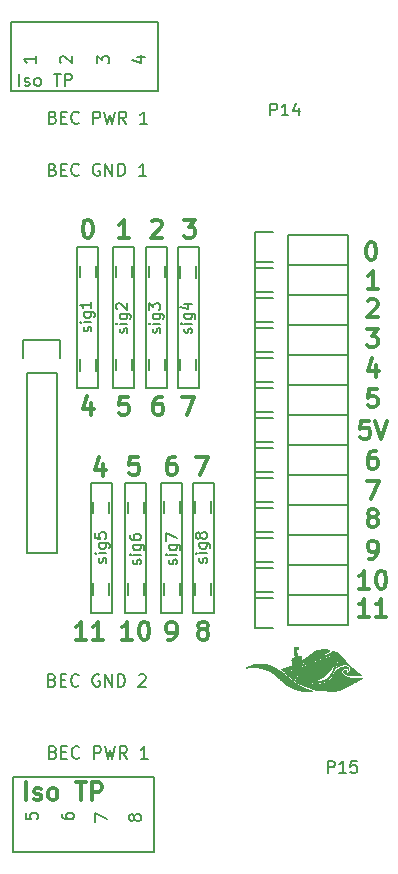
<source format=gbr>
G04 #@! TF.FileFunction,Legend,Top*
%FSLAX46Y46*%
G04 Gerber Fmt 4.6, Leading zero omitted, Abs format (unit mm)*
G04 Created by KiCad (PCBNEW 4.0.2+dfsg1-stable) date Wed 09 May 2018 11:30:02 PM PDT*
%MOMM*%
G01*
G04 APERTURE LIST*
%ADD10C,0.100000*%
%ADD11C,0.200000*%
%ADD12C,0.198400*%
%ADD13C,0.300000*%
%ADD14C,0.155900*%
%ADD15C,0.181300*%
%ADD16C,0.010000*%
%ADD17C,0.150000*%
G04 APERTURE END LIST*
D10*
D11*
X157734000Y-102108000D02*
X159512000Y-102108000D01*
X157734000Y-113157000D02*
X157734000Y-102108000D01*
X159512000Y-113157000D02*
X157734000Y-113157000D01*
X159512000Y-102108000D02*
X159512000Y-113157000D01*
X160655000Y-102108000D02*
X162433000Y-102108000D01*
X160655000Y-113157000D02*
X160655000Y-102108000D01*
X162433000Y-113157000D02*
X160655000Y-113157000D01*
X162433000Y-102108000D02*
X162433000Y-113157000D01*
X163703000Y-102108000D02*
X165481000Y-102108000D01*
X163703000Y-113157000D02*
X163703000Y-102108000D01*
X165481000Y-113157000D02*
X163703000Y-113157000D01*
X165481000Y-102108000D02*
X165481000Y-113157000D01*
X168148000Y-102108000D02*
X168148000Y-113157000D01*
X166370000Y-102108000D02*
X168148000Y-102108000D01*
X166370000Y-113157000D02*
X166370000Y-102108000D01*
X168148000Y-113157000D02*
X166370000Y-113157000D01*
X156591000Y-82169000D02*
X158369000Y-82169000D01*
X156591000Y-94107000D02*
X156591000Y-82169000D01*
X156718000Y-94107000D02*
X156591000Y-94107000D01*
X158369000Y-94107000D02*
X156718000Y-94107000D01*
X158369000Y-82169000D02*
X158369000Y-94107000D01*
X159639000Y-82169000D02*
X161417000Y-82169000D01*
X159639000Y-94107000D02*
X159639000Y-82169000D01*
X161417000Y-94107000D02*
X159639000Y-94107000D01*
X161417000Y-82169000D02*
X161417000Y-94107000D01*
X162433000Y-82169000D02*
X164211000Y-82169000D01*
X162433000Y-94107000D02*
X162433000Y-82169000D01*
X164211000Y-94107000D02*
X162433000Y-94107000D01*
X164211000Y-82169000D02*
X164211000Y-94107000D01*
X165100000Y-82169000D02*
X166878000Y-82169000D01*
X165100000Y-94107000D02*
X165100000Y-82169000D01*
X166878000Y-94107000D02*
X165100000Y-94107000D01*
X166878000Y-82169000D02*
X166878000Y-94107000D01*
D12*
X161653486Y-66047009D02*
X162340152Y-66047009D01*
X161261105Y-66292247D02*
X161996819Y-66537486D01*
X161996819Y-65899866D01*
X158262152Y-66586533D02*
X158262152Y-65948914D01*
X158654533Y-66292247D01*
X158654533Y-66145105D01*
X158703581Y-66047009D01*
X158752629Y-65997962D01*
X158850724Y-65948914D01*
X159095962Y-65948914D01*
X159194057Y-65997962D01*
X159243105Y-66047009D01*
X159292152Y-66145105D01*
X159292152Y-66439390D01*
X159243105Y-66537486D01*
X159194057Y-66586533D01*
X155185248Y-66537486D02*
X155136200Y-66488438D01*
X155087152Y-66390343D01*
X155087152Y-66145105D01*
X155136200Y-66047009D01*
X155185248Y-65997962D01*
X155283343Y-65948914D01*
X155381438Y-65948914D01*
X155528581Y-65997962D01*
X156117152Y-66586533D01*
X156117152Y-65948914D01*
X153069152Y-65948914D02*
X153069152Y-66537486D01*
X153069152Y-66243200D02*
X152039152Y-66243200D01*
X152186295Y-66341295D01*
X152284390Y-66439390D01*
X152333438Y-66537486D01*
X151690581Y-68487152D02*
X151690581Y-67457152D01*
X152132009Y-68438105D02*
X152230105Y-68487152D01*
X152426295Y-68487152D01*
X152524390Y-68438105D01*
X152573438Y-68340010D01*
X152573438Y-68290962D01*
X152524390Y-68192867D01*
X152426295Y-68143819D01*
X152279152Y-68143819D01*
X152181057Y-68094771D01*
X152132009Y-67996676D01*
X152132009Y-67947629D01*
X152181057Y-67849533D01*
X152279152Y-67800486D01*
X152426295Y-67800486D01*
X152524390Y-67849533D01*
X153162010Y-68487152D02*
X153063915Y-68438105D01*
X153014867Y-68389057D01*
X152965819Y-68290962D01*
X152965819Y-67996676D01*
X153014867Y-67898581D01*
X153063915Y-67849533D01*
X153162010Y-67800486D01*
X153309153Y-67800486D01*
X153407248Y-67849533D01*
X153456296Y-67898581D01*
X153505343Y-67996676D01*
X153505343Y-68290962D01*
X153456296Y-68389057D01*
X153407248Y-68438105D01*
X153309153Y-68487152D01*
X153162010Y-68487152D01*
X154584391Y-67457152D02*
X155172963Y-67457152D01*
X154878677Y-68487152D02*
X154878677Y-67457152D01*
X155516296Y-68487152D02*
X155516296Y-67457152D01*
X155908677Y-67457152D01*
X156006772Y-67506200D01*
X156055820Y-67555248D01*
X156104868Y-67653343D01*
X156104868Y-67800486D01*
X156055820Y-67898581D01*
X156006772Y-67947629D01*
X155908677Y-67996676D01*
X155516296Y-67996676D01*
D11*
X163398200Y-68910200D02*
X163398200Y-63068200D01*
X150952200Y-68910200D02*
X163398200Y-68910200D01*
X150952200Y-63068200D02*
X150952200Y-68910200D01*
X163398200Y-63068200D02*
X150952200Y-63068200D01*
X151130000Y-133350000D02*
X151130000Y-127000000D01*
X163068000Y-133350000D02*
X151130000Y-133350000D01*
X163068000Y-127000000D02*
X163068000Y-133350000D01*
X151130000Y-127000000D02*
X163068000Y-127000000D01*
D13*
X152269429Y-128948571D02*
X152269429Y-127448571D01*
X152912286Y-128877143D02*
X153055143Y-128948571D01*
X153340858Y-128948571D01*
X153483715Y-128877143D01*
X153555143Y-128734286D01*
X153555143Y-128662857D01*
X153483715Y-128520000D01*
X153340858Y-128448571D01*
X153126572Y-128448571D01*
X152983715Y-128377143D01*
X152912286Y-128234286D01*
X152912286Y-128162857D01*
X152983715Y-128020000D01*
X153126572Y-127948571D01*
X153340858Y-127948571D01*
X153483715Y-128020000D01*
X154412287Y-128948571D02*
X154269429Y-128877143D01*
X154198001Y-128805714D01*
X154126572Y-128662857D01*
X154126572Y-128234286D01*
X154198001Y-128091429D01*
X154269429Y-128020000D01*
X154412287Y-127948571D01*
X154626572Y-127948571D01*
X154769429Y-128020000D01*
X154840858Y-128091429D01*
X154912287Y-128234286D01*
X154912287Y-128662857D01*
X154840858Y-128805714D01*
X154769429Y-128877143D01*
X154626572Y-128948571D01*
X154412287Y-128948571D01*
X156483715Y-127448571D02*
X157340858Y-127448571D01*
X156912287Y-128948571D02*
X156912287Y-127448571D01*
X157840858Y-128948571D02*
X157840858Y-127448571D01*
X158412286Y-127448571D01*
X158555144Y-127520000D01*
X158626572Y-127591429D01*
X158698001Y-127734286D01*
X158698001Y-127948571D01*
X158626572Y-128091429D01*
X158555144Y-128162857D01*
X158412286Y-128234286D01*
X157840858Y-128234286D01*
D12*
X161421381Y-130527095D02*
X161372333Y-130625190D01*
X161323286Y-130674238D01*
X161225190Y-130723286D01*
X161176143Y-130723286D01*
X161078048Y-130674238D01*
X161029000Y-130625190D01*
X160979952Y-130527095D01*
X160979952Y-130330905D01*
X161029000Y-130232809D01*
X161078048Y-130183762D01*
X161176143Y-130134714D01*
X161225190Y-130134714D01*
X161323286Y-130183762D01*
X161372333Y-130232809D01*
X161421381Y-130330905D01*
X161421381Y-130527095D01*
X161470429Y-130625190D01*
X161519476Y-130674238D01*
X161617571Y-130723286D01*
X161813762Y-130723286D01*
X161911857Y-130674238D01*
X161960905Y-130625190D01*
X162009952Y-130527095D01*
X162009952Y-130330905D01*
X161960905Y-130232809D01*
X161911857Y-130183762D01*
X161813762Y-130134714D01*
X161617571Y-130134714D01*
X161519476Y-130183762D01*
X161470429Y-130232809D01*
X161421381Y-130330905D01*
X158058952Y-130772333D02*
X158058952Y-130085666D01*
X159088952Y-130527095D01*
X155264952Y-130105809D02*
X155264952Y-130302000D01*
X155314000Y-130400095D01*
X155363048Y-130449143D01*
X155510190Y-130547238D01*
X155706381Y-130596286D01*
X156098762Y-130596286D01*
X156196857Y-130547238D01*
X156245905Y-130498190D01*
X156294952Y-130400095D01*
X156294952Y-130203905D01*
X156245905Y-130105809D01*
X156196857Y-130056762D01*
X156098762Y-130007714D01*
X155853524Y-130007714D01*
X155755429Y-130056762D01*
X155706381Y-130105809D01*
X155657333Y-130203905D01*
X155657333Y-130400095D01*
X155706381Y-130498190D01*
X155755429Y-130547238D01*
X155853524Y-130596286D01*
X152216952Y-130056762D02*
X152216952Y-130547238D01*
X152707429Y-130596286D01*
X152658381Y-130547238D01*
X152609333Y-130449143D01*
X152609333Y-130203905D01*
X152658381Y-130105809D01*
X152707429Y-130056762D01*
X152805524Y-130007714D01*
X153050762Y-130007714D01*
X153148857Y-130056762D01*
X153197905Y-130105809D01*
X153246952Y-130203905D01*
X153246952Y-130449143D01*
X153197905Y-130547238D01*
X153148857Y-130596286D01*
X154567809Y-124894429D02*
X154714952Y-124943476D01*
X154764000Y-124992524D01*
X154813048Y-125090619D01*
X154813048Y-125237762D01*
X154764000Y-125335857D01*
X154714952Y-125384905D01*
X154616857Y-125433952D01*
X154224476Y-125433952D01*
X154224476Y-124403952D01*
X154567809Y-124403952D01*
X154665905Y-124453000D01*
X154714952Y-124502048D01*
X154764000Y-124600143D01*
X154764000Y-124698238D01*
X154714952Y-124796333D01*
X154665905Y-124845381D01*
X154567809Y-124894429D01*
X154224476Y-124894429D01*
X155254476Y-124894429D02*
X155597809Y-124894429D01*
X155744952Y-125433952D02*
X155254476Y-125433952D01*
X155254476Y-124403952D01*
X155744952Y-124403952D01*
X156774953Y-125335857D02*
X156725905Y-125384905D01*
X156578762Y-125433952D01*
X156480667Y-125433952D01*
X156333524Y-125384905D01*
X156235429Y-125286810D01*
X156186381Y-125188714D01*
X156137333Y-124992524D01*
X156137333Y-124845381D01*
X156186381Y-124649190D01*
X156235429Y-124551095D01*
X156333524Y-124453000D01*
X156480667Y-124403952D01*
X156578762Y-124403952D01*
X156725905Y-124453000D01*
X156774953Y-124502048D01*
X158001143Y-125433952D02*
X158001143Y-124403952D01*
X158393524Y-124403952D01*
X158491619Y-124453000D01*
X158540667Y-124502048D01*
X158589715Y-124600143D01*
X158589715Y-124747286D01*
X158540667Y-124845381D01*
X158491619Y-124894429D01*
X158393524Y-124943476D01*
X158001143Y-124943476D01*
X158933048Y-124403952D02*
X159178286Y-125433952D01*
X159374476Y-124698238D01*
X159570667Y-125433952D01*
X159815905Y-124403952D01*
X160796858Y-125433952D02*
X160453524Y-124943476D01*
X160208286Y-125433952D02*
X160208286Y-124403952D01*
X160600667Y-124403952D01*
X160698762Y-124453000D01*
X160747810Y-124502048D01*
X160796858Y-124600143D01*
X160796858Y-124747286D01*
X160747810Y-124845381D01*
X160698762Y-124894429D01*
X160600667Y-124943476D01*
X160208286Y-124943476D01*
X162562572Y-125433952D02*
X161974000Y-125433952D01*
X162268286Y-125433952D02*
X162268286Y-124403952D01*
X162170191Y-124551095D01*
X162072096Y-124649190D01*
X161974000Y-124698238D01*
X154517009Y-71148029D02*
X154664152Y-71197076D01*
X154713200Y-71246124D01*
X154762248Y-71344219D01*
X154762248Y-71491362D01*
X154713200Y-71589457D01*
X154664152Y-71638505D01*
X154566057Y-71687552D01*
X154173676Y-71687552D01*
X154173676Y-70657552D01*
X154517009Y-70657552D01*
X154615105Y-70706600D01*
X154664152Y-70755648D01*
X154713200Y-70853743D01*
X154713200Y-70951838D01*
X154664152Y-71049933D01*
X154615105Y-71098981D01*
X154517009Y-71148029D01*
X154173676Y-71148029D01*
X155203676Y-71148029D02*
X155547009Y-71148029D01*
X155694152Y-71687552D02*
X155203676Y-71687552D01*
X155203676Y-70657552D01*
X155694152Y-70657552D01*
X156724153Y-71589457D02*
X156675105Y-71638505D01*
X156527962Y-71687552D01*
X156429867Y-71687552D01*
X156282724Y-71638505D01*
X156184629Y-71540410D01*
X156135581Y-71442314D01*
X156086533Y-71246124D01*
X156086533Y-71098981D01*
X156135581Y-70902790D01*
X156184629Y-70804695D01*
X156282724Y-70706600D01*
X156429867Y-70657552D01*
X156527962Y-70657552D01*
X156675105Y-70706600D01*
X156724153Y-70755648D01*
X157950343Y-71687552D02*
X157950343Y-70657552D01*
X158342724Y-70657552D01*
X158440819Y-70706600D01*
X158489867Y-70755648D01*
X158538915Y-70853743D01*
X158538915Y-71000886D01*
X158489867Y-71098981D01*
X158440819Y-71148029D01*
X158342724Y-71197076D01*
X157950343Y-71197076D01*
X158882248Y-70657552D02*
X159127486Y-71687552D01*
X159323676Y-70951838D01*
X159519867Y-71687552D01*
X159765105Y-70657552D01*
X160746058Y-71687552D02*
X160402724Y-71197076D01*
X160157486Y-71687552D02*
X160157486Y-70657552D01*
X160549867Y-70657552D01*
X160647962Y-70706600D01*
X160697010Y-70755648D01*
X160746058Y-70853743D01*
X160746058Y-71000886D01*
X160697010Y-71098981D01*
X160647962Y-71148029D01*
X160549867Y-71197076D01*
X160157486Y-71197076D01*
X162511772Y-71687552D02*
X161923200Y-71687552D01*
X162217486Y-71687552D02*
X162217486Y-70657552D01*
X162119391Y-70804695D01*
X162021296Y-70902790D01*
X161923200Y-70951838D01*
X154515257Y-75567629D02*
X154662400Y-75616676D01*
X154711448Y-75665724D01*
X154760496Y-75763819D01*
X154760496Y-75910962D01*
X154711448Y-76009057D01*
X154662400Y-76058105D01*
X154564305Y-76107152D01*
X154171924Y-76107152D01*
X154171924Y-75077152D01*
X154515257Y-75077152D01*
X154613353Y-75126200D01*
X154662400Y-75175248D01*
X154711448Y-75273343D01*
X154711448Y-75371438D01*
X154662400Y-75469533D01*
X154613353Y-75518581D01*
X154515257Y-75567629D01*
X154171924Y-75567629D01*
X155201924Y-75567629D02*
X155545257Y-75567629D01*
X155692400Y-76107152D02*
X155201924Y-76107152D01*
X155201924Y-75077152D01*
X155692400Y-75077152D01*
X156722401Y-76009057D02*
X156673353Y-76058105D01*
X156526210Y-76107152D01*
X156428115Y-76107152D01*
X156280972Y-76058105D01*
X156182877Y-75960010D01*
X156133829Y-75861914D01*
X156084781Y-75665724D01*
X156084781Y-75518581D01*
X156133829Y-75322390D01*
X156182877Y-75224295D01*
X156280972Y-75126200D01*
X156428115Y-75077152D01*
X156526210Y-75077152D01*
X156673353Y-75126200D01*
X156722401Y-75175248D01*
X158488115Y-75126200D02*
X158390020Y-75077152D01*
X158242877Y-75077152D01*
X158095734Y-75126200D01*
X157997639Y-75224295D01*
X157948591Y-75322390D01*
X157899543Y-75518581D01*
X157899543Y-75665724D01*
X157948591Y-75861914D01*
X157997639Y-75960010D01*
X158095734Y-76058105D01*
X158242877Y-76107152D01*
X158340972Y-76107152D01*
X158488115Y-76058105D01*
X158537163Y-76009057D01*
X158537163Y-75665724D01*
X158340972Y-75665724D01*
X158978591Y-76107152D02*
X158978591Y-75077152D01*
X159567163Y-76107152D01*
X159567163Y-75077152D01*
X160057639Y-76107152D02*
X160057639Y-75077152D01*
X160302877Y-75077152D01*
X160450020Y-75126200D01*
X160548115Y-75224295D01*
X160597163Y-75322390D01*
X160646211Y-75518581D01*
X160646211Y-75665724D01*
X160597163Y-75861914D01*
X160548115Y-75960010D01*
X160450020Y-76058105D01*
X160302877Y-76107152D01*
X160057639Y-76107152D01*
X162411925Y-76107152D02*
X161823353Y-76107152D01*
X162117639Y-76107152D02*
X162117639Y-75077152D01*
X162019544Y-75224295D01*
X161921449Y-75322390D01*
X161823353Y-75371438D01*
X154489857Y-118798429D02*
X154637000Y-118847476D01*
X154686048Y-118896524D01*
X154735096Y-118994619D01*
X154735096Y-119141762D01*
X154686048Y-119239857D01*
X154637000Y-119288905D01*
X154538905Y-119337952D01*
X154146524Y-119337952D01*
X154146524Y-118307952D01*
X154489857Y-118307952D01*
X154587953Y-118357000D01*
X154637000Y-118406048D01*
X154686048Y-118504143D01*
X154686048Y-118602238D01*
X154637000Y-118700333D01*
X154587953Y-118749381D01*
X154489857Y-118798429D01*
X154146524Y-118798429D01*
X155176524Y-118798429D02*
X155519857Y-118798429D01*
X155667000Y-119337952D02*
X155176524Y-119337952D01*
X155176524Y-118307952D01*
X155667000Y-118307952D01*
X156697001Y-119239857D02*
X156647953Y-119288905D01*
X156500810Y-119337952D01*
X156402715Y-119337952D01*
X156255572Y-119288905D01*
X156157477Y-119190810D01*
X156108429Y-119092714D01*
X156059381Y-118896524D01*
X156059381Y-118749381D01*
X156108429Y-118553190D01*
X156157477Y-118455095D01*
X156255572Y-118357000D01*
X156402715Y-118307952D01*
X156500810Y-118307952D01*
X156647953Y-118357000D01*
X156697001Y-118406048D01*
X158462715Y-118357000D02*
X158364620Y-118307952D01*
X158217477Y-118307952D01*
X158070334Y-118357000D01*
X157972239Y-118455095D01*
X157923191Y-118553190D01*
X157874143Y-118749381D01*
X157874143Y-118896524D01*
X157923191Y-119092714D01*
X157972239Y-119190810D01*
X158070334Y-119288905D01*
X158217477Y-119337952D01*
X158315572Y-119337952D01*
X158462715Y-119288905D01*
X158511763Y-119239857D01*
X158511763Y-118896524D01*
X158315572Y-118896524D01*
X158953191Y-119337952D02*
X158953191Y-118307952D01*
X159541763Y-119337952D01*
X159541763Y-118307952D01*
X160032239Y-119337952D02*
X160032239Y-118307952D01*
X160277477Y-118307952D01*
X160424620Y-118357000D01*
X160522715Y-118455095D01*
X160571763Y-118553190D01*
X160620811Y-118749381D01*
X160620811Y-118896524D01*
X160571763Y-119092714D01*
X160522715Y-119190810D01*
X160424620Y-119288905D01*
X160277477Y-119337952D01*
X160032239Y-119337952D01*
X161797953Y-118406048D02*
X161847001Y-118357000D01*
X161945096Y-118307952D01*
X162190334Y-118307952D01*
X162288430Y-118357000D01*
X162337477Y-118406048D01*
X162386525Y-118504143D01*
X162386525Y-118602238D01*
X162337477Y-118749381D01*
X161748906Y-119337952D01*
X162386525Y-119337952D01*
D13*
X157321286Y-115384971D02*
X156464143Y-115384971D01*
X156892715Y-115384971D02*
X156892715Y-113884971D01*
X156749858Y-114099257D01*
X156607000Y-114242114D01*
X156464143Y-114313543D01*
X158749857Y-115384971D02*
X157892714Y-115384971D01*
X158321286Y-115384971D02*
X158321286Y-113884971D01*
X158178429Y-114099257D01*
X158035571Y-114242114D01*
X157892714Y-114313543D01*
X161258286Y-115359571D02*
X160401143Y-115359571D01*
X160829715Y-115359571D02*
X160829715Y-113859571D01*
X160686858Y-114073857D01*
X160544000Y-114216714D01*
X160401143Y-114288143D01*
X162186857Y-113859571D02*
X162329714Y-113859571D01*
X162472571Y-113931000D01*
X162544000Y-114002429D01*
X162615429Y-114145286D01*
X162686857Y-114431000D01*
X162686857Y-114788143D01*
X162615429Y-115073857D01*
X162544000Y-115216714D01*
X162472571Y-115288143D01*
X162329714Y-115359571D01*
X162186857Y-115359571D01*
X162044000Y-115288143D01*
X161972571Y-115216714D01*
X161901143Y-115073857D01*
X161829714Y-114788143D01*
X161829714Y-114431000D01*
X161901143Y-114145286D01*
X161972571Y-114002429D01*
X162044000Y-113931000D01*
X162186857Y-113859571D01*
X164280886Y-115410371D02*
X164566601Y-115410371D01*
X164709458Y-115338943D01*
X164780886Y-115267514D01*
X164923744Y-115053229D01*
X164995172Y-114767514D01*
X164995172Y-114196086D01*
X164923744Y-114053229D01*
X164852315Y-113981800D01*
X164709458Y-113910371D01*
X164423744Y-113910371D01*
X164280886Y-113981800D01*
X164209458Y-114053229D01*
X164138029Y-114196086D01*
X164138029Y-114553229D01*
X164209458Y-114696086D01*
X164280886Y-114767514D01*
X164423744Y-114838943D01*
X164709458Y-114838943D01*
X164852315Y-114767514D01*
X164923744Y-114696086D01*
X164995172Y-114553229D01*
X167116144Y-114502429D02*
X166973286Y-114431000D01*
X166901858Y-114359571D01*
X166830429Y-114216714D01*
X166830429Y-114145286D01*
X166901858Y-114002429D01*
X166973286Y-113931000D01*
X167116144Y-113859571D01*
X167401858Y-113859571D01*
X167544715Y-113931000D01*
X167616144Y-114002429D01*
X167687572Y-114145286D01*
X167687572Y-114216714D01*
X167616144Y-114359571D01*
X167544715Y-114431000D01*
X167401858Y-114502429D01*
X167116144Y-114502429D01*
X166973286Y-114573857D01*
X166901858Y-114645286D01*
X166830429Y-114788143D01*
X166830429Y-115073857D01*
X166901858Y-115216714D01*
X166973286Y-115288143D01*
X167116144Y-115359571D01*
X167401858Y-115359571D01*
X167544715Y-115288143D01*
X167616144Y-115216714D01*
X167687572Y-115073857D01*
X167687572Y-114788143D01*
X167616144Y-114645286D01*
X167544715Y-114573857D01*
X167401858Y-114502429D01*
X165616001Y-79823571D02*
X166544572Y-79823571D01*
X166044572Y-80395000D01*
X166258858Y-80395000D01*
X166401715Y-80466429D01*
X166473144Y-80537857D01*
X166544572Y-80680714D01*
X166544572Y-81037857D01*
X166473144Y-81180714D01*
X166401715Y-81252143D01*
X166258858Y-81323571D01*
X165830286Y-81323571D01*
X165687429Y-81252143D01*
X165616001Y-81180714D01*
X162893429Y-79966429D02*
X162964858Y-79895000D01*
X163107715Y-79823571D01*
X163464858Y-79823571D01*
X163607715Y-79895000D01*
X163679144Y-79966429D01*
X163750572Y-80109286D01*
X163750572Y-80252143D01*
X163679144Y-80466429D01*
X162822001Y-81323571D01*
X163750572Y-81323571D01*
X160956572Y-81323571D02*
X160099429Y-81323571D01*
X160528001Y-81323571D02*
X160528001Y-79823571D01*
X160385144Y-80037857D01*
X160242286Y-80180714D01*
X160099429Y-80252143D01*
X157408572Y-79823571D02*
X157551429Y-79823571D01*
X157694286Y-79895000D01*
X157765715Y-79966429D01*
X157837144Y-80109286D01*
X157908572Y-80395000D01*
X157908572Y-80752143D01*
X157837144Y-81037857D01*
X157765715Y-81180714D01*
X157694286Y-81252143D01*
X157551429Y-81323571D01*
X157408572Y-81323571D01*
X157265715Y-81252143D01*
X157194286Y-81180714D01*
X157122858Y-81037857D01*
X157051429Y-80752143D01*
X157051429Y-80395000D01*
X157122858Y-80109286D01*
X157194286Y-79966429D01*
X157265715Y-79895000D01*
X157408572Y-79823571D01*
X158781715Y-100516571D02*
X158781715Y-101516571D01*
X158424572Y-99945143D02*
X158067429Y-101016571D01*
X158996001Y-101016571D01*
X157765715Y-95309571D02*
X157765715Y-96309571D01*
X157408572Y-94738143D02*
X157051429Y-95809571D01*
X157980001Y-95809571D01*
X160885144Y-94809571D02*
X160170858Y-94809571D01*
X160099429Y-95523857D01*
X160170858Y-95452429D01*
X160313715Y-95381000D01*
X160670858Y-95381000D01*
X160813715Y-95452429D01*
X160885144Y-95523857D01*
X160956572Y-95666714D01*
X160956572Y-96023857D01*
X160885144Y-96166714D01*
X160813715Y-96238143D01*
X160670858Y-96309571D01*
X160313715Y-96309571D01*
X160170858Y-96238143D01*
X160099429Y-96166714D01*
X161774144Y-99889571D02*
X161059858Y-99889571D01*
X160988429Y-100603857D01*
X161059858Y-100532429D01*
X161202715Y-100461000D01*
X161559858Y-100461000D01*
X161702715Y-100532429D01*
X161774144Y-100603857D01*
X161845572Y-100746714D01*
X161845572Y-101103857D01*
X161774144Y-101246714D01*
X161702715Y-101318143D01*
X161559858Y-101389571D01*
X161202715Y-101389571D01*
X161059858Y-101318143D01*
X160988429Y-101246714D01*
X164877715Y-99889571D02*
X164592001Y-99889571D01*
X164449144Y-99961000D01*
X164377715Y-100032429D01*
X164234858Y-100246714D01*
X164163429Y-100532429D01*
X164163429Y-101103857D01*
X164234858Y-101246714D01*
X164306286Y-101318143D01*
X164449144Y-101389571D01*
X164734858Y-101389571D01*
X164877715Y-101318143D01*
X164949144Y-101246714D01*
X165020572Y-101103857D01*
X165020572Y-100746714D01*
X164949144Y-100603857D01*
X164877715Y-100532429D01*
X164734858Y-100461000D01*
X164449144Y-100461000D01*
X164306286Y-100532429D01*
X164234858Y-100603857D01*
X164163429Y-100746714D01*
X163734715Y-94809571D02*
X163449001Y-94809571D01*
X163306144Y-94881000D01*
X163234715Y-94952429D01*
X163091858Y-95166714D01*
X163020429Y-95452429D01*
X163020429Y-96023857D01*
X163091858Y-96166714D01*
X163163286Y-96238143D01*
X163306144Y-96309571D01*
X163591858Y-96309571D01*
X163734715Y-96238143D01*
X163806144Y-96166714D01*
X163877572Y-96023857D01*
X163877572Y-95666714D01*
X163806144Y-95523857D01*
X163734715Y-95452429D01*
X163591858Y-95381000D01*
X163306144Y-95381000D01*
X163163286Y-95452429D01*
X163091858Y-95523857D01*
X163020429Y-95666714D01*
X165489001Y-94809571D02*
X166489001Y-94809571D01*
X165846144Y-96309571D01*
X166632001Y-99889571D02*
X167632001Y-99889571D01*
X166989144Y-101389571D01*
D14*
X167507781Y-108849694D02*
X167551990Y-108761371D01*
X167551990Y-108584723D01*
X167507781Y-108496399D01*
X167419362Y-108452237D01*
X167375152Y-108452237D01*
X167286733Y-108496399D01*
X167242524Y-108584723D01*
X167242524Y-108717209D01*
X167198314Y-108805532D01*
X167109895Y-108849694D01*
X167065686Y-108849694D01*
X166977267Y-108805532D01*
X166933057Y-108717209D01*
X166933057Y-108584723D01*
X166977267Y-108496399D01*
X167551990Y-108054780D02*
X166933057Y-108054780D01*
X166623590Y-108054780D02*
X166667800Y-108098942D01*
X166712010Y-108054780D01*
X166667800Y-108010619D01*
X166623590Y-108054780D01*
X166712010Y-108054780D01*
X166933057Y-107215704D02*
X167684619Y-107215704D01*
X167773038Y-107259866D01*
X167817248Y-107304028D01*
X167861457Y-107392352D01*
X167861457Y-107524838D01*
X167817248Y-107613161D01*
X167507781Y-107215704D02*
X167551990Y-107304028D01*
X167551990Y-107480676D01*
X167507781Y-107569000D01*
X167463571Y-107613161D01*
X167375152Y-107657323D01*
X167109895Y-107657323D01*
X167021476Y-107613161D01*
X166977267Y-107569000D01*
X166933057Y-107480676D01*
X166933057Y-107304028D01*
X166977267Y-107215704D01*
X167021476Y-106641600D02*
X166977267Y-106729924D01*
X166933057Y-106774085D01*
X166844638Y-106818247D01*
X166800429Y-106818247D01*
X166712010Y-106774085D01*
X166667800Y-106729924D01*
X166623590Y-106641600D01*
X166623590Y-106464952D01*
X166667800Y-106376628D01*
X166712010Y-106332466D01*
X166800429Y-106288305D01*
X166844638Y-106288305D01*
X166933057Y-106332466D01*
X166977267Y-106376628D01*
X167021476Y-106464952D01*
X167021476Y-106641600D01*
X167065686Y-106729924D01*
X167109895Y-106774085D01*
X167198314Y-106818247D01*
X167375152Y-106818247D01*
X167463571Y-106774085D01*
X167507781Y-106729924D01*
X167551990Y-106641600D01*
X167551990Y-106464952D01*
X167507781Y-106376628D01*
X167463571Y-106332466D01*
X167375152Y-106288305D01*
X167198314Y-106288305D01*
X167109895Y-106332466D01*
X167065686Y-106376628D01*
X167021476Y-106464952D01*
X164967781Y-108976694D02*
X165011990Y-108888371D01*
X165011990Y-108711723D01*
X164967781Y-108623399D01*
X164879362Y-108579237D01*
X164835152Y-108579237D01*
X164746733Y-108623399D01*
X164702524Y-108711723D01*
X164702524Y-108844209D01*
X164658314Y-108932532D01*
X164569895Y-108976694D01*
X164525686Y-108976694D01*
X164437267Y-108932532D01*
X164393057Y-108844209D01*
X164393057Y-108711723D01*
X164437267Y-108623399D01*
X165011990Y-108181780D02*
X164393057Y-108181780D01*
X164083590Y-108181780D02*
X164127800Y-108225942D01*
X164172010Y-108181780D01*
X164127800Y-108137619D01*
X164083590Y-108181780D01*
X164172010Y-108181780D01*
X164393057Y-107342704D02*
X165144619Y-107342704D01*
X165233038Y-107386866D01*
X165277248Y-107431028D01*
X165321457Y-107519352D01*
X165321457Y-107651838D01*
X165277248Y-107740161D01*
X164967781Y-107342704D02*
X165011990Y-107431028D01*
X165011990Y-107607676D01*
X164967781Y-107696000D01*
X164923571Y-107740161D01*
X164835152Y-107784323D01*
X164569895Y-107784323D01*
X164481476Y-107740161D01*
X164437267Y-107696000D01*
X164393057Y-107607676D01*
X164393057Y-107431028D01*
X164437267Y-107342704D01*
X164083590Y-106989409D02*
X164083590Y-106371143D01*
X165011990Y-106768600D01*
X161919781Y-108976694D02*
X161963990Y-108888371D01*
X161963990Y-108711723D01*
X161919781Y-108623399D01*
X161831362Y-108579237D01*
X161787152Y-108579237D01*
X161698733Y-108623399D01*
X161654524Y-108711723D01*
X161654524Y-108844209D01*
X161610314Y-108932532D01*
X161521895Y-108976694D01*
X161477686Y-108976694D01*
X161389267Y-108932532D01*
X161345057Y-108844209D01*
X161345057Y-108711723D01*
X161389267Y-108623399D01*
X161963990Y-108181780D02*
X161345057Y-108181780D01*
X161035590Y-108181780D02*
X161079800Y-108225942D01*
X161124010Y-108181780D01*
X161079800Y-108137619D01*
X161035590Y-108181780D01*
X161124010Y-108181780D01*
X161345057Y-107342704D02*
X162096619Y-107342704D01*
X162185038Y-107386866D01*
X162229248Y-107431028D01*
X162273457Y-107519352D01*
X162273457Y-107651838D01*
X162229248Y-107740161D01*
X161919781Y-107342704D02*
X161963990Y-107431028D01*
X161963990Y-107607676D01*
X161919781Y-107696000D01*
X161875571Y-107740161D01*
X161787152Y-107784323D01*
X161521895Y-107784323D01*
X161433476Y-107740161D01*
X161389267Y-107696000D01*
X161345057Y-107607676D01*
X161345057Y-107431028D01*
X161389267Y-107342704D01*
X161035590Y-106503628D02*
X161035590Y-106680276D01*
X161079800Y-106768600D01*
X161124010Y-106812762D01*
X161256638Y-106901085D01*
X161433476Y-106945247D01*
X161787152Y-106945247D01*
X161875571Y-106901085D01*
X161919781Y-106856924D01*
X161963990Y-106768600D01*
X161963990Y-106591952D01*
X161919781Y-106503628D01*
X161875571Y-106459466D01*
X161787152Y-106415305D01*
X161566105Y-106415305D01*
X161477686Y-106459466D01*
X161433476Y-106503628D01*
X161389267Y-106591952D01*
X161389267Y-106768600D01*
X161433476Y-106856924D01*
X161477686Y-106901085D01*
X161566105Y-106945247D01*
X158998781Y-108849694D02*
X159042990Y-108761371D01*
X159042990Y-108584723D01*
X158998781Y-108496399D01*
X158910362Y-108452237D01*
X158866152Y-108452237D01*
X158777733Y-108496399D01*
X158733524Y-108584723D01*
X158733524Y-108717209D01*
X158689314Y-108805532D01*
X158600895Y-108849694D01*
X158556686Y-108849694D01*
X158468267Y-108805532D01*
X158424057Y-108717209D01*
X158424057Y-108584723D01*
X158468267Y-108496399D01*
X159042990Y-108054780D02*
X158424057Y-108054780D01*
X158114590Y-108054780D02*
X158158800Y-108098942D01*
X158203010Y-108054780D01*
X158158800Y-108010619D01*
X158114590Y-108054780D01*
X158203010Y-108054780D01*
X158424057Y-107215704D02*
X159175619Y-107215704D01*
X159264038Y-107259866D01*
X159308248Y-107304028D01*
X159352457Y-107392352D01*
X159352457Y-107524838D01*
X159308248Y-107613161D01*
X158998781Y-107215704D02*
X159042990Y-107304028D01*
X159042990Y-107480676D01*
X158998781Y-107569000D01*
X158954571Y-107613161D01*
X158866152Y-107657323D01*
X158600895Y-107657323D01*
X158512476Y-107613161D01*
X158468267Y-107569000D01*
X158424057Y-107480676D01*
X158424057Y-107304028D01*
X158468267Y-107215704D01*
X158114590Y-106332466D02*
X158114590Y-106774085D01*
X158556686Y-106818247D01*
X158512476Y-106774085D01*
X158468267Y-106685762D01*
X158468267Y-106464952D01*
X158512476Y-106376628D01*
X158556686Y-106332466D01*
X158645105Y-106288305D01*
X158866152Y-106288305D01*
X158954571Y-106332466D01*
X158998781Y-106376628D01*
X159042990Y-106464952D01*
X159042990Y-106685762D01*
X158998781Y-106774085D01*
X158954571Y-106818247D01*
D15*
X166227500Y-89383618D02*
X166270500Y-89297714D01*
X166270500Y-89125904D01*
X166227500Y-89039999D01*
X166141500Y-88997047D01*
X166098500Y-88997047D01*
X166012500Y-89039999D01*
X165969500Y-89125904D01*
X165969500Y-89254761D01*
X165926500Y-89340666D01*
X165840500Y-89383618D01*
X165797500Y-89383618D01*
X165711500Y-89340666D01*
X165668500Y-89254761D01*
X165668500Y-89125904D01*
X165711500Y-89039999D01*
X166270500Y-88610476D02*
X165668500Y-88610476D01*
X165367500Y-88610476D02*
X165410500Y-88653428D01*
X165453500Y-88610476D01*
X165410500Y-88567524D01*
X165367500Y-88610476D01*
X165453500Y-88610476D01*
X165668500Y-87794381D02*
X166399500Y-87794381D01*
X166485500Y-87837333D01*
X166528500Y-87880285D01*
X166571500Y-87966190D01*
X166571500Y-88095047D01*
X166528500Y-88180952D01*
X166227500Y-87794381D02*
X166270500Y-87880285D01*
X166270500Y-88052095D01*
X166227500Y-88138000D01*
X166184500Y-88180952D01*
X166098500Y-88223904D01*
X165840500Y-88223904D01*
X165754500Y-88180952D01*
X165711500Y-88138000D01*
X165668500Y-88052095D01*
X165668500Y-87880285D01*
X165711500Y-87794381D01*
X165668500Y-86978286D02*
X166270500Y-86978286D01*
X165324500Y-87193048D02*
X165969500Y-87407809D01*
X165969500Y-86849429D01*
X163560500Y-89383618D02*
X163603500Y-89297714D01*
X163603500Y-89125904D01*
X163560500Y-89039999D01*
X163474500Y-88997047D01*
X163431500Y-88997047D01*
X163345500Y-89039999D01*
X163302500Y-89125904D01*
X163302500Y-89254761D01*
X163259500Y-89340666D01*
X163173500Y-89383618D01*
X163130500Y-89383618D01*
X163044500Y-89340666D01*
X163001500Y-89254761D01*
X163001500Y-89125904D01*
X163044500Y-89039999D01*
X163603500Y-88610476D02*
X163001500Y-88610476D01*
X162700500Y-88610476D02*
X162743500Y-88653428D01*
X162786500Y-88610476D01*
X162743500Y-88567524D01*
X162700500Y-88610476D01*
X162786500Y-88610476D01*
X163001500Y-87794381D02*
X163732500Y-87794381D01*
X163818500Y-87837333D01*
X163861500Y-87880285D01*
X163904500Y-87966190D01*
X163904500Y-88095047D01*
X163861500Y-88180952D01*
X163560500Y-87794381D02*
X163603500Y-87880285D01*
X163603500Y-88052095D01*
X163560500Y-88138000D01*
X163517500Y-88180952D01*
X163431500Y-88223904D01*
X163173500Y-88223904D01*
X163087500Y-88180952D01*
X163044500Y-88138000D01*
X163001500Y-88052095D01*
X163001500Y-87880285D01*
X163044500Y-87794381D01*
X162700500Y-87450762D02*
X162700500Y-86892381D01*
X163044500Y-87193048D01*
X163044500Y-87064190D01*
X163087500Y-86978286D01*
X163130500Y-86935333D01*
X163216500Y-86892381D01*
X163431500Y-86892381D01*
X163517500Y-86935333D01*
X163560500Y-86978286D01*
X163603500Y-87064190D01*
X163603500Y-87321905D01*
X163560500Y-87407809D01*
X163517500Y-87450762D01*
X157718500Y-89256618D02*
X157761500Y-89170714D01*
X157761500Y-88998904D01*
X157718500Y-88912999D01*
X157632500Y-88870047D01*
X157589500Y-88870047D01*
X157503500Y-88912999D01*
X157460500Y-88998904D01*
X157460500Y-89127761D01*
X157417500Y-89213666D01*
X157331500Y-89256618D01*
X157288500Y-89256618D01*
X157202500Y-89213666D01*
X157159500Y-89127761D01*
X157159500Y-88998904D01*
X157202500Y-88912999D01*
X157761500Y-88483476D02*
X157159500Y-88483476D01*
X156858500Y-88483476D02*
X156901500Y-88526428D01*
X156944500Y-88483476D01*
X156901500Y-88440524D01*
X156858500Y-88483476D01*
X156944500Y-88483476D01*
X157159500Y-87667381D02*
X157890500Y-87667381D01*
X157976500Y-87710333D01*
X158019500Y-87753285D01*
X158062500Y-87839190D01*
X158062500Y-87968047D01*
X158019500Y-88053952D01*
X157718500Y-87667381D02*
X157761500Y-87753285D01*
X157761500Y-87925095D01*
X157718500Y-88011000D01*
X157675500Y-88053952D01*
X157589500Y-88096904D01*
X157331500Y-88096904D01*
X157245500Y-88053952D01*
X157202500Y-88011000D01*
X157159500Y-87925095D01*
X157159500Y-87753285D01*
X157202500Y-87667381D01*
X157761500Y-86765381D02*
X157761500Y-87280809D01*
X157761500Y-87023095D02*
X156858500Y-87023095D01*
X156987500Y-87109000D01*
X157073500Y-87194905D01*
X157116500Y-87280809D01*
X160766500Y-89383618D02*
X160809500Y-89297714D01*
X160809500Y-89125904D01*
X160766500Y-89039999D01*
X160680500Y-88997047D01*
X160637500Y-88997047D01*
X160551500Y-89039999D01*
X160508500Y-89125904D01*
X160508500Y-89254761D01*
X160465500Y-89340666D01*
X160379500Y-89383618D01*
X160336500Y-89383618D01*
X160250500Y-89340666D01*
X160207500Y-89254761D01*
X160207500Y-89125904D01*
X160250500Y-89039999D01*
X160809500Y-88610476D02*
X160207500Y-88610476D01*
X159906500Y-88610476D02*
X159949500Y-88653428D01*
X159992500Y-88610476D01*
X159949500Y-88567524D01*
X159906500Y-88610476D01*
X159992500Y-88610476D01*
X160207500Y-87794381D02*
X160938500Y-87794381D01*
X161024500Y-87837333D01*
X161067500Y-87880285D01*
X161110500Y-87966190D01*
X161110500Y-88095047D01*
X161067500Y-88180952D01*
X160766500Y-87794381D02*
X160809500Y-87880285D01*
X160809500Y-88052095D01*
X160766500Y-88138000D01*
X160723500Y-88180952D01*
X160637500Y-88223904D01*
X160379500Y-88223904D01*
X160293500Y-88180952D01*
X160250500Y-88138000D01*
X160207500Y-88052095D01*
X160207500Y-87880285D01*
X160250500Y-87794381D01*
X159992500Y-87407809D02*
X159949500Y-87364857D01*
X159906500Y-87278952D01*
X159906500Y-87064190D01*
X159949500Y-86978286D01*
X159992500Y-86935333D01*
X160078500Y-86892381D01*
X160164500Y-86892381D01*
X160293500Y-86935333D01*
X160809500Y-87450762D01*
X160809500Y-86892381D01*
D13*
X181324286Y-113454571D02*
X180467143Y-113454571D01*
X180895715Y-113454571D02*
X180895715Y-111954571D01*
X180752858Y-112168857D01*
X180610000Y-112311714D01*
X180467143Y-112383143D01*
X182752857Y-113454571D02*
X181895714Y-113454571D01*
X182324286Y-113454571D02*
X182324286Y-111954571D01*
X182181429Y-112168857D01*
X182038571Y-112311714D01*
X181895714Y-112383143D01*
X181324286Y-111041571D02*
X180467143Y-111041571D01*
X180895715Y-111041571D02*
X180895715Y-109541571D01*
X180752858Y-109755857D01*
X180610000Y-109898714D01*
X180467143Y-109970143D01*
X182252857Y-109541571D02*
X182395714Y-109541571D01*
X182538571Y-109613000D01*
X182610000Y-109684429D01*
X182681429Y-109827286D01*
X182752857Y-110113000D01*
X182752857Y-110470143D01*
X182681429Y-110755857D01*
X182610000Y-110898714D01*
X182538571Y-110970143D01*
X182395714Y-111041571D01*
X182252857Y-111041571D01*
X182110000Y-110970143D01*
X182038571Y-110898714D01*
X181967143Y-110755857D01*
X181895714Y-110470143D01*
X181895714Y-110113000D01*
X181967143Y-109827286D01*
X182038571Y-109684429D01*
X182110000Y-109613000D01*
X182252857Y-109541571D01*
X181324286Y-108501571D02*
X181610001Y-108501571D01*
X181752858Y-108430143D01*
X181824286Y-108358714D01*
X181967144Y-108144429D01*
X182038572Y-107858714D01*
X182038572Y-107287286D01*
X181967144Y-107144429D01*
X181895715Y-107073000D01*
X181752858Y-107001571D01*
X181467144Y-107001571D01*
X181324286Y-107073000D01*
X181252858Y-107144429D01*
X181181429Y-107287286D01*
X181181429Y-107644429D01*
X181252858Y-107787286D01*
X181324286Y-107858714D01*
X181467144Y-107930143D01*
X181752858Y-107930143D01*
X181895715Y-107858714D01*
X181967144Y-107787286D01*
X182038572Y-107644429D01*
X181467144Y-104977429D02*
X181324286Y-104906000D01*
X181252858Y-104834571D01*
X181181429Y-104691714D01*
X181181429Y-104620286D01*
X181252858Y-104477429D01*
X181324286Y-104406000D01*
X181467144Y-104334571D01*
X181752858Y-104334571D01*
X181895715Y-104406000D01*
X181967144Y-104477429D01*
X182038572Y-104620286D01*
X182038572Y-104691714D01*
X181967144Y-104834571D01*
X181895715Y-104906000D01*
X181752858Y-104977429D01*
X181467144Y-104977429D01*
X181324286Y-105048857D01*
X181252858Y-105120286D01*
X181181429Y-105263143D01*
X181181429Y-105548857D01*
X181252858Y-105691714D01*
X181324286Y-105763143D01*
X181467144Y-105834571D01*
X181752858Y-105834571D01*
X181895715Y-105763143D01*
X181967144Y-105691714D01*
X182038572Y-105548857D01*
X182038572Y-105263143D01*
X181967144Y-105120286D01*
X181895715Y-105048857D01*
X181752858Y-104977429D01*
X181110001Y-101921571D02*
X182110001Y-101921571D01*
X181467144Y-103421571D01*
X181895715Y-99381571D02*
X181610001Y-99381571D01*
X181467144Y-99453000D01*
X181395715Y-99524429D01*
X181252858Y-99738714D01*
X181181429Y-100024429D01*
X181181429Y-100595857D01*
X181252858Y-100738714D01*
X181324286Y-100810143D01*
X181467144Y-100881571D01*
X181752858Y-100881571D01*
X181895715Y-100810143D01*
X181967144Y-100738714D01*
X182038572Y-100595857D01*
X182038572Y-100238714D01*
X181967144Y-100095857D01*
X181895715Y-100024429D01*
X181752858Y-99953000D01*
X181467144Y-99953000D01*
X181324286Y-100024429D01*
X181252858Y-100095857D01*
X181181429Y-100238714D01*
X181324287Y-96841571D02*
X180610001Y-96841571D01*
X180538572Y-97555857D01*
X180610001Y-97484429D01*
X180752858Y-97413000D01*
X181110001Y-97413000D01*
X181252858Y-97484429D01*
X181324287Y-97555857D01*
X181395715Y-97698714D01*
X181395715Y-98055857D01*
X181324287Y-98198714D01*
X181252858Y-98270143D01*
X181110001Y-98341571D01*
X180752858Y-98341571D01*
X180610001Y-98270143D01*
X180538572Y-98198714D01*
X181824286Y-96841571D02*
X182324286Y-98341571D01*
X182824286Y-96841571D01*
X181967144Y-94174571D02*
X181252858Y-94174571D01*
X181181429Y-94888857D01*
X181252858Y-94817429D01*
X181395715Y-94746000D01*
X181752858Y-94746000D01*
X181895715Y-94817429D01*
X181967144Y-94888857D01*
X182038572Y-95031714D01*
X182038572Y-95388857D01*
X181967144Y-95531714D01*
X181895715Y-95603143D01*
X181752858Y-95674571D01*
X181395715Y-95674571D01*
X181252858Y-95603143D01*
X181181429Y-95531714D01*
X181895715Y-92134571D02*
X181895715Y-93134571D01*
X181538572Y-91563143D02*
X181181429Y-92634571D01*
X182110001Y-92634571D01*
X181110001Y-89094571D02*
X182038572Y-89094571D01*
X181538572Y-89666000D01*
X181752858Y-89666000D01*
X181895715Y-89737429D01*
X181967144Y-89808857D01*
X182038572Y-89951714D01*
X182038572Y-90308857D01*
X181967144Y-90451714D01*
X181895715Y-90523143D01*
X181752858Y-90594571D01*
X181324286Y-90594571D01*
X181181429Y-90523143D01*
X181110001Y-90451714D01*
X181181429Y-86697429D02*
X181252858Y-86626000D01*
X181395715Y-86554571D01*
X181752858Y-86554571D01*
X181895715Y-86626000D01*
X181967144Y-86697429D01*
X182038572Y-86840286D01*
X182038572Y-86983143D01*
X181967144Y-87197429D01*
X181110001Y-88054571D01*
X182038572Y-88054571D01*
X182038572Y-85641571D02*
X181181429Y-85641571D01*
X181610001Y-85641571D02*
X181610001Y-84141571D01*
X181467144Y-84355857D01*
X181324286Y-84498714D01*
X181181429Y-84570143D01*
X181411572Y-81728571D02*
X181554429Y-81728571D01*
X181697286Y-81800000D01*
X181768715Y-81871429D01*
X181840144Y-82014286D01*
X181911572Y-82300000D01*
X181911572Y-82657143D01*
X181840144Y-82942857D01*
X181768715Y-83085714D01*
X181697286Y-83157143D01*
X181554429Y-83228571D01*
X181411572Y-83228571D01*
X181268715Y-83157143D01*
X181197286Y-83085714D01*
X181125858Y-82942857D01*
X181054429Y-82657143D01*
X181054429Y-82300000D01*
X181125858Y-82014286D01*
X181197286Y-81871429D01*
X181268715Y-81800000D01*
X181411572Y-81728571D01*
D16*
G36*
X172213678Y-117396221D02*
X172235995Y-117396424D01*
X172255991Y-117396829D01*
X172274503Y-117397477D01*
X172292368Y-117398409D01*
X172310425Y-117399669D01*
X172329513Y-117401296D01*
X172350468Y-117403335D01*
X172367665Y-117405131D01*
X172444838Y-117415051D01*
X172522584Y-117428414D01*
X172600959Y-117445246D01*
X172680021Y-117465569D01*
X172759827Y-117489408D01*
X172840435Y-117516785D01*
X172921902Y-117547724D01*
X173004286Y-117582249D01*
X173087643Y-117620383D01*
X173172032Y-117662150D01*
X173257509Y-117707574D01*
X173344131Y-117756678D01*
X173431957Y-117809485D01*
X173521044Y-117866020D01*
X173574200Y-117901120D01*
X173607267Y-117923427D01*
X173640178Y-117945968D01*
X173673120Y-117968885D01*
X173706278Y-117992320D01*
X173739839Y-118016416D01*
X173773990Y-118041315D01*
X173808916Y-118067160D01*
X173844803Y-118094093D01*
X173881839Y-118122256D01*
X173920208Y-118151792D01*
X173960098Y-118182844D01*
X174001694Y-118215554D01*
X174045182Y-118250064D01*
X174090750Y-118286516D01*
X174138583Y-118325054D01*
X174188867Y-118365820D01*
X174241789Y-118408955D01*
X174294200Y-118451867D01*
X174339440Y-118488964D01*
X174381784Y-118523648D01*
X174421412Y-118556063D01*
X174458503Y-118586355D01*
X174493238Y-118614666D01*
X174525795Y-118641141D01*
X174556356Y-118665925D01*
X174585099Y-118689161D01*
X174612205Y-118710993D01*
X174637854Y-118731567D01*
X174662225Y-118751025D01*
X174685498Y-118769513D01*
X174707854Y-118787174D01*
X174729471Y-118804153D01*
X174750530Y-118820593D01*
X174771211Y-118836640D01*
X174791694Y-118852436D01*
X174812158Y-118868127D01*
X174832783Y-118883856D01*
X174838200Y-118887974D01*
X174901675Y-118935574D01*
X174965385Y-118982118D01*
X175028980Y-119027372D01*
X175092113Y-119071104D01*
X175154435Y-119113080D01*
X175215596Y-119153065D01*
X175275250Y-119190826D01*
X175333047Y-119226129D01*
X175388639Y-119258740D01*
X175404200Y-119267605D01*
X175450840Y-119293397D01*
X175500685Y-119319845D01*
X175553061Y-119346611D01*
X175607297Y-119373360D01*
X175662720Y-119399758D01*
X175718660Y-119425466D01*
X175732337Y-119431608D01*
X175775480Y-119450598D01*
X175820729Y-119469934D01*
X175868249Y-119489680D01*
X175918203Y-119509898D01*
X175970757Y-119530651D01*
X176026076Y-119552003D01*
X176084324Y-119574017D01*
X176145665Y-119596756D01*
X176210264Y-119620282D01*
X176278287Y-119644659D01*
X176349897Y-119669951D01*
X176402200Y-119688216D01*
X176419623Y-119694275D01*
X176435929Y-119699947D01*
X176450720Y-119705094D01*
X176463596Y-119709576D01*
X176474159Y-119713255D01*
X176482009Y-119715992D01*
X176486748Y-119717648D01*
X176487986Y-119718084D01*
X176489938Y-119719478D01*
X176489821Y-119720045D01*
X176487315Y-119720714D01*
X176481208Y-119721556D01*
X176471895Y-119722543D01*
X176459769Y-119723647D01*
X176445225Y-119724842D01*
X176428657Y-119726100D01*
X176410459Y-119727393D01*
X176391026Y-119728695D01*
X176370751Y-119729977D01*
X176350030Y-119731213D01*
X176329255Y-119732375D01*
X176308821Y-119733437D01*
X176289123Y-119734369D01*
X176274200Y-119735003D01*
X176258769Y-119735499D01*
X176239984Y-119735903D01*
X176218491Y-119736218D01*
X176194933Y-119736442D01*
X176169955Y-119736576D01*
X176144204Y-119736621D01*
X176118323Y-119736576D01*
X176092958Y-119736443D01*
X176068753Y-119736221D01*
X176046353Y-119735911D01*
X176026404Y-119735513D01*
X176009550Y-119735027D01*
X176005200Y-119734864D01*
X175893180Y-119728650D01*
X175781922Y-119718982D01*
X175671576Y-119705901D01*
X175562293Y-119689448D01*
X175454226Y-119669664D01*
X175347525Y-119646588D01*
X175242342Y-119620262D01*
X175138829Y-119590725D01*
X175037136Y-119558018D01*
X174937416Y-119522182D01*
X174839820Y-119483257D01*
X174744499Y-119441284D01*
X174651605Y-119396302D01*
X174564200Y-119349967D01*
X174517900Y-119323814D01*
X174473403Y-119297587D01*
X174430102Y-119270884D01*
X174387390Y-119243301D01*
X174344660Y-119214434D01*
X174301304Y-119183878D01*
X174256716Y-119151231D01*
X174210288Y-119116089D01*
X174196200Y-119105224D01*
X174172121Y-119086470D01*
X174149033Y-119068244D01*
X174126676Y-119050315D01*
X174104790Y-119032454D01*
X174083116Y-119014430D01*
X174061393Y-118996014D01*
X174039362Y-118976976D01*
X174016763Y-118957086D01*
X173993337Y-118936114D01*
X173968824Y-118913831D01*
X173942964Y-118890005D01*
X173915497Y-118864408D01*
X173886164Y-118836809D01*
X173854705Y-118806979D01*
X173820860Y-118774687D01*
X173797322Y-118752138D01*
X173762421Y-118718689D01*
X173730160Y-118687844D01*
X173700325Y-118659409D01*
X173672699Y-118633188D01*
X173647066Y-118608986D01*
X173623211Y-118586608D01*
X173600916Y-118565859D01*
X173579967Y-118546543D01*
X173560147Y-118528466D01*
X173541240Y-118511433D01*
X173523031Y-118495247D01*
X173505303Y-118479715D01*
X173487840Y-118464641D01*
X173470427Y-118449830D01*
X173452848Y-118435086D01*
X173434886Y-118420215D01*
X173416326Y-118405021D01*
X173396951Y-118389310D01*
X173386200Y-118380642D01*
X173324462Y-118331895D01*
X173264194Y-118286254D01*
X173204854Y-118243371D01*
X173145897Y-118202895D01*
X173086783Y-118164477D01*
X173026969Y-118127766D01*
X172965911Y-118092413D01*
X172903067Y-118058067D01*
X172837894Y-118024380D01*
X172819200Y-118015040D01*
X172720110Y-117968075D01*
X172619657Y-117924785D01*
X172517956Y-117885192D01*
X172415123Y-117849319D01*
X172311274Y-117817189D01*
X172206525Y-117788824D01*
X172100992Y-117764248D01*
X171994791Y-117743483D01*
X171888038Y-117726552D01*
X171780849Y-117713478D01*
X171673339Y-117704284D01*
X171565625Y-117698993D01*
X171457823Y-117697627D01*
X171350048Y-117700210D01*
X171251200Y-117706079D01*
X171165931Y-117713954D01*
X171080326Y-117724519D01*
X170995633Y-117737600D01*
X170917143Y-117752204D01*
X170900374Y-117755588D01*
X170887114Y-117758231D01*
X170876954Y-117760199D01*
X170869486Y-117761558D01*
X170864300Y-117762371D01*
X170860988Y-117762705D01*
X170859140Y-117762625D01*
X170858348Y-117762196D01*
X170858199Y-117761611D01*
X170859866Y-117758576D01*
X170864692Y-117753661D01*
X170872422Y-117747063D01*
X170882798Y-117738981D01*
X170895561Y-117729610D01*
X170910455Y-117719150D01*
X170927222Y-117707797D01*
X170935470Y-117702345D01*
X170996789Y-117664357D01*
X171061210Y-117628835D01*
X171128668Y-117595804D01*
X171199097Y-117565288D01*
X171272431Y-117537311D01*
X171348603Y-117511897D01*
X171427550Y-117489071D01*
X171509204Y-117468856D01*
X171593500Y-117451278D01*
X171638718Y-117443125D01*
X171712326Y-117431545D01*
X171788591Y-117421451D01*
X171866523Y-117412926D01*
X171945133Y-117406056D01*
X172023430Y-117400926D01*
X172100425Y-117397618D01*
X172175127Y-117396219D01*
X172188200Y-117396177D01*
X172213678Y-117396221D01*
X172213678Y-117396221D01*
G37*
X172213678Y-117396221D02*
X172235995Y-117396424D01*
X172255991Y-117396829D01*
X172274503Y-117397477D01*
X172292368Y-117398409D01*
X172310425Y-117399669D01*
X172329513Y-117401296D01*
X172350468Y-117403335D01*
X172367665Y-117405131D01*
X172444838Y-117415051D01*
X172522584Y-117428414D01*
X172600959Y-117445246D01*
X172680021Y-117465569D01*
X172759827Y-117489408D01*
X172840435Y-117516785D01*
X172921902Y-117547724D01*
X173004286Y-117582249D01*
X173087643Y-117620383D01*
X173172032Y-117662150D01*
X173257509Y-117707574D01*
X173344131Y-117756678D01*
X173431957Y-117809485D01*
X173521044Y-117866020D01*
X173574200Y-117901120D01*
X173607267Y-117923427D01*
X173640178Y-117945968D01*
X173673120Y-117968885D01*
X173706278Y-117992320D01*
X173739839Y-118016416D01*
X173773990Y-118041315D01*
X173808916Y-118067160D01*
X173844803Y-118094093D01*
X173881839Y-118122256D01*
X173920208Y-118151792D01*
X173960098Y-118182844D01*
X174001694Y-118215554D01*
X174045182Y-118250064D01*
X174090750Y-118286516D01*
X174138583Y-118325054D01*
X174188867Y-118365820D01*
X174241789Y-118408955D01*
X174294200Y-118451867D01*
X174339440Y-118488964D01*
X174381784Y-118523648D01*
X174421412Y-118556063D01*
X174458503Y-118586355D01*
X174493238Y-118614666D01*
X174525795Y-118641141D01*
X174556356Y-118665925D01*
X174585099Y-118689161D01*
X174612205Y-118710993D01*
X174637854Y-118731567D01*
X174662225Y-118751025D01*
X174685498Y-118769513D01*
X174707854Y-118787174D01*
X174729471Y-118804153D01*
X174750530Y-118820593D01*
X174771211Y-118836640D01*
X174791694Y-118852436D01*
X174812158Y-118868127D01*
X174832783Y-118883856D01*
X174838200Y-118887974D01*
X174901675Y-118935574D01*
X174965385Y-118982118D01*
X175028980Y-119027372D01*
X175092113Y-119071104D01*
X175154435Y-119113080D01*
X175215596Y-119153065D01*
X175275250Y-119190826D01*
X175333047Y-119226129D01*
X175388639Y-119258740D01*
X175404200Y-119267605D01*
X175450840Y-119293397D01*
X175500685Y-119319845D01*
X175553061Y-119346611D01*
X175607297Y-119373360D01*
X175662720Y-119399758D01*
X175718660Y-119425466D01*
X175732337Y-119431608D01*
X175775480Y-119450598D01*
X175820729Y-119469934D01*
X175868249Y-119489680D01*
X175918203Y-119509898D01*
X175970757Y-119530651D01*
X176026076Y-119552003D01*
X176084324Y-119574017D01*
X176145665Y-119596756D01*
X176210264Y-119620282D01*
X176278287Y-119644659D01*
X176349897Y-119669951D01*
X176402200Y-119688216D01*
X176419623Y-119694275D01*
X176435929Y-119699947D01*
X176450720Y-119705094D01*
X176463596Y-119709576D01*
X176474159Y-119713255D01*
X176482009Y-119715992D01*
X176486748Y-119717648D01*
X176487986Y-119718084D01*
X176489938Y-119719478D01*
X176489821Y-119720045D01*
X176487315Y-119720714D01*
X176481208Y-119721556D01*
X176471895Y-119722543D01*
X176459769Y-119723647D01*
X176445225Y-119724842D01*
X176428657Y-119726100D01*
X176410459Y-119727393D01*
X176391026Y-119728695D01*
X176370751Y-119729977D01*
X176350030Y-119731213D01*
X176329255Y-119732375D01*
X176308821Y-119733437D01*
X176289123Y-119734369D01*
X176274200Y-119735003D01*
X176258769Y-119735499D01*
X176239984Y-119735903D01*
X176218491Y-119736218D01*
X176194933Y-119736442D01*
X176169955Y-119736576D01*
X176144204Y-119736621D01*
X176118323Y-119736576D01*
X176092958Y-119736443D01*
X176068753Y-119736221D01*
X176046353Y-119735911D01*
X176026404Y-119735513D01*
X176009550Y-119735027D01*
X176005200Y-119734864D01*
X175893180Y-119728650D01*
X175781922Y-119718982D01*
X175671576Y-119705901D01*
X175562293Y-119689448D01*
X175454226Y-119669664D01*
X175347525Y-119646588D01*
X175242342Y-119620262D01*
X175138829Y-119590725D01*
X175037136Y-119558018D01*
X174937416Y-119522182D01*
X174839820Y-119483257D01*
X174744499Y-119441284D01*
X174651605Y-119396302D01*
X174564200Y-119349967D01*
X174517900Y-119323814D01*
X174473403Y-119297587D01*
X174430102Y-119270884D01*
X174387390Y-119243301D01*
X174344660Y-119214434D01*
X174301304Y-119183878D01*
X174256716Y-119151231D01*
X174210288Y-119116089D01*
X174196200Y-119105224D01*
X174172121Y-119086470D01*
X174149033Y-119068244D01*
X174126676Y-119050315D01*
X174104790Y-119032454D01*
X174083116Y-119014430D01*
X174061393Y-118996014D01*
X174039362Y-118976976D01*
X174016763Y-118957086D01*
X173993337Y-118936114D01*
X173968824Y-118913831D01*
X173942964Y-118890005D01*
X173915497Y-118864408D01*
X173886164Y-118836809D01*
X173854705Y-118806979D01*
X173820860Y-118774687D01*
X173797322Y-118752138D01*
X173762421Y-118718689D01*
X173730160Y-118687844D01*
X173700325Y-118659409D01*
X173672699Y-118633188D01*
X173647066Y-118608986D01*
X173623211Y-118586608D01*
X173600916Y-118565859D01*
X173579967Y-118546543D01*
X173560147Y-118528466D01*
X173541240Y-118511433D01*
X173523031Y-118495247D01*
X173505303Y-118479715D01*
X173487840Y-118464641D01*
X173470427Y-118449830D01*
X173452848Y-118435086D01*
X173434886Y-118420215D01*
X173416326Y-118405021D01*
X173396951Y-118389310D01*
X173386200Y-118380642D01*
X173324462Y-118331895D01*
X173264194Y-118286254D01*
X173204854Y-118243371D01*
X173145897Y-118202895D01*
X173086783Y-118164477D01*
X173026969Y-118127766D01*
X172965911Y-118092413D01*
X172903067Y-118058067D01*
X172837894Y-118024380D01*
X172819200Y-118015040D01*
X172720110Y-117968075D01*
X172619657Y-117924785D01*
X172517956Y-117885192D01*
X172415123Y-117849319D01*
X172311274Y-117817189D01*
X172206525Y-117788824D01*
X172100992Y-117764248D01*
X171994791Y-117743483D01*
X171888038Y-117726552D01*
X171780849Y-117713478D01*
X171673339Y-117704284D01*
X171565625Y-117698993D01*
X171457823Y-117697627D01*
X171350048Y-117700210D01*
X171251200Y-117706079D01*
X171165931Y-117713954D01*
X171080326Y-117724519D01*
X170995633Y-117737600D01*
X170917143Y-117752204D01*
X170900374Y-117755588D01*
X170887114Y-117758231D01*
X170876954Y-117760199D01*
X170869486Y-117761558D01*
X170864300Y-117762371D01*
X170860988Y-117762705D01*
X170859140Y-117762625D01*
X170858348Y-117762196D01*
X170858199Y-117761611D01*
X170859866Y-117758576D01*
X170864692Y-117753661D01*
X170872422Y-117747063D01*
X170882798Y-117738981D01*
X170895561Y-117729610D01*
X170910455Y-117719150D01*
X170927222Y-117707797D01*
X170935470Y-117702345D01*
X170996789Y-117664357D01*
X171061210Y-117628835D01*
X171128668Y-117595804D01*
X171199097Y-117565288D01*
X171272431Y-117537311D01*
X171348603Y-117511897D01*
X171427550Y-117489071D01*
X171509204Y-117468856D01*
X171593500Y-117451278D01*
X171638718Y-117443125D01*
X171712326Y-117431545D01*
X171788591Y-117421451D01*
X171866523Y-117412926D01*
X171945133Y-117406056D01*
X172023430Y-117400926D01*
X172100425Y-117397618D01*
X172175127Y-117396219D01*
X172188200Y-117396177D01*
X172213678Y-117396221D01*
G36*
X179264020Y-117632238D02*
X179301889Y-117636938D01*
X179338483Y-117644869D01*
X179373368Y-117655953D01*
X179406106Y-117670112D01*
X179412200Y-117673222D01*
X179429626Y-117683185D01*
X179446851Y-117694577D01*
X179463336Y-117706930D01*
X179478546Y-117719779D01*
X179491943Y-117732656D01*
X179502990Y-117745096D01*
X179511149Y-117756630D01*
X179513794Y-117761521D01*
X179522117Y-117783480D01*
X179526800Y-117806641D01*
X179527820Y-117830494D01*
X179525152Y-117854528D01*
X179519374Y-117876488D01*
X179515620Y-117886601D01*
X179511460Y-117896321D01*
X179507404Y-117904546D01*
X179503959Y-117910174D01*
X179503634Y-117910594D01*
X179501250Y-117911841D01*
X179499377Y-117909620D01*
X179498339Y-117904460D01*
X179498230Y-117901756D01*
X179497504Y-117894915D01*
X179495583Y-117885463D01*
X179492773Y-117874495D01*
X179489384Y-117863107D01*
X179485724Y-117852394D01*
X179482100Y-117843451D01*
X179481428Y-117842017D01*
X179470836Y-117824518D01*
X179456785Y-117808458D01*
X179439627Y-117794062D01*
X179419714Y-117781556D01*
X179397401Y-117771164D01*
X179373037Y-117763113D01*
X179350347Y-117758171D01*
X179336964Y-117756528D01*
X179320830Y-117755508D01*
X179303142Y-117755112D01*
X179285102Y-117755344D01*
X179267908Y-117756207D01*
X179252760Y-117757703D01*
X179251081Y-117757933D01*
X179237649Y-117760101D01*
X179222230Y-117763012D01*
X179205799Y-117766443D01*
X179189329Y-117770175D01*
X179173794Y-117773985D01*
X179160165Y-117777652D01*
X179149418Y-117780954D01*
X179148525Y-117781261D01*
X179118163Y-117793731D01*
X179088776Y-117809531D01*
X179060888Y-117828254D01*
X179035026Y-117849488D01*
X179011716Y-117872825D01*
X178991482Y-117897856D01*
X178983241Y-117910000D01*
X178968022Y-117936960D01*
X178955655Y-117965437D01*
X178946538Y-117994433D01*
X178943100Y-118010000D01*
X178941142Y-118025237D01*
X178940287Y-118043080D01*
X178940491Y-118062302D01*
X178941710Y-118081674D01*
X178943899Y-118099970D01*
X178946885Y-118115433D01*
X178957537Y-118150892D01*
X178972077Y-118185546D01*
X178990462Y-118219332D01*
X179012649Y-118252188D01*
X179038596Y-118284050D01*
X179068261Y-118314856D01*
X179101599Y-118344542D01*
X179103200Y-118345862D01*
X179122594Y-118361392D01*
X179141034Y-118375192D01*
X179159330Y-118387774D01*
X179178295Y-118399651D01*
X179198740Y-118411334D01*
X179221478Y-118423337D01*
X179243200Y-118434164D01*
X179290708Y-118456477D01*
X179338960Y-118477351D01*
X179388232Y-118496859D01*
X179438797Y-118515076D01*
X179490930Y-118532075D01*
X179544905Y-118547928D01*
X179600997Y-118562711D01*
X179659480Y-118576496D01*
X179720629Y-118589356D01*
X179784718Y-118601366D01*
X179852022Y-118612599D01*
X179922815Y-118623128D01*
X179975200Y-118630197D01*
X180003999Y-118633919D01*
X180029316Y-118637144D01*
X180051634Y-118639907D01*
X180071435Y-118642244D01*
X180089203Y-118644188D01*
X180105420Y-118645776D01*
X180120567Y-118647041D01*
X180135129Y-118648020D01*
X180149588Y-118648745D01*
X180164426Y-118649254D01*
X180180127Y-118649580D01*
X180197172Y-118649758D01*
X180216045Y-118649823D01*
X180237227Y-118649811D01*
X180246200Y-118649793D01*
X180264512Y-118649735D01*
X180281266Y-118649635D01*
X180296857Y-118649474D01*
X180311683Y-118649235D01*
X180326140Y-118648898D01*
X180340624Y-118648444D01*
X180355532Y-118647855D01*
X180371262Y-118647112D01*
X180388208Y-118646197D01*
X180406769Y-118645090D01*
X180427340Y-118643773D01*
X180450319Y-118642227D01*
X180476101Y-118640434D01*
X180505085Y-118638374D01*
X180537200Y-118636063D01*
X180557109Y-118634633D01*
X180576549Y-118633252D01*
X180594998Y-118631956D01*
X180611936Y-118630781D01*
X180626844Y-118629762D01*
X180639201Y-118628936D01*
X180648488Y-118628339D01*
X180653200Y-118628058D01*
X180663416Y-118627440D01*
X180673289Y-118626750D01*
X180681444Y-118626088D01*
X180685200Y-118625717D01*
X180690272Y-118625302D01*
X180692822Y-118625549D01*
X180692650Y-118626579D01*
X180689555Y-118628516D01*
X180683338Y-118631481D01*
X180673798Y-118635598D01*
X180660734Y-118640988D01*
X180659200Y-118641613D01*
X180613285Y-118661093D01*
X180565850Y-118682825D01*
X180516660Y-118706929D01*
X180465482Y-118733521D01*
X180412083Y-118762722D01*
X180356231Y-118794651D01*
X180336200Y-118806410D01*
X180325622Y-118812704D01*
X180312075Y-118820836D01*
X180295991Y-118830543D01*
X180277805Y-118841560D01*
X180257949Y-118853624D01*
X180236857Y-118866471D01*
X180214961Y-118879836D01*
X180192696Y-118893456D01*
X180170495Y-118907067D01*
X180148790Y-118920405D01*
X180128016Y-118933205D01*
X180126200Y-118934326D01*
X180071854Y-118967589D01*
X180020503Y-118998427D01*
X179972015Y-119026910D01*
X179926258Y-119053108D01*
X179883100Y-119077094D01*
X179842410Y-119098936D01*
X179804056Y-119118706D01*
X179767907Y-119136475D01*
X179733831Y-119152312D01*
X179701696Y-119166289D01*
X179671371Y-119178476D01*
X179670045Y-119178984D01*
X179645773Y-119188456D01*
X179621384Y-119198373D01*
X179596624Y-119208861D01*
X179571242Y-119220044D01*
X179544986Y-119232045D01*
X179517604Y-119244991D01*
X179488843Y-119259006D01*
X179458453Y-119274214D01*
X179426181Y-119290740D01*
X179391775Y-119308709D01*
X179354983Y-119328245D01*
X179315553Y-119349472D01*
X179273234Y-119372517D01*
X179227773Y-119397502D01*
X179223200Y-119400026D01*
X179177933Y-119424876D01*
X179135730Y-119447730D01*
X179096277Y-119468744D01*
X179059265Y-119488071D01*
X179024381Y-119505865D01*
X178991315Y-119522279D01*
X178959753Y-119537467D01*
X178929387Y-119551582D01*
X178899902Y-119564780D01*
X178870990Y-119577212D01*
X178842337Y-119589033D01*
X178831200Y-119593498D01*
X178771375Y-119615787D01*
X178710512Y-119635445D01*
X178648246Y-119652552D01*
X178584215Y-119667186D01*
X178518056Y-119679427D01*
X178449406Y-119689353D01*
X178377900Y-119697044D01*
X178342200Y-119699984D01*
X178331502Y-119700693D01*
X178318111Y-119701440D01*
X178302593Y-119702205D01*
X178285516Y-119702969D01*
X178267448Y-119703710D01*
X178248956Y-119704411D01*
X178230608Y-119705049D01*
X178212971Y-119705606D01*
X178196614Y-119706062D01*
X178182104Y-119706396D01*
X178170008Y-119706589D01*
X178160894Y-119706620D01*
X178156200Y-119706519D01*
X178151057Y-119706347D01*
X178142860Y-119706144D01*
X178132553Y-119705932D01*
X178121080Y-119705730D01*
X178115200Y-119705639D01*
X178086670Y-119705006D01*
X178055084Y-119703923D01*
X178021097Y-119702436D01*
X177985369Y-119700588D01*
X177948555Y-119698425D01*
X177911314Y-119695990D01*
X177874302Y-119693328D01*
X177838177Y-119690484D01*
X177803597Y-119687502D01*
X177771219Y-119684428D01*
X177741700Y-119681304D01*
X177722200Y-119679002D01*
X177700682Y-119676392D01*
X177678817Y-119673880D01*
X177656341Y-119671444D01*
X177632989Y-119669063D01*
X177608497Y-119666716D01*
X177582602Y-119664382D01*
X177555040Y-119662039D01*
X177525547Y-119659665D01*
X177493859Y-119657240D01*
X177459712Y-119654742D01*
X177422842Y-119652150D01*
X177382985Y-119649443D01*
X177339877Y-119646598D01*
X177293254Y-119643595D01*
X177252200Y-119640999D01*
X177199762Y-119637656D01*
X177151032Y-119634441D01*
X177105717Y-119631326D01*
X177063527Y-119628287D01*
X177024172Y-119625296D01*
X176987361Y-119622329D01*
X176952803Y-119619358D01*
X176920208Y-119616359D01*
X176889285Y-119613305D01*
X176859743Y-119610171D01*
X176831292Y-119606929D01*
X176803641Y-119603555D01*
X176776499Y-119600022D01*
X176749577Y-119596304D01*
X176745200Y-119595680D01*
X176695200Y-119588525D01*
X176570200Y-119546537D01*
X176492021Y-119520083D01*
X176417498Y-119494463D01*
X176346395Y-119469586D01*
X176278477Y-119445361D01*
X176213508Y-119421696D01*
X176151251Y-119398501D01*
X176091472Y-119375686D01*
X176033934Y-119353158D01*
X175978402Y-119330828D01*
X175924640Y-119308604D01*
X175872413Y-119286395D01*
X175821483Y-119264111D01*
X175771617Y-119241660D01*
X175730200Y-119222522D01*
X175716084Y-119215861D01*
X175700635Y-119208463D01*
X175684255Y-119200530D01*
X175667346Y-119192262D01*
X175650309Y-119183861D01*
X175633546Y-119175530D01*
X175617459Y-119167469D01*
X175602450Y-119159881D01*
X175588921Y-119152966D01*
X175577273Y-119146927D01*
X175567908Y-119141964D01*
X175561229Y-119138280D01*
X175557636Y-119136077D01*
X175557236Y-119135750D01*
X175554895Y-119130827D01*
X175554281Y-119122838D01*
X175555358Y-119112309D01*
X175558091Y-119099765D01*
X175560063Y-119092920D01*
X175562676Y-119084355D01*
X175564660Y-119077276D01*
X175566147Y-119070829D01*
X175567270Y-119064161D01*
X175568163Y-119056419D01*
X175568958Y-119046750D01*
X175569787Y-119034300D01*
X175570181Y-119028000D01*
X175570918Y-118987506D01*
X175568212Y-118947084D01*
X175562202Y-118907074D01*
X175553022Y-118867816D01*
X175540808Y-118829653D01*
X175525699Y-118792923D01*
X175507829Y-118757969D01*
X175487335Y-118725131D01*
X175464353Y-118694749D01*
X175439020Y-118667165D01*
X175418244Y-118648254D01*
X175393796Y-118629017D01*
X175370485Y-118613350D01*
X175348004Y-118601092D01*
X175326049Y-118592084D01*
X175304312Y-118586164D01*
X175297439Y-118584909D01*
X175286902Y-118583823D01*
X175273633Y-118583366D01*
X175258846Y-118583495D01*
X175243753Y-118584169D01*
X175229566Y-118585345D01*
X175217498Y-118586982D01*
X175213200Y-118587831D01*
X175189113Y-118594433D01*
X175163499Y-118603595D01*
X175137437Y-118614844D01*
X175112010Y-118627709D01*
X175088299Y-118641717D01*
X175085200Y-118643728D01*
X175077434Y-118648649D01*
X175070963Y-118652409D01*
X175066450Y-118654648D01*
X175064559Y-118655004D01*
X175064550Y-118654983D01*
X175065100Y-118652193D01*
X175067318Y-118646741D01*
X175070813Y-118639389D01*
X175075191Y-118630904D01*
X175080060Y-118622050D01*
X175085028Y-118613592D01*
X175089044Y-118607270D01*
X175107989Y-118582331D01*
X175130269Y-118559118D01*
X175155521Y-118537843D01*
X175183379Y-118518717D01*
X175213477Y-118501949D01*
X175245451Y-118487751D01*
X175278935Y-118476333D01*
X175313564Y-118467906D01*
X175337352Y-118464021D01*
X175363551Y-118461656D01*
X175391857Y-118460996D01*
X175420890Y-118461985D01*
X175449273Y-118464567D01*
X175475628Y-118468688D01*
X175481200Y-118469834D01*
X175515074Y-118478809D01*
X175548540Y-118490854D01*
X175580581Y-118505550D01*
X175610180Y-118522472D01*
X175613951Y-118524916D01*
X175630465Y-118536233D01*
X175649724Y-118550245D01*
X175671611Y-118566855D01*
X175696005Y-118585967D01*
X175722787Y-118607485D01*
X175751838Y-118631312D01*
X175783039Y-118657352D01*
X175816269Y-118685508D01*
X175851411Y-118715684D01*
X175870200Y-118731967D01*
X175906330Y-118763207D01*
X175939878Y-118791855D01*
X175971109Y-118818122D01*
X176000294Y-118842220D01*
X176027698Y-118864363D01*
X176053591Y-118884763D01*
X176078241Y-118903632D01*
X176101914Y-118921183D01*
X176124879Y-118937628D01*
X176147405Y-118953179D01*
X176159200Y-118961094D01*
X176200130Y-118987182D01*
X176241158Y-119011164D01*
X176281886Y-119032850D01*
X176321913Y-119052048D01*
X176360842Y-119068569D01*
X176398272Y-119082220D01*
X176433806Y-119092812D01*
X176435620Y-119093283D01*
X176501225Y-119108295D01*
X176568233Y-119119939D01*
X176636777Y-119128224D01*
X176706991Y-119133158D01*
X176779007Y-119134750D01*
X176852958Y-119133007D01*
X176928976Y-119127939D01*
X176951200Y-119125871D01*
X177019799Y-119117788D01*
X177090893Y-119106870D01*
X177164210Y-119093169D01*
X177239480Y-119076743D01*
X177316435Y-119057644D01*
X177394802Y-119035930D01*
X177399070Y-119034683D01*
X177410695Y-119031178D01*
X177425584Y-119026526D01*
X177443224Y-119020899D01*
X177463105Y-119014468D01*
X177484711Y-119007405D01*
X177507533Y-118999882D01*
X177531056Y-118992068D01*
X177554768Y-118984136D01*
X177578158Y-118976257D01*
X177600711Y-118968603D01*
X177621917Y-118961344D01*
X177641262Y-118954652D01*
X177658234Y-118948698D01*
X177672320Y-118943653D01*
X177681200Y-118940375D01*
X177716720Y-118926646D01*
X177750158Y-118913027D01*
X177781283Y-118899633D01*
X177809865Y-118886574D01*
X177835673Y-118873962D01*
X177858475Y-118861909D01*
X177878043Y-118850527D01*
X177894144Y-118839928D01*
X177904200Y-118832234D01*
X177921524Y-118817139D01*
X177938698Y-118800797D01*
X177955906Y-118782973D01*
X177973333Y-118763427D01*
X177991163Y-118741923D01*
X178009581Y-118718224D01*
X178028770Y-118692092D01*
X178048916Y-118663289D01*
X178070202Y-118631579D01*
X178092813Y-118596724D01*
X178116934Y-118558487D01*
X178117238Y-118558000D01*
X178127004Y-118542364D01*
X178137469Y-118525676D01*
X178148073Y-118508824D01*
X178158256Y-118492694D01*
X178167459Y-118478176D01*
X178175123Y-118466156D01*
X178175223Y-118466000D01*
X178184825Y-118450904D01*
X178193903Y-118436396D01*
X178202763Y-118421955D01*
X178211713Y-118407061D01*
X178221056Y-118391197D01*
X178231101Y-118373842D01*
X178242152Y-118354477D01*
X178254516Y-118332584D01*
X178267180Y-118310000D01*
X178286613Y-118275373D01*
X178304359Y-118244008D01*
X178320592Y-118215622D01*
X178335484Y-118189935D01*
X178349208Y-118166667D01*
X178361936Y-118145535D01*
X178373842Y-118126259D01*
X178385098Y-118108559D01*
X178395877Y-118092152D01*
X178406350Y-118076759D01*
X178416693Y-118062097D01*
X178427075Y-118047887D01*
X178433746Y-118039000D01*
X178442767Y-118027327D01*
X178451274Y-118016900D01*
X178459855Y-118007095D01*
X178469103Y-117997286D01*
X178479605Y-117986851D01*
X178491953Y-117975166D01*
X178506737Y-117961606D01*
X178508200Y-117960279D01*
X178563628Y-117912213D01*
X178619829Y-117867782D01*
X178676732Y-117827021D01*
X178734266Y-117789965D01*
X178792361Y-117756648D01*
X178850945Y-117727103D01*
X178909947Y-117701365D01*
X178969297Y-117679469D01*
X179028923Y-117661449D01*
X179088754Y-117647339D01*
X179148719Y-117637173D01*
X179186200Y-117632840D01*
X179225312Y-117630846D01*
X179264020Y-117632238D01*
X179264020Y-117632238D01*
G37*
X179264020Y-117632238D02*
X179301889Y-117636938D01*
X179338483Y-117644869D01*
X179373368Y-117655953D01*
X179406106Y-117670112D01*
X179412200Y-117673222D01*
X179429626Y-117683185D01*
X179446851Y-117694577D01*
X179463336Y-117706930D01*
X179478546Y-117719779D01*
X179491943Y-117732656D01*
X179502990Y-117745096D01*
X179511149Y-117756630D01*
X179513794Y-117761521D01*
X179522117Y-117783480D01*
X179526800Y-117806641D01*
X179527820Y-117830494D01*
X179525152Y-117854528D01*
X179519374Y-117876488D01*
X179515620Y-117886601D01*
X179511460Y-117896321D01*
X179507404Y-117904546D01*
X179503959Y-117910174D01*
X179503634Y-117910594D01*
X179501250Y-117911841D01*
X179499377Y-117909620D01*
X179498339Y-117904460D01*
X179498230Y-117901756D01*
X179497504Y-117894915D01*
X179495583Y-117885463D01*
X179492773Y-117874495D01*
X179489384Y-117863107D01*
X179485724Y-117852394D01*
X179482100Y-117843451D01*
X179481428Y-117842017D01*
X179470836Y-117824518D01*
X179456785Y-117808458D01*
X179439627Y-117794062D01*
X179419714Y-117781556D01*
X179397401Y-117771164D01*
X179373037Y-117763113D01*
X179350347Y-117758171D01*
X179336964Y-117756528D01*
X179320830Y-117755508D01*
X179303142Y-117755112D01*
X179285102Y-117755344D01*
X179267908Y-117756207D01*
X179252760Y-117757703D01*
X179251081Y-117757933D01*
X179237649Y-117760101D01*
X179222230Y-117763012D01*
X179205799Y-117766443D01*
X179189329Y-117770175D01*
X179173794Y-117773985D01*
X179160165Y-117777652D01*
X179149418Y-117780954D01*
X179148525Y-117781261D01*
X179118163Y-117793731D01*
X179088776Y-117809531D01*
X179060888Y-117828254D01*
X179035026Y-117849488D01*
X179011716Y-117872825D01*
X178991482Y-117897856D01*
X178983241Y-117910000D01*
X178968022Y-117936960D01*
X178955655Y-117965437D01*
X178946538Y-117994433D01*
X178943100Y-118010000D01*
X178941142Y-118025237D01*
X178940287Y-118043080D01*
X178940491Y-118062302D01*
X178941710Y-118081674D01*
X178943899Y-118099970D01*
X178946885Y-118115433D01*
X178957537Y-118150892D01*
X178972077Y-118185546D01*
X178990462Y-118219332D01*
X179012649Y-118252188D01*
X179038596Y-118284050D01*
X179068261Y-118314856D01*
X179101599Y-118344542D01*
X179103200Y-118345862D01*
X179122594Y-118361392D01*
X179141034Y-118375192D01*
X179159330Y-118387774D01*
X179178295Y-118399651D01*
X179198740Y-118411334D01*
X179221478Y-118423337D01*
X179243200Y-118434164D01*
X179290708Y-118456477D01*
X179338960Y-118477351D01*
X179388232Y-118496859D01*
X179438797Y-118515076D01*
X179490930Y-118532075D01*
X179544905Y-118547928D01*
X179600997Y-118562711D01*
X179659480Y-118576496D01*
X179720629Y-118589356D01*
X179784718Y-118601366D01*
X179852022Y-118612599D01*
X179922815Y-118623128D01*
X179975200Y-118630197D01*
X180003999Y-118633919D01*
X180029316Y-118637144D01*
X180051634Y-118639907D01*
X180071435Y-118642244D01*
X180089203Y-118644188D01*
X180105420Y-118645776D01*
X180120567Y-118647041D01*
X180135129Y-118648020D01*
X180149588Y-118648745D01*
X180164426Y-118649254D01*
X180180127Y-118649580D01*
X180197172Y-118649758D01*
X180216045Y-118649823D01*
X180237227Y-118649811D01*
X180246200Y-118649793D01*
X180264512Y-118649735D01*
X180281266Y-118649635D01*
X180296857Y-118649474D01*
X180311683Y-118649235D01*
X180326140Y-118648898D01*
X180340624Y-118648444D01*
X180355532Y-118647855D01*
X180371262Y-118647112D01*
X180388208Y-118646197D01*
X180406769Y-118645090D01*
X180427340Y-118643773D01*
X180450319Y-118642227D01*
X180476101Y-118640434D01*
X180505085Y-118638374D01*
X180537200Y-118636063D01*
X180557109Y-118634633D01*
X180576549Y-118633252D01*
X180594998Y-118631956D01*
X180611936Y-118630781D01*
X180626844Y-118629762D01*
X180639201Y-118628936D01*
X180648488Y-118628339D01*
X180653200Y-118628058D01*
X180663416Y-118627440D01*
X180673289Y-118626750D01*
X180681444Y-118626088D01*
X180685200Y-118625717D01*
X180690272Y-118625302D01*
X180692822Y-118625549D01*
X180692650Y-118626579D01*
X180689555Y-118628516D01*
X180683338Y-118631481D01*
X180673798Y-118635598D01*
X180660734Y-118640988D01*
X180659200Y-118641613D01*
X180613285Y-118661093D01*
X180565850Y-118682825D01*
X180516660Y-118706929D01*
X180465482Y-118733521D01*
X180412083Y-118762722D01*
X180356231Y-118794651D01*
X180336200Y-118806410D01*
X180325622Y-118812704D01*
X180312075Y-118820836D01*
X180295991Y-118830543D01*
X180277805Y-118841560D01*
X180257949Y-118853624D01*
X180236857Y-118866471D01*
X180214961Y-118879836D01*
X180192696Y-118893456D01*
X180170495Y-118907067D01*
X180148790Y-118920405D01*
X180128016Y-118933205D01*
X180126200Y-118934326D01*
X180071854Y-118967589D01*
X180020503Y-118998427D01*
X179972015Y-119026910D01*
X179926258Y-119053108D01*
X179883100Y-119077094D01*
X179842410Y-119098936D01*
X179804056Y-119118706D01*
X179767907Y-119136475D01*
X179733831Y-119152312D01*
X179701696Y-119166289D01*
X179671371Y-119178476D01*
X179670045Y-119178984D01*
X179645773Y-119188456D01*
X179621384Y-119198373D01*
X179596624Y-119208861D01*
X179571242Y-119220044D01*
X179544986Y-119232045D01*
X179517604Y-119244991D01*
X179488843Y-119259006D01*
X179458453Y-119274214D01*
X179426181Y-119290740D01*
X179391775Y-119308709D01*
X179354983Y-119328245D01*
X179315553Y-119349472D01*
X179273234Y-119372517D01*
X179227773Y-119397502D01*
X179223200Y-119400026D01*
X179177933Y-119424876D01*
X179135730Y-119447730D01*
X179096277Y-119468744D01*
X179059265Y-119488071D01*
X179024381Y-119505865D01*
X178991315Y-119522279D01*
X178959753Y-119537467D01*
X178929387Y-119551582D01*
X178899902Y-119564780D01*
X178870990Y-119577212D01*
X178842337Y-119589033D01*
X178831200Y-119593498D01*
X178771375Y-119615787D01*
X178710512Y-119635445D01*
X178648246Y-119652552D01*
X178584215Y-119667186D01*
X178518056Y-119679427D01*
X178449406Y-119689353D01*
X178377900Y-119697044D01*
X178342200Y-119699984D01*
X178331502Y-119700693D01*
X178318111Y-119701440D01*
X178302593Y-119702205D01*
X178285516Y-119702969D01*
X178267448Y-119703710D01*
X178248956Y-119704411D01*
X178230608Y-119705049D01*
X178212971Y-119705606D01*
X178196614Y-119706062D01*
X178182104Y-119706396D01*
X178170008Y-119706589D01*
X178160894Y-119706620D01*
X178156200Y-119706519D01*
X178151057Y-119706347D01*
X178142860Y-119706144D01*
X178132553Y-119705932D01*
X178121080Y-119705730D01*
X178115200Y-119705639D01*
X178086670Y-119705006D01*
X178055084Y-119703923D01*
X178021097Y-119702436D01*
X177985369Y-119700588D01*
X177948555Y-119698425D01*
X177911314Y-119695990D01*
X177874302Y-119693328D01*
X177838177Y-119690484D01*
X177803597Y-119687502D01*
X177771219Y-119684428D01*
X177741700Y-119681304D01*
X177722200Y-119679002D01*
X177700682Y-119676392D01*
X177678817Y-119673880D01*
X177656341Y-119671444D01*
X177632989Y-119669063D01*
X177608497Y-119666716D01*
X177582602Y-119664382D01*
X177555040Y-119662039D01*
X177525547Y-119659665D01*
X177493859Y-119657240D01*
X177459712Y-119654742D01*
X177422842Y-119652150D01*
X177382985Y-119649443D01*
X177339877Y-119646598D01*
X177293254Y-119643595D01*
X177252200Y-119640999D01*
X177199762Y-119637656D01*
X177151032Y-119634441D01*
X177105717Y-119631326D01*
X177063527Y-119628287D01*
X177024172Y-119625296D01*
X176987361Y-119622329D01*
X176952803Y-119619358D01*
X176920208Y-119616359D01*
X176889285Y-119613305D01*
X176859743Y-119610171D01*
X176831292Y-119606929D01*
X176803641Y-119603555D01*
X176776499Y-119600022D01*
X176749577Y-119596304D01*
X176745200Y-119595680D01*
X176695200Y-119588525D01*
X176570200Y-119546537D01*
X176492021Y-119520083D01*
X176417498Y-119494463D01*
X176346395Y-119469586D01*
X176278477Y-119445361D01*
X176213508Y-119421696D01*
X176151251Y-119398501D01*
X176091472Y-119375686D01*
X176033934Y-119353158D01*
X175978402Y-119330828D01*
X175924640Y-119308604D01*
X175872413Y-119286395D01*
X175821483Y-119264111D01*
X175771617Y-119241660D01*
X175730200Y-119222522D01*
X175716084Y-119215861D01*
X175700635Y-119208463D01*
X175684255Y-119200530D01*
X175667346Y-119192262D01*
X175650309Y-119183861D01*
X175633546Y-119175530D01*
X175617459Y-119167469D01*
X175602450Y-119159881D01*
X175588921Y-119152966D01*
X175577273Y-119146927D01*
X175567908Y-119141964D01*
X175561229Y-119138280D01*
X175557636Y-119136077D01*
X175557236Y-119135750D01*
X175554895Y-119130827D01*
X175554281Y-119122838D01*
X175555358Y-119112309D01*
X175558091Y-119099765D01*
X175560063Y-119092920D01*
X175562676Y-119084355D01*
X175564660Y-119077276D01*
X175566147Y-119070829D01*
X175567270Y-119064161D01*
X175568163Y-119056419D01*
X175568958Y-119046750D01*
X175569787Y-119034300D01*
X175570181Y-119028000D01*
X175570918Y-118987506D01*
X175568212Y-118947084D01*
X175562202Y-118907074D01*
X175553022Y-118867816D01*
X175540808Y-118829653D01*
X175525699Y-118792923D01*
X175507829Y-118757969D01*
X175487335Y-118725131D01*
X175464353Y-118694749D01*
X175439020Y-118667165D01*
X175418244Y-118648254D01*
X175393796Y-118629017D01*
X175370485Y-118613350D01*
X175348004Y-118601092D01*
X175326049Y-118592084D01*
X175304312Y-118586164D01*
X175297439Y-118584909D01*
X175286902Y-118583823D01*
X175273633Y-118583366D01*
X175258846Y-118583495D01*
X175243753Y-118584169D01*
X175229566Y-118585345D01*
X175217498Y-118586982D01*
X175213200Y-118587831D01*
X175189113Y-118594433D01*
X175163499Y-118603595D01*
X175137437Y-118614844D01*
X175112010Y-118627709D01*
X175088299Y-118641717D01*
X175085200Y-118643728D01*
X175077434Y-118648649D01*
X175070963Y-118652409D01*
X175066450Y-118654648D01*
X175064559Y-118655004D01*
X175064550Y-118654983D01*
X175065100Y-118652193D01*
X175067318Y-118646741D01*
X175070813Y-118639389D01*
X175075191Y-118630904D01*
X175080060Y-118622050D01*
X175085028Y-118613592D01*
X175089044Y-118607270D01*
X175107989Y-118582331D01*
X175130269Y-118559118D01*
X175155521Y-118537843D01*
X175183379Y-118518717D01*
X175213477Y-118501949D01*
X175245451Y-118487751D01*
X175278935Y-118476333D01*
X175313564Y-118467906D01*
X175337352Y-118464021D01*
X175363551Y-118461656D01*
X175391857Y-118460996D01*
X175420890Y-118461985D01*
X175449273Y-118464567D01*
X175475628Y-118468688D01*
X175481200Y-118469834D01*
X175515074Y-118478809D01*
X175548540Y-118490854D01*
X175580581Y-118505550D01*
X175610180Y-118522472D01*
X175613951Y-118524916D01*
X175630465Y-118536233D01*
X175649724Y-118550245D01*
X175671611Y-118566855D01*
X175696005Y-118585967D01*
X175722787Y-118607485D01*
X175751838Y-118631312D01*
X175783039Y-118657352D01*
X175816269Y-118685508D01*
X175851411Y-118715684D01*
X175870200Y-118731967D01*
X175906330Y-118763207D01*
X175939878Y-118791855D01*
X175971109Y-118818122D01*
X176000294Y-118842220D01*
X176027698Y-118864363D01*
X176053591Y-118884763D01*
X176078241Y-118903632D01*
X176101914Y-118921183D01*
X176124879Y-118937628D01*
X176147405Y-118953179D01*
X176159200Y-118961094D01*
X176200130Y-118987182D01*
X176241158Y-119011164D01*
X176281886Y-119032850D01*
X176321913Y-119052048D01*
X176360842Y-119068569D01*
X176398272Y-119082220D01*
X176433806Y-119092812D01*
X176435620Y-119093283D01*
X176501225Y-119108295D01*
X176568233Y-119119939D01*
X176636777Y-119128224D01*
X176706991Y-119133158D01*
X176779007Y-119134750D01*
X176852958Y-119133007D01*
X176928976Y-119127939D01*
X176951200Y-119125871D01*
X177019799Y-119117788D01*
X177090893Y-119106870D01*
X177164210Y-119093169D01*
X177239480Y-119076743D01*
X177316435Y-119057644D01*
X177394802Y-119035930D01*
X177399070Y-119034683D01*
X177410695Y-119031178D01*
X177425584Y-119026526D01*
X177443224Y-119020899D01*
X177463105Y-119014468D01*
X177484711Y-119007405D01*
X177507533Y-118999882D01*
X177531056Y-118992068D01*
X177554768Y-118984136D01*
X177578158Y-118976257D01*
X177600711Y-118968603D01*
X177621917Y-118961344D01*
X177641262Y-118954652D01*
X177658234Y-118948698D01*
X177672320Y-118943653D01*
X177681200Y-118940375D01*
X177716720Y-118926646D01*
X177750158Y-118913027D01*
X177781283Y-118899633D01*
X177809865Y-118886574D01*
X177835673Y-118873962D01*
X177858475Y-118861909D01*
X177878043Y-118850527D01*
X177894144Y-118839928D01*
X177904200Y-118832234D01*
X177921524Y-118817139D01*
X177938698Y-118800797D01*
X177955906Y-118782973D01*
X177973333Y-118763427D01*
X177991163Y-118741923D01*
X178009581Y-118718224D01*
X178028770Y-118692092D01*
X178048916Y-118663289D01*
X178070202Y-118631579D01*
X178092813Y-118596724D01*
X178116934Y-118558487D01*
X178117238Y-118558000D01*
X178127004Y-118542364D01*
X178137469Y-118525676D01*
X178148073Y-118508824D01*
X178158256Y-118492694D01*
X178167459Y-118478176D01*
X178175123Y-118466156D01*
X178175223Y-118466000D01*
X178184825Y-118450904D01*
X178193903Y-118436396D01*
X178202763Y-118421955D01*
X178211713Y-118407061D01*
X178221056Y-118391197D01*
X178231101Y-118373842D01*
X178242152Y-118354477D01*
X178254516Y-118332584D01*
X178267180Y-118310000D01*
X178286613Y-118275373D01*
X178304359Y-118244008D01*
X178320592Y-118215622D01*
X178335484Y-118189935D01*
X178349208Y-118166667D01*
X178361936Y-118145535D01*
X178373842Y-118126259D01*
X178385098Y-118108559D01*
X178395877Y-118092152D01*
X178406350Y-118076759D01*
X178416693Y-118062097D01*
X178427075Y-118047887D01*
X178433746Y-118039000D01*
X178442767Y-118027327D01*
X178451274Y-118016900D01*
X178459855Y-118007095D01*
X178469103Y-117997286D01*
X178479605Y-117986851D01*
X178491953Y-117975166D01*
X178506737Y-117961606D01*
X178508200Y-117960279D01*
X178563628Y-117912213D01*
X178619829Y-117867782D01*
X178676732Y-117827021D01*
X178734266Y-117789965D01*
X178792361Y-117756648D01*
X178850945Y-117727103D01*
X178909947Y-117701365D01*
X178969297Y-117679469D01*
X179028923Y-117661449D01*
X179088754Y-117647339D01*
X179148719Y-117637173D01*
X179186200Y-117632840D01*
X179225312Y-117630846D01*
X179264020Y-117632238D01*
G36*
X175144404Y-115989127D02*
X175171149Y-115993648D01*
X175196183Y-116000825D01*
X175218944Y-116010694D01*
X175222200Y-116012449D01*
X175233736Y-116020088D01*
X175245445Y-116030001D01*
X175256368Y-116041207D01*
X175265548Y-116052726D01*
X175271983Y-116063479D01*
X175278776Y-116081451D01*
X175282748Y-116100302D01*
X175283761Y-116118975D01*
X175281681Y-116136413D01*
X175281479Y-116137294D01*
X175276341Y-116152206D01*
X175268376Y-116164864D01*
X175257396Y-116175426D01*
X175243211Y-116184050D01*
X175225633Y-116190894D01*
X175213200Y-116194252D01*
X175202211Y-116196085D01*
X175188193Y-116197294D01*
X175172069Y-116197886D01*
X175154759Y-116197867D01*
X175137186Y-116197243D01*
X175120270Y-116196022D01*
X175104933Y-116194209D01*
X175100200Y-116193452D01*
X175091162Y-116191918D01*
X175083726Y-116190714D01*
X175078681Y-116189964D01*
X175076818Y-116189784D01*
X175076848Y-116191978D01*
X175077640Y-116197660D01*
X175079107Y-116206409D01*
X175081166Y-116217801D01*
X175083732Y-116231417D01*
X175086718Y-116246834D01*
X175090041Y-116263631D01*
X175093615Y-116281387D01*
X175097356Y-116299678D01*
X175101178Y-116318085D01*
X175104996Y-116336185D01*
X175108725Y-116353557D01*
X175112281Y-116369778D01*
X175115578Y-116384429D01*
X175118531Y-116397086D01*
X175118991Y-116399000D01*
X175130471Y-116443402D01*
X175144258Y-116491017D01*
X175160337Y-116541797D01*
X175178693Y-116595699D01*
X175197208Y-116647000D01*
X175204139Y-116665627D01*
X175211103Y-116684136D01*
X175217947Y-116702137D01*
X175224518Y-116719236D01*
X175230661Y-116735044D01*
X175236225Y-116749169D01*
X175241055Y-116761219D01*
X175244998Y-116770804D01*
X175247901Y-116777531D01*
X175249611Y-116781010D01*
X175249857Y-116781351D01*
X175252258Y-116781559D01*
X175257708Y-116781071D01*
X175265335Y-116779985D01*
X175272200Y-116778794D01*
X175302471Y-116773552D01*
X175331980Y-116769201D01*
X175360325Y-116765768D01*
X175387102Y-116763281D01*
X175411907Y-116761766D01*
X175434336Y-116761251D01*
X175453986Y-116761762D01*
X175470454Y-116763327D01*
X175479200Y-116764908D01*
X175490366Y-116768317D01*
X175500067Y-116772939D01*
X175507366Y-116778259D01*
X175510557Y-116782144D01*
X175511684Y-116785302D01*
X175513515Y-116791944D01*
X175515946Y-116801632D01*
X175518874Y-116813931D01*
X175522199Y-116828406D01*
X175525816Y-116844622D01*
X175529624Y-116862142D01*
X175531937Y-116873000D01*
X175549222Y-116953180D01*
X175566348Y-117029407D01*
X175583328Y-117101724D01*
X175600172Y-117170173D01*
X175616894Y-117234798D01*
X175633505Y-117295641D01*
X175650017Y-117352746D01*
X175666444Y-117406155D01*
X175682797Y-117455912D01*
X175699087Y-117502058D01*
X175715328Y-117544639D01*
X175731531Y-117583695D01*
X175735677Y-117593136D01*
X175746846Y-117618273D01*
X175893023Y-117561883D01*
X175948491Y-117540442D01*
X176003048Y-117519264D01*
X176057028Y-117498215D01*
X176110765Y-117477161D01*
X176164592Y-117455971D01*
X176218845Y-117434509D01*
X176273856Y-117412644D01*
X176329961Y-117390241D01*
X176387492Y-117367168D01*
X176405292Y-117360000D01*
X178386200Y-117360000D01*
X178387200Y-117361000D01*
X178388200Y-117360000D01*
X178387200Y-117359000D01*
X178386200Y-117360000D01*
X176405292Y-117360000D01*
X176446785Y-117343291D01*
X176508172Y-117318477D01*
X176571989Y-117292592D01*
X176638568Y-117265503D01*
X176708245Y-117237077D01*
X176762200Y-117215020D01*
X176818709Y-117191925D01*
X176871772Y-117170297D01*
X176921624Y-117150043D01*
X176968503Y-117131072D01*
X177012646Y-117113290D01*
X177054290Y-117096606D01*
X177093671Y-117080929D01*
X177131026Y-117066164D01*
X177166593Y-117052222D01*
X177200608Y-117039008D01*
X177233308Y-117026433D01*
X177264929Y-117014402D01*
X177295710Y-117002824D01*
X177325887Y-116991607D01*
X177355696Y-116980659D01*
X177385375Y-116969888D01*
X177415160Y-116959202D01*
X177445289Y-116948507D01*
X177469200Y-116940095D01*
X177550246Y-116912255D01*
X177628077Y-116886700D01*
X177702752Y-116863420D01*
X177774333Y-116842407D01*
X177842881Y-116823651D01*
X177908457Y-116807145D01*
X177971123Y-116792879D01*
X178030939Y-116780844D01*
X178087967Y-116771032D01*
X178142268Y-116763435D01*
X178193903Y-116758042D01*
X178242933Y-116754847D01*
X178289420Y-116753839D01*
X178333424Y-116755009D01*
X178375007Y-116758351D01*
X178414230Y-116763853D01*
X178451154Y-116771509D01*
X178485840Y-116781308D01*
X178512200Y-116790757D01*
X178527132Y-116796922D01*
X178538620Y-116802309D01*
X178547084Y-116807159D01*
X178552948Y-116811716D01*
X178556632Y-116816224D01*
X178556757Y-116816435D01*
X178558805Y-116821204D01*
X178561205Y-116828662D01*
X178563577Y-116837568D01*
X178564689Y-116842435D01*
X178566014Y-116849065D01*
X178567033Y-116855492D01*
X178567783Y-116862379D01*
X178568304Y-116870386D01*
X178568634Y-116880175D01*
X178568813Y-116892409D01*
X178568878Y-116907747D01*
X178568881Y-116914000D01*
X178567959Y-116955543D01*
X178565207Y-117000570D01*
X178560633Y-117049011D01*
X178554247Y-117100796D01*
X178546057Y-117155857D01*
X178536073Y-117214124D01*
X178524304Y-117275529D01*
X178517310Y-117309488D01*
X178495444Y-117406416D01*
X178470780Y-117503063D01*
X178443444Y-117599098D01*
X178413564Y-117694190D01*
X178381264Y-117788007D01*
X178346672Y-117880219D01*
X178309912Y-117970493D01*
X178271112Y-118058499D01*
X178230398Y-118143906D01*
X178187895Y-118226381D01*
X178143731Y-118305595D01*
X178127598Y-118333000D01*
X178092241Y-118390251D01*
X178055336Y-118446279D01*
X178017168Y-118500722D01*
X177978019Y-118553215D01*
X177938174Y-118603397D01*
X177897916Y-118650904D01*
X177857530Y-118695374D01*
X177817300Y-118736443D01*
X177796097Y-118756745D01*
X177785619Y-118766495D01*
X177776873Y-118774393D01*
X177769213Y-118780838D01*
X177761991Y-118786229D01*
X177754557Y-118790966D01*
X177746265Y-118795449D01*
X177736467Y-118800075D01*
X177724514Y-118805245D01*
X177709759Y-118811358D01*
X177702967Y-118814140D01*
X177689325Y-118819569D01*
X177672403Y-118826051D01*
X177652729Y-118833401D01*
X177630828Y-118841433D01*
X177607223Y-118849965D01*
X177582443Y-118858810D01*
X177557010Y-118867783D01*
X177531452Y-118876701D01*
X177506292Y-118885378D01*
X177482058Y-118893629D01*
X177459273Y-118901270D01*
X177438463Y-118908116D01*
X177420155Y-118913982D01*
X177411200Y-118916767D01*
X177323840Y-118942169D01*
X177238545Y-118964154D01*
X177155300Y-118982721D01*
X177074094Y-118997873D01*
X176994913Y-119009611D01*
X176917745Y-119017934D01*
X176842577Y-119022846D01*
X176769397Y-119024346D01*
X176698192Y-119022436D01*
X176628949Y-119017117D01*
X176561657Y-119008390D01*
X176500159Y-118997078D01*
X176464247Y-118988045D01*
X176426521Y-118975794D01*
X176387319Y-118960479D01*
X176346980Y-118942254D01*
X176305842Y-118921272D01*
X176264244Y-118897688D01*
X176241488Y-118883487D01*
X176525670Y-118883487D01*
X176528701Y-118885024D01*
X176534877Y-118886845D01*
X176543782Y-118888878D01*
X176554999Y-118891051D01*
X176568112Y-118893294D01*
X176582705Y-118895535D01*
X176598362Y-118897703D01*
X176614666Y-118899726D01*
X176631202Y-118901534D01*
X176647200Y-118903025D01*
X176660929Y-118904186D01*
X176673837Y-118905283D01*
X176685215Y-118906255D01*
X176694353Y-118907041D01*
X176700541Y-118907581D01*
X176702200Y-118907729D01*
X176706105Y-118907891D01*
X176713539Y-118908013D01*
X176724032Y-118908094D01*
X176737113Y-118908133D01*
X176752311Y-118908129D01*
X176769154Y-118908081D01*
X176787174Y-118907989D01*
X176796200Y-118907927D01*
X176820102Y-118907709D01*
X176840582Y-118907421D01*
X176858218Y-118907041D01*
X176873588Y-118906547D01*
X176887269Y-118905918D01*
X176899840Y-118905133D01*
X176911879Y-118904169D01*
X176921310Y-118903277D01*
X176972060Y-118897568D01*
X177022539Y-118890620D01*
X177073142Y-118882342D01*
X177124262Y-118872640D01*
X177176294Y-118861425D01*
X177229633Y-118848604D01*
X177284673Y-118834087D01*
X177341809Y-118817780D01*
X177401434Y-118799593D01*
X177463943Y-118779435D01*
X177485200Y-118772358D01*
X177517205Y-118761574D01*
X177545580Y-118751901D01*
X177570512Y-118743269D01*
X177592193Y-118735608D01*
X177610812Y-118728849D01*
X177626560Y-118722921D01*
X177639626Y-118717754D01*
X177650200Y-118713278D01*
X177658472Y-118709424D01*
X177663951Y-118706518D01*
X177691716Y-118689047D01*
X177719298Y-118668606D01*
X177746882Y-118645022D01*
X177774650Y-118618124D01*
X177802786Y-118587739D01*
X177831473Y-118553695D01*
X177845496Y-118536000D01*
X177855650Y-118522786D01*
X177867357Y-118507281D01*
X177880213Y-118490041D01*
X177893814Y-118471621D01*
X177907756Y-118452577D01*
X177921634Y-118433466D01*
X177935045Y-118414844D01*
X177947585Y-118397265D01*
X177958849Y-118381287D01*
X177968434Y-118367466D01*
X177974919Y-118357889D01*
X178024717Y-118279828D01*
X178072285Y-118198526D01*
X178117574Y-118114096D01*
X178160533Y-118026652D01*
X178201113Y-117936306D01*
X178239263Y-117843171D01*
X178274935Y-117747361D01*
X178308078Y-117648987D01*
X178338642Y-117548164D01*
X178350183Y-117507000D01*
X178353705Y-117493960D01*
X178357521Y-117479521D01*
X178361511Y-117464164D01*
X178365557Y-117448367D01*
X178369538Y-117432611D01*
X178373338Y-117417377D01*
X178376836Y-117403142D01*
X178379914Y-117390389D01*
X178382453Y-117379596D01*
X178384334Y-117371244D01*
X178385438Y-117365813D01*
X178385653Y-117363786D01*
X178384370Y-117365145D01*
X178381209Y-117369393D01*
X178376486Y-117376078D01*
X178370519Y-117384746D01*
X178363626Y-117394943D01*
X178359255Y-117401490D01*
X178297874Y-117492260D01*
X178236238Y-117580254D01*
X178174443Y-117665355D01*
X178112583Y-117747445D01*
X178050754Y-117826406D01*
X177989053Y-117902122D01*
X177927573Y-117974475D01*
X177866412Y-118043348D01*
X177805664Y-118108622D01*
X177745426Y-118170180D01*
X177691200Y-118222807D01*
X177648316Y-118262794D01*
X177607283Y-118299872D01*
X177567651Y-118334404D01*
X177528971Y-118366753D01*
X177490793Y-118397284D01*
X177452669Y-118426359D01*
X177414150Y-118454343D01*
X177374787Y-118481599D01*
X177356200Y-118494041D01*
X177334685Y-118508117D01*
X177313637Y-118521498D01*
X177292621Y-118534427D01*
X177271200Y-118547149D01*
X177248939Y-118559908D01*
X177225401Y-118572946D01*
X177200149Y-118586508D01*
X177172749Y-118600837D01*
X177142764Y-118616178D01*
X177109758Y-118632773D01*
X177093200Y-118641014D01*
X177037026Y-118668459D01*
X176980627Y-118695116D01*
X176923502Y-118721204D01*
X176865147Y-118746938D01*
X176805061Y-118772534D01*
X176742742Y-118798209D01*
X176677687Y-118824178D01*
X176609395Y-118850659D01*
X176584200Y-118860253D01*
X176570108Y-118865596D01*
X176557148Y-118870515D01*
X176545815Y-118874821D01*
X176536604Y-118878325D01*
X176530012Y-118880838D01*
X176526534Y-118882173D01*
X176526200Y-118882304D01*
X176525670Y-118883487D01*
X176241488Y-118883487D01*
X176222526Y-118871654D01*
X176220200Y-118870132D01*
X176202143Y-118858113D01*
X176184345Y-118845898D01*
X176166522Y-118833265D01*
X176148391Y-118819988D01*
X176129669Y-118805845D01*
X176110073Y-118790612D01*
X176089321Y-118774065D01*
X176067128Y-118755980D01*
X176043211Y-118736134D01*
X176017289Y-118714302D01*
X175989078Y-118690262D01*
X175958295Y-118663790D01*
X175949200Y-118655932D01*
X175926105Y-118636003D01*
X175903164Y-118616288D01*
X175880688Y-118597053D01*
X175858990Y-118578560D01*
X175838383Y-118561075D01*
X175819179Y-118544863D01*
X175801690Y-118530186D01*
X175786229Y-118517310D01*
X175773109Y-118506500D01*
X175762642Y-118498019D01*
X175761348Y-118496986D01*
X175722990Y-118467688D01*
X175685975Y-118441968D01*
X175650095Y-118419716D01*
X175615142Y-118400823D01*
X175580909Y-118385178D01*
X175547188Y-118372672D01*
X175513773Y-118363196D01*
X175504200Y-118361018D01*
X175484455Y-118357508D01*
X175461808Y-118354725D01*
X175437299Y-118352714D01*
X175411965Y-118351518D01*
X175386846Y-118351180D01*
X175362980Y-118351744D01*
X175341408Y-118353254D01*
X175335214Y-118353937D01*
X175292845Y-118360637D01*
X175252645Y-118370238D01*
X175213797Y-118382978D01*
X175175481Y-118399097D01*
X175166952Y-118403165D01*
X175133845Y-118420777D01*
X175103710Y-118440060D01*
X175075661Y-118461647D01*
X175048806Y-118486169D01*
X175045156Y-118489808D01*
X175019148Y-118518607D01*
X174996469Y-118549210D01*
X174977233Y-118581386D01*
X174961553Y-118614903D01*
X174949544Y-118649529D01*
X174941320Y-118685035D01*
X174938212Y-118707009D01*
X174937222Y-118725753D01*
X174938151Y-118744304D01*
X174940857Y-118761824D01*
X174945197Y-118777473D01*
X174951028Y-118790413D01*
X174952880Y-118793393D01*
X174959825Y-118801001D01*
X174969403Y-118807812D01*
X174980249Y-118812968D01*
X174987386Y-118815038D01*
X175001177Y-118816355D01*
X175015794Y-118814658D01*
X175031468Y-118809858D01*
X175048428Y-118801862D01*
X175066903Y-118790580D01*
X175087122Y-118775922D01*
X175088200Y-118775086D01*
X175098027Y-118767736D01*
X175110021Y-118759232D01*
X175123323Y-118750138D01*
X175137078Y-118741020D01*
X175150428Y-118732445D01*
X175162516Y-118724977D01*
X175172485Y-118719184D01*
X175174691Y-118717987D01*
X175199881Y-118706168D01*
X175223872Y-118698160D01*
X175246685Y-118693960D01*
X175268340Y-118693570D01*
X175288856Y-118696988D01*
X175308256Y-118704215D01*
X175326558Y-118715250D01*
X175327803Y-118716169D01*
X175354059Y-118738232D01*
X175377701Y-118763100D01*
X175398614Y-118790452D01*
X175416685Y-118819971D01*
X175431797Y-118851338D01*
X175443838Y-118884234D01*
X175452692Y-118918340D01*
X175458245Y-118953338D01*
X175460383Y-118988908D01*
X175458991Y-119024732D01*
X175453955Y-119060491D01*
X175453051Y-119065000D01*
X175450867Y-119074358D01*
X175448007Y-119084919D01*
X175444697Y-119096017D01*
X175441164Y-119106987D01*
X175437637Y-119117165D01*
X175434341Y-119125884D01*
X175431504Y-119132479D01*
X175429353Y-119136287D01*
X175428475Y-119136956D01*
X175426445Y-119135946D01*
X175421565Y-119133163D01*
X175414388Y-119128934D01*
X175405468Y-119123584D01*
X175395359Y-119117441D01*
X175395200Y-119117343D01*
X175375330Y-119105086D01*
X175352964Y-119091104D01*
X175328917Y-119075918D01*
X175304003Y-119060049D01*
X175279037Y-119044018D01*
X175254833Y-119028346D01*
X175232206Y-119013554D01*
X175212200Y-119000316D01*
X175181378Y-118979635D01*
X175150862Y-118958890D01*
X175120481Y-118937949D01*
X175090065Y-118916682D01*
X175059446Y-118894960D01*
X175028452Y-118872652D01*
X174996913Y-118849627D01*
X174964661Y-118825757D01*
X174931524Y-118800910D01*
X174897334Y-118774956D01*
X174861919Y-118747765D01*
X174825111Y-118719207D01*
X174786739Y-118689152D01*
X174746633Y-118657470D01*
X174704623Y-118624030D01*
X174660540Y-118588702D01*
X174614213Y-118551356D01*
X174565473Y-118511863D01*
X174514149Y-118470091D01*
X174460072Y-118425910D01*
X174426200Y-118398163D01*
X174403405Y-118379485D01*
X174379815Y-118360177D01*
X174355848Y-118340579D01*
X174331922Y-118321031D01*
X174308454Y-118301875D01*
X174285861Y-118283452D01*
X174264562Y-118266101D01*
X174244973Y-118250163D01*
X174227513Y-118235980D01*
X174212599Y-118223892D01*
X174208632Y-118220683D01*
X174193326Y-118208272D01*
X174179023Y-118196601D01*
X174166012Y-118185913D01*
X174154588Y-118176453D01*
X174145041Y-118168462D01*
X174137663Y-118162184D01*
X174132747Y-118157863D01*
X174130584Y-118155742D01*
X174130508Y-118155583D01*
X174132479Y-118154722D01*
X174137876Y-118152994D01*
X174146252Y-118150527D01*
X174157159Y-118147447D01*
X174170148Y-118143880D01*
X174184773Y-118139955D01*
X174197076Y-118136713D01*
X174258575Y-118120326D01*
X174322154Y-118102767D01*
X174388094Y-118083956D01*
X174456679Y-118063809D01*
X174528193Y-118042244D01*
X174602916Y-118019178D01*
X174646569Y-118005480D01*
X174739938Y-117976018D01*
X174752280Y-117944009D01*
X174759540Y-117924726D01*
X174766507Y-117905355D01*
X174772970Y-117886542D01*
X174775743Y-117878044D01*
X175035763Y-117878044D01*
X175036280Y-117878500D01*
X175039474Y-117878021D01*
X175040200Y-117877885D01*
X175044192Y-117876873D01*
X175051292Y-117874815D01*
X175060807Y-117871922D01*
X175072048Y-117868405D01*
X175084324Y-117864473D01*
X175087200Y-117863540D01*
X175108379Y-117856554D01*
X175131895Y-117848630D01*
X175157471Y-117839870D01*
X175184828Y-117830378D01*
X175213690Y-117820256D01*
X175243780Y-117809605D01*
X175274819Y-117798528D01*
X175306531Y-117787127D01*
X175338638Y-117775506D01*
X175370863Y-117763765D01*
X175402929Y-117752008D01*
X175434559Y-117740337D01*
X175465474Y-117728854D01*
X175495399Y-117717661D01*
X175524054Y-117706862D01*
X175551165Y-117696557D01*
X175576451Y-117686850D01*
X175599638Y-117677843D01*
X175620447Y-117669638D01*
X175638601Y-117662337D01*
X175653822Y-117656044D01*
X175665834Y-117650860D01*
X175674358Y-117646887D01*
X175674649Y-117646741D01*
X175679417Y-117644339D01*
X175682683Y-117642246D01*
X175684523Y-117639780D01*
X175685019Y-117636259D01*
X175684248Y-117630999D01*
X175682289Y-117623318D01*
X175679222Y-117612535D01*
X175678783Y-117611000D01*
X175673064Y-117592458D01*
X175666378Y-117573302D01*
X175658931Y-117553943D01*
X175650928Y-117534792D01*
X175642576Y-117516261D01*
X175634079Y-117498762D01*
X175625644Y-117482708D01*
X175617475Y-117468509D01*
X175609779Y-117456578D01*
X175602762Y-117447326D01*
X175596628Y-117441166D01*
X175592832Y-117438860D01*
X175586794Y-117438578D01*
X175580459Y-117441878D01*
X175574189Y-117448397D01*
X175568343Y-117457770D01*
X175563760Y-117468290D01*
X175562459Y-117472177D01*
X175561418Y-117476291D01*
X175560591Y-117481179D01*
X175559932Y-117487382D01*
X175559393Y-117495446D01*
X175558929Y-117505913D01*
X175558493Y-117519329D01*
X175558070Y-117535000D01*
X175557539Y-117553729D01*
X175556939Y-117568987D01*
X175556176Y-117581301D01*
X175555156Y-117591200D01*
X175553785Y-117599213D01*
X175551969Y-117605866D01*
X175549615Y-117611689D01*
X175546627Y-117617210D01*
X175542914Y-117622957D01*
X175542257Y-117623916D01*
X175539343Y-117627785D01*
X175535883Y-117631527D01*
X175531540Y-117635347D01*
X175525982Y-117639448D01*
X175518874Y-117644033D01*
X175509881Y-117649306D01*
X175498670Y-117655469D01*
X175484905Y-117662727D01*
X175468253Y-117671282D01*
X175448378Y-117681337D01*
X175445200Y-117682937D01*
X175433275Y-117688933D01*
X175422472Y-117694356D01*
X175412508Y-117699340D01*
X175403098Y-117704020D01*
X175393958Y-117708530D01*
X175384806Y-117713004D01*
X175375358Y-117717578D01*
X175365328Y-117722384D01*
X175354435Y-117727557D01*
X175342394Y-117733233D01*
X175328922Y-117739544D01*
X175313734Y-117746626D01*
X175296548Y-117754612D01*
X175277079Y-117763638D01*
X175255043Y-117773837D01*
X175230157Y-117785344D01*
X175202138Y-117798293D01*
X175178796Y-117809079D01*
X175157546Y-117818917D01*
X175137133Y-117828409D01*
X175117885Y-117837398D01*
X175100129Y-117845729D01*
X175084195Y-117853248D01*
X175070411Y-117859798D01*
X175059105Y-117865225D01*
X175050605Y-117869374D01*
X175045240Y-117872089D01*
X175043796Y-117872884D01*
X175038182Y-117876292D01*
X175035763Y-117878044D01*
X174775743Y-117878044D01*
X174778719Y-117868929D01*
X174783543Y-117853160D01*
X174787230Y-117839880D01*
X174789357Y-117830815D01*
X174791205Y-117819430D01*
X174791938Y-117808134D01*
X174791663Y-117795060D01*
X174791553Y-117793021D01*
X174790941Y-117784851D01*
X174789841Y-117773002D01*
X174788285Y-117757759D01*
X174786306Y-117739408D01*
X174783935Y-117718234D01*
X174781207Y-117694525D01*
X174778153Y-117668565D01*
X174774805Y-117640641D01*
X174771197Y-117611039D01*
X174767360Y-117580045D01*
X174767230Y-117579000D01*
X174759688Y-117517101D01*
X174752988Y-117458999D01*
X174747119Y-117404581D01*
X174742072Y-117353734D01*
X174737840Y-117306346D01*
X174734412Y-117262303D01*
X174731780Y-117221495D01*
X174729935Y-117183807D01*
X174728868Y-117149128D01*
X174728571Y-117117345D01*
X174728879Y-117094000D01*
X174729796Y-117066970D01*
X174731170Y-117043540D01*
X174733058Y-117023330D01*
X174735514Y-117005959D01*
X174738596Y-116991048D01*
X174742358Y-116978217D01*
X174746856Y-116967086D01*
X174747781Y-116965168D01*
X174752423Y-116957523D01*
X174758764Y-116950272D01*
X174767228Y-116943096D01*
X174778243Y-116935675D01*
X174792232Y-116927690D01*
X174809200Y-116919027D01*
X174825000Y-116911467D01*
X174840815Y-116904317D01*
X174857229Y-116897349D01*
X174874830Y-116890332D01*
X174894201Y-116883037D01*
X174915930Y-116875233D01*
X174940601Y-116866692D01*
X174955513Y-116861638D01*
X175011826Y-116842671D01*
X175010013Y-116836349D01*
X175008509Y-116829495D01*
X175008979Y-116824326D01*
X175011827Y-116819280D01*
X175015563Y-116814860D01*
X175020877Y-116809640D01*
X175026831Y-116805310D01*
X175033971Y-116801687D01*
X175042842Y-116798584D01*
X175053989Y-116795815D01*
X175067956Y-116793195D01*
X175085290Y-116790539D01*
X175088200Y-116790128D01*
X175094160Y-116789315D01*
X175100354Y-116788521D01*
X175107220Y-116787700D01*
X175115194Y-116786808D01*
X175124714Y-116785798D01*
X175136217Y-116784624D01*
X175150140Y-116783241D01*
X175166920Y-116781603D01*
X175186995Y-116779664D01*
X175200178Y-116778397D01*
X175211264Y-116777242D01*
X175218896Y-116776072D01*
X175223610Y-116774587D01*
X175225943Y-116772488D01*
X175226430Y-116769476D01*
X175225608Y-116765252D01*
X175225362Y-116764341D01*
X175224237Y-116760533D01*
X175222881Y-116757700D01*
X175220757Y-116755732D01*
X175217326Y-116754519D01*
X175212051Y-116753951D01*
X175204395Y-116753919D01*
X175193819Y-116754311D01*
X175179788Y-116755019D01*
X175158840Y-116755781D01*
X175138666Y-116755890D01*
X175119885Y-116755376D01*
X175103117Y-116754269D01*
X175088982Y-116752600D01*
X175078101Y-116750398D01*
X175076753Y-116750013D01*
X175069435Y-116747184D01*
X175064281Y-116743236D01*
X175060514Y-116738438D01*
X175055077Y-116729609D01*
X175048394Y-116717179D01*
X175040550Y-116701317D01*
X175031629Y-116682195D01*
X175022066Y-116660782D01*
X175013317Y-116641063D01*
X175005900Y-116624879D01*
X174999705Y-116612033D01*
X174994622Y-116602329D01*
X174990541Y-116595570D01*
X174987351Y-116591561D01*
X174984944Y-116590104D01*
X174983207Y-116591003D01*
X174983062Y-116591222D01*
X174982019Y-116594508D01*
X174981776Y-116599916D01*
X174982373Y-116607706D01*
X174983851Y-116618137D01*
X174986251Y-116631471D01*
X174989613Y-116647967D01*
X174993979Y-116667885D01*
X174997422Y-116683000D01*
X175001967Y-116702900D01*
X175005604Y-116719335D01*
X175008381Y-116732720D01*
X175010351Y-116743474D01*
X175011564Y-116752012D01*
X175012073Y-116758751D01*
X175011927Y-116764110D01*
X175011179Y-116768503D01*
X175009878Y-116772348D01*
X175008696Y-116774880D01*
X175005797Y-116779897D01*
X175003211Y-116782558D01*
X175000783Y-116782625D01*
X174998358Y-116779863D01*
X174995779Y-116774033D01*
X174992891Y-116764899D01*
X174989539Y-116752224D01*
X174987003Y-116741834D01*
X174970932Y-116672613D01*
X174956319Y-116605579D01*
X174943205Y-116540945D01*
X174931628Y-116478925D01*
X174921626Y-116419732D01*
X174913238Y-116363581D01*
X174906503Y-116310685D01*
X174902918Y-116277000D01*
X174901764Y-116262694D01*
X174900836Y-116246261D01*
X174900139Y-116228399D01*
X174899678Y-116209810D01*
X174899458Y-116191194D01*
X174899483Y-116173250D01*
X174899760Y-116156680D01*
X174900292Y-116142184D01*
X174901084Y-116130461D01*
X174901839Y-116124000D01*
X174904889Y-116106884D01*
X175024392Y-116106884D01*
X175025285Y-116118435D01*
X175027035Y-116127198D01*
X175029542Y-116134255D01*
X175032864Y-116142028D01*
X175036480Y-116149464D01*
X175039869Y-116155505D01*
X175042510Y-116159097D01*
X175042962Y-116159469D01*
X175048492Y-116160979D01*
X175054076Y-116159309D01*
X175057188Y-116156298D01*
X175058672Y-116153553D01*
X175058953Y-116150770D01*
X175057851Y-116146861D01*
X175055183Y-116140738D01*
X175054245Y-116138724D01*
X175047539Y-116120387D01*
X175045003Y-116103825D01*
X175124139Y-116103825D01*
X175126887Y-116111383D01*
X175133213Y-116118406D01*
X175143130Y-116124401D01*
X175147315Y-116126115D01*
X175157409Y-116128329D01*
X175169355Y-116128683D01*
X175181528Y-116127285D01*
X175192297Y-116124245D01*
X175195254Y-116122905D01*
X175203482Y-116117306D01*
X175209158Y-116110570D01*
X175211783Y-116103444D01*
X175211540Y-116098645D01*
X175207617Y-116090800D01*
X175200552Y-116084319D01*
X175191038Y-116079427D01*
X175179767Y-116076353D01*
X175167434Y-116075324D01*
X175154731Y-116076565D01*
X175148657Y-116078049D01*
X175137229Y-116082842D01*
X175129324Y-116089063D01*
X175124956Y-116096221D01*
X175124139Y-116103825D01*
X175045003Y-116103825D01*
X175044804Y-116102526D01*
X175046039Y-116085146D01*
X175051243Y-116068249D01*
X175060416Y-116051840D01*
X175073556Y-116035921D01*
X175081800Y-116027978D01*
X175088650Y-116020678D01*
X175092113Y-116014271D01*
X175092113Y-116009024D01*
X175088575Y-116005204D01*
X175088331Y-116005070D01*
X175084108Y-116003395D01*
X175080140Y-116003602D01*
X175075386Y-116005999D01*
X175068892Y-116010827D01*
X175055162Y-116023962D01*
X175043046Y-116039867D01*
X175033305Y-116057400D01*
X175027423Y-116072863D01*
X175025472Y-116082576D01*
X175024459Y-116094424D01*
X175024392Y-116106884D01*
X174904889Y-116106884D01*
X174905452Y-116103730D01*
X174909772Y-116086808D01*
X174915166Y-116072595D01*
X174922000Y-116060454D01*
X174930643Y-116049746D01*
X174941460Y-116039832D01*
X174954820Y-116030076D01*
X174956521Y-116028945D01*
X174979497Y-116015844D01*
X175004698Y-116005157D01*
X175031563Y-115996916D01*
X175059528Y-115991158D01*
X175088031Y-115987917D01*
X175116511Y-115987229D01*
X175144404Y-115989127D01*
X175144404Y-115989127D01*
G37*
X175144404Y-115989127D02*
X175171149Y-115993648D01*
X175196183Y-116000825D01*
X175218944Y-116010694D01*
X175222200Y-116012449D01*
X175233736Y-116020088D01*
X175245445Y-116030001D01*
X175256368Y-116041207D01*
X175265548Y-116052726D01*
X175271983Y-116063479D01*
X175278776Y-116081451D01*
X175282748Y-116100302D01*
X175283761Y-116118975D01*
X175281681Y-116136413D01*
X175281479Y-116137294D01*
X175276341Y-116152206D01*
X175268376Y-116164864D01*
X175257396Y-116175426D01*
X175243211Y-116184050D01*
X175225633Y-116190894D01*
X175213200Y-116194252D01*
X175202211Y-116196085D01*
X175188193Y-116197294D01*
X175172069Y-116197886D01*
X175154759Y-116197867D01*
X175137186Y-116197243D01*
X175120270Y-116196022D01*
X175104933Y-116194209D01*
X175100200Y-116193452D01*
X175091162Y-116191918D01*
X175083726Y-116190714D01*
X175078681Y-116189964D01*
X175076818Y-116189784D01*
X175076848Y-116191978D01*
X175077640Y-116197660D01*
X175079107Y-116206409D01*
X175081166Y-116217801D01*
X175083732Y-116231417D01*
X175086718Y-116246834D01*
X175090041Y-116263631D01*
X175093615Y-116281387D01*
X175097356Y-116299678D01*
X175101178Y-116318085D01*
X175104996Y-116336185D01*
X175108725Y-116353557D01*
X175112281Y-116369778D01*
X175115578Y-116384429D01*
X175118531Y-116397086D01*
X175118991Y-116399000D01*
X175130471Y-116443402D01*
X175144258Y-116491017D01*
X175160337Y-116541797D01*
X175178693Y-116595699D01*
X175197208Y-116647000D01*
X175204139Y-116665627D01*
X175211103Y-116684136D01*
X175217947Y-116702137D01*
X175224518Y-116719236D01*
X175230661Y-116735044D01*
X175236225Y-116749169D01*
X175241055Y-116761219D01*
X175244998Y-116770804D01*
X175247901Y-116777531D01*
X175249611Y-116781010D01*
X175249857Y-116781351D01*
X175252258Y-116781559D01*
X175257708Y-116781071D01*
X175265335Y-116779985D01*
X175272200Y-116778794D01*
X175302471Y-116773552D01*
X175331980Y-116769201D01*
X175360325Y-116765768D01*
X175387102Y-116763281D01*
X175411907Y-116761766D01*
X175434336Y-116761251D01*
X175453986Y-116761762D01*
X175470454Y-116763327D01*
X175479200Y-116764908D01*
X175490366Y-116768317D01*
X175500067Y-116772939D01*
X175507366Y-116778259D01*
X175510557Y-116782144D01*
X175511684Y-116785302D01*
X175513515Y-116791944D01*
X175515946Y-116801632D01*
X175518874Y-116813931D01*
X175522199Y-116828406D01*
X175525816Y-116844622D01*
X175529624Y-116862142D01*
X175531937Y-116873000D01*
X175549222Y-116953180D01*
X175566348Y-117029407D01*
X175583328Y-117101724D01*
X175600172Y-117170173D01*
X175616894Y-117234798D01*
X175633505Y-117295641D01*
X175650017Y-117352746D01*
X175666444Y-117406155D01*
X175682797Y-117455912D01*
X175699087Y-117502058D01*
X175715328Y-117544639D01*
X175731531Y-117583695D01*
X175735677Y-117593136D01*
X175746846Y-117618273D01*
X175893023Y-117561883D01*
X175948491Y-117540442D01*
X176003048Y-117519264D01*
X176057028Y-117498215D01*
X176110765Y-117477161D01*
X176164592Y-117455971D01*
X176218845Y-117434509D01*
X176273856Y-117412644D01*
X176329961Y-117390241D01*
X176387492Y-117367168D01*
X176405292Y-117360000D01*
X178386200Y-117360000D01*
X178387200Y-117361000D01*
X178388200Y-117360000D01*
X178387200Y-117359000D01*
X178386200Y-117360000D01*
X176405292Y-117360000D01*
X176446785Y-117343291D01*
X176508172Y-117318477D01*
X176571989Y-117292592D01*
X176638568Y-117265503D01*
X176708245Y-117237077D01*
X176762200Y-117215020D01*
X176818709Y-117191925D01*
X176871772Y-117170297D01*
X176921624Y-117150043D01*
X176968503Y-117131072D01*
X177012646Y-117113290D01*
X177054290Y-117096606D01*
X177093671Y-117080929D01*
X177131026Y-117066164D01*
X177166593Y-117052222D01*
X177200608Y-117039008D01*
X177233308Y-117026433D01*
X177264929Y-117014402D01*
X177295710Y-117002824D01*
X177325887Y-116991607D01*
X177355696Y-116980659D01*
X177385375Y-116969888D01*
X177415160Y-116959202D01*
X177445289Y-116948507D01*
X177469200Y-116940095D01*
X177550246Y-116912255D01*
X177628077Y-116886700D01*
X177702752Y-116863420D01*
X177774333Y-116842407D01*
X177842881Y-116823651D01*
X177908457Y-116807145D01*
X177971123Y-116792879D01*
X178030939Y-116780844D01*
X178087967Y-116771032D01*
X178142268Y-116763435D01*
X178193903Y-116758042D01*
X178242933Y-116754847D01*
X178289420Y-116753839D01*
X178333424Y-116755009D01*
X178375007Y-116758351D01*
X178414230Y-116763853D01*
X178451154Y-116771509D01*
X178485840Y-116781308D01*
X178512200Y-116790757D01*
X178527132Y-116796922D01*
X178538620Y-116802309D01*
X178547084Y-116807159D01*
X178552948Y-116811716D01*
X178556632Y-116816224D01*
X178556757Y-116816435D01*
X178558805Y-116821204D01*
X178561205Y-116828662D01*
X178563577Y-116837568D01*
X178564689Y-116842435D01*
X178566014Y-116849065D01*
X178567033Y-116855492D01*
X178567783Y-116862379D01*
X178568304Y-116870386D01*
X178568634Y-116880175D01*
X178568813Y-116892409D01*
X178568878Y-116907747D01*
X178568881Y-116914000D01*
X178567959Y-116955543D01*
X178565207Y-117000570D01*
X178560633Y-117049011D01*
X178554247Y-117100796D01*
X178546057Y-117155857D01*
X178536073Y-117214124D01*
X178524304Y-117275529D01*
X178517310Y-117309488D01*
X178495444Y-117406416D01*
X178470780Y-117503063D01*
X178443444Y-117599098D01*
X178413564Y-117694190D01*
X178381264Y-117788007D01*
X178346672Y-117880219D01*
X178309912Y-117970493D01*
X178271112Y-118058499D01*
X178230398Y-118143906D01*
X178187895Y-118226381D01*
X178143731Y-118305595D01*
X178127598Y-118333000D01*
X178092241Y-118390251D01*
X178055336Y-118446279D01*
X178017168Y-118500722D01*
X177978019Y-118553215D01*
X177938174Y-118603397D01*
X177897916Y-118650904D01*
X177857530Y-118695374D01*
X177817300Y-118736443D01*
X177796097Y-118756745D01*
X177785619Y-118766495D01*
X177776873Y-118774393D01*
X177769213Y-118780838D01*
X177761991Y-118786229D01*
X177754557Y-118790966D01*
X177746265Y-118795449D01*
X177736467Y-118800075D01*
X177724514Y-118805245D01*
X177709759Y-118811358D01*
X177702967Y-118814140D01*
X177689325Y-118819569D01*
X177672403Y-118826051D01*
X177652729Y-118833401D01*
X177630828Y-118841433D01*
X177607223Y-118849965D01*
X177582443Y-118858810D01*
X177557010Y-118867783D01*
X177531452Y-118876701D01*
X177506292Y-118885378D01*
X177482058Y-118893629D01*
X177459273Y-118901270D01*
X177438463Y-118908116D01*
X177420155Y-118913982D01*
X177411200Y-118916767D01*
X177323840Y-118942169D01*
X177238545Y-118964154D01*
X177155300Y-118982721D01*
X177074094Y-118997873D01*
X176994913Y-119009611D01*
X176917745Y-119017934D01*
X176842577Y-119022846D01*
X176769397Y-119024346D01*
X176698192Y-119022436D01*
X176628949Y-119017117D01*
X176561657Y-119008390D01*
X176500159Y-118997078D01*
X176464247Y-118988045D01*
X176426521Y-118975794D01*
X176387319Y-118960479D01*
X176346980Y-118942254D01*
X176305842Y-118921272D01*
X176264244Y-118897688D01*
X176241488Y-118883487D01*
X176525670Y-118883487D01*
X176528701Y-118885024D01*
X176534877Y-118886845D01*
X176543782Y-118888878D01*
X176554999Y-118891051D01*
X176568112Y-118893294D01*
X176582705Y-118895535D01*
X176598362Y-118897703D01*
X176614666Y-118899726D01*
X176631202Y-118901534D01*
X176647200Y-118903025D01*
X176660929Y-118904186D01*
X176673837Y-118905283D01*
X176685215Y-118906255D01*
X176694353Y-118907041D01*
X176700541Y-118907581D01*
X176702200Y-118907729D01*
X176706105Y-118907891D01*
X176713539Y-118908013D01*
X176724032Y-118908094D01*
X176737113Y-118908133D01*
X176752311Y-118908129D01*
X176769154Y-118908081D01*
X176787174Y-118907989D01*
X176796200Y-118907927D01*
X176820102Y-118907709D01*
X176840582Y-118907421D01*
X176858218Y-118907041D01*
X176873588Y-118906547D01*
X176887269Y-118905918D01*
X176899840Y-118905133D01*
X176911879Y-118904169D01*
X176921310Y-118903277D01*
X176972060Y-118897568D01*
X177022539Y-118890620D01*
X177073142Y-118882342D01*
X177124262Y-118872640D01*
X177176294Y-118861425D01*
X177229633Y-118848604D01*
X177284673Y-118834087D01*
X177341809Y-118817780D01*
X177401434Y-118799593D01*
X177463943Y-118779435D01*
X177485200Y-118772358D01*
X177517205Y-118761574D01*
X177545580Y-118751901D01*
X177570512Y-118743269D01*
X177592193Y-118735608D01*
X177610812Y-118728849D01*
X177626560Y-118722921D01*
X177639626Y-118717754D01*
X177650200Y-118713278D01*
X177658472Y-118709424D01*
X177663951Y-118706518D01*
X177691716Y-118689047D01*
X177719298Y-118668606D01*
X177746882Y-118645022D01*
X177774650Y-118618124D01*
X177802786Y-118587739D01*
X177831473Y-118553695D01*
X177845496Y-118536000D01*
X177855650Y-118522786D01*
X177867357Y-118507281D01*
X177880213Y-118490041D01*
X177893814Y-118471621D01*
X177907756Y-118452577D01*
X177921634Y-118433466D01*
X177935045Y-118414844D01*
X177947585Y-118397265D01*
X177958849Y-118381287D01*
X177968434Y-118367466D01*
X177974919Y-118357889D01*
X178024717Y-118279828D01*
X178072285Y-118198526D01*
X178117574Y-118114096D01*
X178160533Y-118026652D01*
X178201113Y-117936306D01*
X178239263Y-117843171D01*
X178274935Y-117747361D01*
X178308078Y-117648987D01*
X178338642Y-117548164D01*
X178350183Y-117507000D01*
X178353705Y-117493960D01*
X178357521Y-117479521D01*
X178361511Y-117464164D01*
X178365557Y-117448367D01*
X178369538Y-117432611D01*
X178373338Y-117417377D01*
X178376836Y-117403142D01*
X178379914Y-117390389D01*
X178382453Y-117379596D01*
X178384334Y-117371244D01*
X178385438Y-117365813D01*
X178385653Y-117363786D01*
X178384370Y-117365145D01*
X178381209Y-117369393D01*
X178376486Y-117376078D01*
X178370519Y-117384746D01*
X178363626Y-117394943D01*
X178359255Y-117401490D01*
X178297874Y-117492260D01*
X178236238Y-117580254D01*
X178174443Y-117665355D01*
X178112583Y-117747445D01*
X178050754Y-117826406D01*
X177989053Y-117902122D01*
X177927573Y-117974475D01*
X177866412Y-118043348D01*
X177805664Y-118108622D01*
X177745426Y-118170180D01*
X177691200Y-118222807D01*
X177648316Y-118262794D01*
X177607283Y-118299872D01*
X177567651Y-118334404D01*
X177528971Y-118366753D01*
X177490793Y-118397284D01*
X177452669Y-118426359D01*
X177414150Y-118454343D01*
X177374787Y-118481599D01*
X177356200Y-118494041D01*
X177334685Y-118508117D01*
X177313637Y-118521498D01*
X177292621Y-118534427D01*
X177271200Y-118547149D01*
X177248939Y-118559908D01*
X177225401Y-118572946D01*
X177200149Y-118586508D01*
X177172749Y-118600837D01*
X177142764Y-118616178D01*
X177109758Y-118632773D01*
X177093200Y-118641014D01*
X177037026Y-118668459D01*
X176980627Y-118695116D01*
X176923502Y-118721204D01*
X176865147Y-118746938D01*
X176805061Y-118772534D01*
X176742742Y-118798209D01*
X176677687Y-118824178D01*
X176609395Y-118850659D01*
X176584200Y-118860253D01*
X176570108Y-118865596D01*
X176557148Y-118870515D01*
X176545815Y-118874821D01*
X176536604Y-118878325D01*
X176530012Y-118880838D01*
X176526534Y-118882173D01*
X176526200Y-118882304D01*
X176525670Y-118883487D01*
X176241488Y-118883487D01*
X176222526Y-118871654D01*
X176220200Y-118870132D01*
X176202143Y-118858113D01*
X176184345Y-118845898D01*
X176166522Y-118833265D01*
X176148391Y-118819988D01*
X176129669Y-118805845D01*
X176110073Y-118790612D01*
X176089321Y-118774065D01*
X176067128Y-118755980D01*
X176043211Y-118736134D01*
X176017289Y-118714302D01*
X175989078Y-118690262D01*
X175958295Y-118663790D01*
X175949200Y-118655932D01*
X175926105Y-118636003D01*
X175903164Y-118616288D01*
X175880688Y-118597053D01*
X175858990Y-118578560D01*
X175838383Y-118561075D01*
X175819179Y-118544863D01*
X175801690Y-118530186D01*
X175786229Y-118517310D01*
X175773109Y-118506500D01*
X175762642Y-118498019D01*
X175761348Y-118496986D01*
X175722990Y-118467688D01*
X175685975Y-118441968D01*
X175650095Y-118419716D01*
X175615142Y-118400823D01*
X175580909Y-118385178D01*
X175547188Y-118372672D01*
X175513773Y-118363196D01*
X175504200Y-118361018D01*
X175484455Y-118357508D01*
X175461808Y-118354725D01*
X175437299Y-118352714D01*
X175411965Y-118351518D01*
X175386846Y-118351180D01*
X175362980Y-118351744D01*
X175341408Y-118353254D01*
X175335214Y-118353937D01*
X175292845Y-118360637D01*
X175252645Y-118370238D01*
X175213797Y-118382978D01*
X175175481Y-118399097D01*
X175166952Y-118403165D01*
X175133845Y-118420777D01*
X175103710Y-118440060D01*
X175075661Y-118461647D01*
X175048806Y-118486169D01*
X175045156Y-118489808D01*
X175019148Y-118518607D01*
X174996469Y-118549210D01*
X174977233Y-118581386D01*
X174961553Y-118614903D01*
X174949544Y-118649529D01*
X174941320Y-118685035D01*
X174938212Y-118707009D01*
X174937222Y-118725753D01*
X174938151Y-118744304D01*
X174940857Y-118761824D01*
X174945197Y-118777473D01*
X174951028Y-118790413D01*
X174952880Y-118793393D01*
X174959825Y-118801001D01*
X174969403Y-118807812D01*
X174980249Y-118812968D01*
X174987386Y-118815038D01*
X175001177Y-118816355D01*
X175015794Y-118814658D01*
X175031468Y-118809858D01*
X175048428Y-118801862D01*
X175066903Y-118790580D01*
X175087122Y-118775922D01*
X175088200Y-118775086D01*
X175098027Y-118767736D01*
X175110021Y-118759232D01*
X175123323Y-118750138D01*
X175137078Y-118741020D01*
X175150428Y-118732445D01*
X175162516Y-118724977D01*
X175172485Y-118719184D01*
X175174691Y-118717987D01*
X175199881Y-118706168D01*
X175223872Y-118698160D01*
X175246685Y-118693960D01*
X175268340Y-118693570D01*
X175288856Y-118696988D01*
X175308256Y-118704215D01*
X175326558Y-118715250D01*
X175327803Y-118716169D01*
X175354059Y-118738232D01*
X175377701Y-118763100D01*
X175398614Y-118790452D01*
X175416685Y-118819971D01*
X175431797Y-118851338D01*
X175443838Y-118884234D01*
X175452692Y-118918340D01*
X175458245Y-118953338D01*
X175460383Y-118988908D01*
X175458991Y-119024732D01*
X175453955Y-119060491D01*
X175453051Y-119065000D01*
X175450867Y-119074358D01*
X175448007Y-119084919D01*
X175444697Y-119096017D01*
X175441164Y-119106987D01*
X175437637Y-119117165D01*
X175434341Y-119125884D01*
X175431504Y-119132479D01*
X175429353Y-119136287D01*
X175428475Y-119136956D01*
X175426445Y-119135946D01*
X175421565Y-119133163D01*
X175414388Y-119128934D01*
X175405468Y-119123584D01*
X175395359Y-119117441D01*
X175395200Y-119117343D01*
X175375330Y-119105086D01*
X175352964Y-119091104D01*
X175328917Y-119075918D01*
X175304003Y-119060049D01*
X175279037Y-119044018D01*
X175254833Y-119028346D01*
X175232206Y-119013554D01*
X175212200Y-119000316D01*
X175181378Y-118979635D01*
X175150862Y-118958890D01*
X175120481Y-118937949D01*
X175090065Y-118916682D01*
X175059446Y-118894960D01*
X175028452Y-118872652D01*
X174996913Y-118849627D01*
X174964661Y-118825757D01*
X174931524Y-118800910D01*
X174897334Y-118774956D01*
X174861919Y-118747765D01*
X174825111Y-118719207D01*
X174786739Y-118689152D01*
X174746633Y-118657470D01*
X174704623Y-118624030D01*
X174660540Y-118588702D01*
X174614213Y-118551356D01*
X174565473Y-118511863D01*
X174514149Y-118470091D01*
X174460072Y-118425910D01*
X174426200Y-118398163D01*
X174403405Y-118379485D01*
X174379815Y-118360177D01*
X174355848Y-118340579D01*
X174331922Y-118321031D01*
X174308454Y-118301875D01*
X174285861Y-118283452D01*
X174264562Y-118266101D01*
X174244973Y-118250163D01*
X174227513Y-118235980D01*
X174212599Y-118223892D01*
X174208632Y-118220683D01*
X174193326Y-118208272D01*
X174179023Y-118196601D01*
X174166012Y-118185913D01*
X174154588Y-118176453D01*
X174145041Y-118168462D01*
X174137663Y-118162184D01*
X174132747Y-118157863D01*
X174130584Y-118155742D01*
X174130508Y-118155583D01*
X174132479Y-118154722D01*
X174137876Y-118152994D01*
X174146252Y-118150527D01*
X174157159Y-118147447D01*
X174170148Y-118143880D01*
X174184773Y-118139955D01*
X174197076Y-118136713D01*
X174258575Y-118120326D01*
X174322154Y-118102767D01*
X174388094Y-118083956D01*
X174456679Y-118063809D01*
X174528193Y-118042244D01*
X174602916Y-118019178D01*
X174646569Y-118005480D01*
X174739938Y-117976018D01*
X174752280Y-117944009D01*
X174759540Y-117924726D01*
X174766507Y-117905355D01*
X174772970Y-117886542D01*
X174775743Y-117878044D01*
X175035763Y-117878044D01*
X175036280Y-117878500D01*
X175039474Y-117878021D01*
X175040200Y-117877885D01*
X175044192Y-117876873D01*
X175051292Y-117874815D01*
X175060807Y-117871922D01*
X175072048Y-117868405D01*
X175084324Y-117864473D01*
X175087200Y-117863540D01*
X175108379Y-117856554D01*
X175131895Y-117848630D01*
X175157471Y-117839870D01*
X175184828Y-117830378D01*
X175213690Y-117820256D01*
X175243780Y-117809605D01*
X175274819Y-117798528D01*
X175306531Y-117787127D01*
X175338638Y-117775506D01*
X175370863Y-117763765D01*
X175402929Y-117752008D01*
X175434559Y-117740337D01*
X175465474Y-117728854D01*
X175495399Y-117717661D01*
X175524054Y-117706862D01*
X175551165Y-117696557D01*
X175576451Y-117686850D01*
X175599638Y-117677843D01*
X175620447Y-117669638D01*
X175638601Y-117662337D01*
X175653822Y-117656044D01*
X175665834Y-117650860D01*
X175674358Y-117646887D01*
X175674649Y-117646741D01*
X175679417Y-117644339D01*
X175682683Y-117642246D01*
X175684523Y-117639780D01*
X175685019Y-117636259D01*
X175684248Y-117630999D01*
X175682289Y-117623318D01*
X175679222Y-117612535D01*
X175678783Y-117611000D01*
X175673064Y-117592458D01*
X175666378Y-117573302D01*
X175658931Y-117553943D01*
X175650928Y-117534792D01*
X175642576Y-117516261D01*
X175634079Y-117498762D01*
X175625644Y-117482708D01*
X175617475Y-117468509D01*
X175609779Y-117456578D01*
X175602762Y-117447326D01*
X175596628Y-117441166D01*
X175592832Y-117438860D01*
X175586794Y-117438578D01*
X175580459Y-117441878D01*
X175574189Y-117448397D01*
X175568343Y-117457770D01*
X175563760Y-117468290D01*
X175562459Y-117472177D01*
X175561418Y-117476291D01*
X175560591Y-117481179D01*
X175559932Y-117487382D01*
X175559393Y-117495446D01*
X175558929Y-117505913D01*
X175558493Y-117519329D01*
X175558070Y-117535000D01*
X175557539Y-117553729D01*
X175556939Y-117568987D01*
X175556176Y-117581301D01*
X175555156Y-117591200D01*
X175553785Y-117599213D01*
X175551969Y-117605866D01*
X175549615Y-117611689D01*
X175546627Y-117617210D01*
X175542914Y-117622957D01*
X175542257Y-117623916D01*
X175539343Y-117627785D01*
X175535883Y-117631527D01*
X175531540Y-117635347D01*
X175525982Y-117639448D01*
X175518874Y-117644033D01*
X175509881Y-117649306D01*
X175498670Y-117655469D01*
X175484905Y-117662727D01*
X175468253Y-117671282D01*
X175448378Y-117681337D01*
X175445200Y-117682937D01*
X175433275Y-117688933D01*
X175422472Y-117694356D01*
X175412508Y-117699340D01*
X175403098Y-117704020D01*
X175393958Y-117708530D01*
X175384806Y-117713004D01*
X175375358Y-117717578D01*
X175365328Y-117722384D01*
X175354435Y-117727557D01*
X175342394Y-117733233D01*
X175328922Y-117739544D01*
X175313734Y-117746626D01*
X175296548Y-117754612D01*
X175277079Y-117763638D01*
X175255043Y-117773837D01*
X175230157Y-117785344D01*
X175202138Y-117798293D01*
X175178796Y-117809079D01*
X175157546Y-117818917D01*
X175137133Y-117828409D01*
X175117885Y-117837398D01*
X175100129Y-117845729D01*
X175084195Y-117853248D01*
X175070411Y-117859798D01*
X175059105Y-117865225D01*
X175050605Y-117869374D01*
X175045240Y-117872089D01*
X175043796Y-117872884D01*
X175038182Y-117876292D01*
X175035763Y-117878044D01*
X174775743Y-117878044D01*
X174778719Y-117868929D01*
X174783543Y-117853160D01*
X174787230Y-117839880D01*
X174789357Y-117830815D01*
X174791205Y-117819430D01*
X174791938Y-117808134D01*
X174791663Y-117795060D01*
X174791553Y-117793021D01*
X174790941Y-117784851D01*
X174789841Y-117773002D01*
X174788285Y-117757759D01*
X174786306Y-117739408D01*
X174783935Y-117718234D01*
X174781207Y-117694525D01*
X174778153Y-117668565D01*
X174774805Y-117640641D01*
X174771197Y-117611039D01*
X174767360Y-117580045D01*
X174767230Y-117579000D01*
X174759688Y-117517101D01*
X174752988Y-117458999D01*
X174747119Y-117404581D01*
X174742072Y-117353734D01*
X174737840Y-117306346D01*
X174734412Y-117262303D01*
X174731780Y-117221495D01*
X174729935Y-117183807D01*
X174728868Y-117149128D01*
X174728571Y-117117345D01*
X174728879Y-117094000D01*
X174729796Y-117066970D01*
X174731170Y-117043540D01*
X174733058Y-117023330D01*
X174735514Y-117005959D01*
X174738596Y-116991048D01*
X174742358Y-116978217D01*
X174746856Y-116967086D01*
X174747781Y-116965168D01*
X174752423Y-116957523D01*
X174758764Y-116950272D01*
X174767228Y-116943096D01*
X174778243Y-116935675D01*
X174792232Y-116927690D01*
X174809200Y-116919027D01*
X174825000Y-116911467D01*
X174840815Y-116904317D01*
X174857229Y-116897349D01*
X174874830Y-116890332D01*
X174894201Y-116883037D01*
X174915930Y-116875233D01*
X174940601Y-116866692D01*
X174955513Y-116861638D01*
X175011826Y-116842671D01*
X175010013Y-116836349D01*
X175008509Y-116829495D01*
X175008979Y-116824326D01*
X175011827Y-116819280D01*
X175015563Y-116814860D01*
X175020877Y-116809640D01*
X175026831Y-116805310D01*
X175033971Y-116801687D01*
X175042842Y-116798584D01*
X175053989Y-116795815D01*
X175067956Y-116793195D01*
X175085290Y-116790539D01*
X175088200Y-116790128D01*
X175094160Y-116789315D01*
X175100354Y-116788521D01*
X175107220Y-116787700D01*
X175115194Y-116786808D01*
X175124714Y-116785798D01*
X175136217Y-116784624D01*
X175150140Y-116783241D01*
X175166920Y-116781603D01*
X175186995Y-116779664D01*
X175200178Y-116778397D01*
X175211264Y-116777242D01*
X175218896Y-116776072D01*
X175223610Y-116774587D01*
X175225943Y-116772488D01*
X175226430Y-116769476D01*
X175225608Y-116765252D01*
X175225362Y-116764341D01*
X175224237Y-116760533D01*
X175222881Y-116757700D01*
X175220757Y-116755732D01*
X175217326Y-116754519D01*
X175212051Y-116753951D01*
X175204395Y-116753919D01*
X175193819Y-116754311D01*
X175179788Y-116755019D01*
X175158840Y-116755781D01*
X175138666Y-116755890D01*
X175119885Y-116755376D01*
X175103117Y-116754269D01*
X175088982Y-116752600D01*
X175078101Y-116750398D01*
X175076753Y-116750013D01*
X175069435Y-116747184D01*
X175064281Y-116743236D01*
X175060514Y-116738438D01*
X175055077Y-116729609D01*
X175048394Y-116717179D01*
X175040550Y-116701317D01*
X175031629Y-116682195D01*
X175022066Y-116660782D01*
X175013317Y-116641063D01*
X175005900Y-116624879D01*
X174999705Y-116612033D01*
X174994622Y-116602329D01*
X174990541Y-116595570D01*
X174987351Y-116591561D01*
X174984944Y-116590104D01*
X174983207Y-116591003D01*
X174983062Y-116591222D01*
X174982019Y-116594508D01*
X174981776Y-116599916D01*
X174982373Y-116607706D01*
X174983851Y-116618137D01*
X174986251Y-116631471D01*
X174989613Y-116647967D01*
X174993979Y-116667885D01*
X174997422Y-116683000D01*
X175001967Y-116702900D01*
X175005604Y-116719335D01*
X175008381Y-116732720D01*
X175010351Y-116743474D01*
X175011564Y-116752012D01*
X175012073Y-116758751D01*
X175011927Y-116764110D01*
X175011179Y-116768503D01*
X175009878Y-116772348D01*
X175008696Y-116774880D01*
X175005797Y-116779897D01*
X175003211Y-116782558D01*
X175000783Y-116782625D01*
X174998358Y-116779863D01*
X174995779Y-116774033D01*
X174992891Y-116764899D01*
X174989539Y-116752224D01*
X174987003Y-116741834D01*
X174970932Y-116672613D01*
X174956319Y-116605579D01*
X174943205Y-116540945D01*
X174931628Y-116478925D01*
X174921626Y-116419732D01*
X174913238Y-116363581D01*
X174906503Y-116310685D01*
X174902918Y-116277000D01*
X174901764Y-116262694D01*
X174900836Y-116246261D01*
X174900139Y-116228399D01*
X174899678Y-116209810D01*
X174899458Y-116191194D01*
X174899483Y-116173250D01*
X174899760Y-116156680D01*
X174900292Y-116142184D01*
X174901084Y-116130461D01*
X174901839Y-116124000D01*
X174904889Y-116106884D01*
X175024392Y-116106884D01*
X175025285Y-116118435D01*
X175027035Y-116127198D01*
X175029542Y-116134255D01*
X175032864Y-116142028D01*
X175036480Y-116149464D01*
X175039869Y-116155505D01*
X175042510Y-116159097D01*
X175042962Y-116159469D01*
X175048492Y-116160979D01*
X175054076Y-116159309D01*
X175057188Y-116156298D01*
X175058672Y-116153553D01*
X175058953Y-116150770D01*
X175057851Y-116146861D01*
X175055183Y-116140738D01*
X175054245Y-116138724D01*
X175047539Y-116120387D01*
X175045003Y-116103825D01*
X175124139Y-116103825D01*
X175126887Y-116111383D01*
X175133213Y-116118406D01*
X175143130Y-116124401D01*
X175147315Y-116126115D01*
X175157409Y-116128329D01*
X175169355Y-116128683D01*
X175181528Y-116127285D01*
X175192297Y-116124245D01*
X175195254Y-116122905D01*
X175203482Y-116117306D01*
X175209158Y-116110570D01*
X175211783Y-116103444D01*
X175211540Y-116098645D01*
X175207617Y-116090800D01*
X175200552Y-116084319D01*
X175191038Y-116079427D01*
X175179767Y-116076353D01*
X175167434Y-116075324D01*
X175154731Y-116076565D01*
X175148657Y-116078049D01*
X175137229Y-116082842D01*
X175129324Y-116089063D01*
X175124956Y-116096221D01*
X175124139Y-116103825D01*
X175045003Y-116103825D01*
X175044804Y-116102526D01*
X175046039Y-116085146D01*
X175051243Y-116068249D01*
X175060416Y-116051840D01*
X175073556Y-116035921D01*
X175081800Y-116027978D01*
X175088650Y-116020678D01*
X175092113Y-116014271D01*
X175092113Y-116009024D01*
X175088575Y-116005204D01*
X175088331Y-116005070D01*
X175084108Y-116003395D01*
X175080140Y-116003602D01*
X175075386Y-116005999D01*
X175068892Y-116010827D01*
X175055162Y-116023962D01*
X175043046Y-116039867D01*
X175033305Y-116057400D01*
X175027423Y-116072863D01*
X175025472Y-116082576D01*
X175024459Y-116094424D01*
X175024392Y-116106884D01*
X174904889Y-116106884D01*
X174905452Y-116103730D01*
X174909772Y-116086808D01*
X174915166Y-116072595D01*
X174922000Y-116060454D01*
X174930643Y-116049746D01*
X174941460Y-116039832D01*
X174954820Y-116030076D01*
X174956521Y-116028945D01*
X174979497Y-116015844D01*
X175004698Y-116005157D01*
X175031563Y-115996916D01*
X175059528Y-115991158D01*
X175088031Y-115987917D01*
X175116511Y-115987229D01*
X175144404Y-115989127D01*
G36*
X177539360Y-116187538D02*
X177570178Y-116188422D01*
X177599052Y-116189979D01*
X177626656Y-116192255D01*
X177653661Y-116195294D01*
X177680742Y-116199139D01*
X177705200Y-116203232D01*
X177735651Y-116209023D01*
X177762624Y-116214970D01*
X177786643Y-116221221D01*
X177808230Y-116227924D01*
X177827908Y-116235227D01*
X177845460Y-116242926D01*
X177864134Y-116252524D01*
X177880044Y-116262475D01*
X177894398Y-116273596D01*
X177904449Y-116282788D01*
X177910849Y-116289147D01*
X177914769Y-116293585D01*
X177916702Y-116296858D01*
X177917142Y-116299719D01*
X177916851Y-116301760D01*
X177913623Y-116308579D01*
X177906788Y-116316211D01*
X177896602Y-116324429D01*
X177883320Y-116333005D01*
X177878200Y-116335933D01*
X177868278Y-116341722D01*
X177858119Y-116348112D01*
X177849121Y-116354204D01*
X177844200Y-116357856D01*
X177815078Y-116379776D01*
X177784105Y-116400981D01*
X177750820Y-116421753D01*
X177714763Y-116442372D01*
X177675473Y-116463119D01*
X177651236Y-116475215D01*
X177638281Y-116481495D01*
X177623283Y-116488656D01*
X177606647Y-116496514D01*
X177588776Y-116504885D01*
X177570074Y-116513583D01*
X177550945Y-116522425D01*
X177531794Y-116531225D01*
X177513023Y-116539799D01*
X177495038Y-116547963D01*
X177478243Y-116555532D01*
X177463040Y-116562322D01*
X177449835Y-116568148D01*
X177439030Y-116572825D01*
X177431031Y-116576169D01*
X177426241Y-116577996D01*
X177426200Y-116578009D01*
X177416136Y-116582964D01*
X177406011Y-116590820D01*
X177396784Y-116600615D01*
X177389416Y-116611381D01*
X177386138Y-116618290D01*
X177381941Y-116633601D01*
X177381438Y-116647889D01*
X177384581Y-116660916D01*
X177391325Y-116672448D01*
X177398197Y-116679534D01*
X177402485Y-116682884D01*
X177406855Y-116685355D01*
X177412081Y-116687138D01*
X177418935Y-116688425D01*
X177428189Y-116689410D01*
X177440617Y-116690284D01*
X177441610Y-116690345D01*
X177454893Y-116690758D01*
X177468503Y-116690318D01*
X177482854Y-116688941D01*
X177498359Y-116686538D01*
X177515433Y-116683025D01*
X177534488Y-116678315D01*
X177555940Y-116672321D01*
X177580201Y-116664958D01*
X177607685Y-116656138D01*
X177611200Y-116654984D01*
X177627650Y-116649630D01*
X177643754Y-116644493D01*
X177658901Y-116639762D01*
X177672478Y-116635624D01*
X177683874Y-116632266D01*
X177692477Y-116629877D01*
X177696200Y-116628949D01*
X177727414Y-116620620D01*
X177760624Y-116609454D01*
X177795265Y-116595685D01*
X177830773Y-116579552D01*
X177866584Y-116561289D01*
X177892200Y-116546976D01*
X177908975Y-116536943D01*
X177927487Y-116525338D01*
X177947097Y-116512601D01*
X177967166Y-116499173D01*
X177987052Y-116485495D01*
X178006118Y-116472006D01*
X178023723Y-116459149D01*
X178039229Y-116447363D01*
X178051994Y-116437089D01*
X178053370Y-116435928D01*
X178075620Y-116419062D01*
X178100890Y-116403445D01*
X178128279Y-116389530D01*
X178156888Y-116377772D01*
X178185816Y-116368624D01*
X178188164Y-116368006D01*
X178212975Y-116362776D01*
X178239970Y-116359191D01*
X178267817Y-116357329D01*
X178295183Y-116357269D01*
X178320734Y-116359089D01*
X178326591Y-116359835D01*
X178345721Y-116363277D01*
X178367519Y-116368538D01*
X178391218Y-116375383D01*
X178416054Y-116383578D01*
X178441260Y-116392888D01*
X178461817Y-116401253D01*
X178504531Y-116420808D01*
X178546937Y-116443059D01*
X178589214Y-116468140D01*
X178631546Y-116496186D01*
X178674112Y-116527331D01*
X178717093Y-116561711D01*
X178760672Y-116599459D01*
X178805029Y-116640711D01*
X178850346Y-116685600D01*
X178865247Y-116700928D01*
X178883387Y-116719880D01*
X178900245Y-116737787D01*
X178916228Y-116755118D01*
X178931744Y-116772343D01*
X178947199Y-116789930D01*
X178963001Y-116808349D01*
X178979556Y-116828069D01*
X178997273Y-116849559D01*
X179016557Y-116873289D01*
X179037817Y-116899728D01*
X179038835Y-116901000D01*
X179068216Y-116937650D01*
X179095390Y-116971441D01*
X179120606Y-117002670D01*
X179144111Y-117031638D01*
X179166153Y-117058644D01*
X179186979Y-117083987D01*
X179206836Y-117107965D01*
X179225973Y-117130878D01*
X179244638Y-117153026D01*
X179263076Y-117174707D01*
X179281537Y-117196220D01*
X179300267Y-117217865D01*
X179316069Y-117236000D01*
X179358912Y-117284278D01*
X179404426Y-117334160D01*
X179451979Y-117384996D01*
X179500937Y-117436133D01*
X179550670Y-117486920D01*
X179600544Y-117536707D01*
X179649928Y-117584841D01*
X179698188Y-117630671D01*
X179709258Y-117641000D01*
X179735165Y-117664967D01*
X179761143Y-117688755D01*
X179787376Y-117712518D01*
X179814044Y-117736410D01*
X179841332Y-117760586D01*
X179869421Y-117785199D01*
X179898493Y-117810405D01*
X179928731Y-117836358D01*
X179960318Y-117863212D01*
X179993435Y-117891122D01*
X180028266Y-117920241D01*
X180064992Y-117950725D01*
X180103796Y-117982728D01*
X180144861Y-118016403D01*
X180188368Y-118051906D01*
X180234500Y-118089391D01*
X180283440Y-118129012D01*
X180334200Y-118169981D01*
X180371023Y-118199671D01*
X180404796Y-118226919D01*
X180435588Y-118251783D01*
X180463471Y-118274321D01*
X180488517Y-118294591D01*
X180510796Y-118312650D01*
X180530379Y-118328557D01*
X180547338Y-118342370D01*
X180561744Y-118354146D01*
X180573668Y-118363944D01*
X180583182Y-118371820D01*
X180590356Y-118377834D01*
X180595262Y-118382043D01*
X180597865Y-118384402D01*
X180603634Y-118390786D01*
X180605861Y-118395430D01*
X180604533Y-118398481D01*
X180599632Y-118400091D01*
X180596182Y-118400388D01*
X180590291Y-118400458D01*
X180586060Y-118400176D01*
X180585200Y-118399977D01*
X180582624Y-118399520D01*
X180576657Y-118398740D01*
X180567889Y-118397700D01*
X180556910Y-118396463D01*
X180544310Y-118395094D01*
X180530679Y-118393656D01*
X180516607Y-118392213D01*
X180502685Y-118390828D01*
X180489501Y-118389565D01*
X180484200Y-118389075D01*
X180467100Y-118387625D01*
X180446673Y-118386078D01*
X180423585Y-118384476D01*
X180398506Y-118382858D01*
X180372105Y-118381265D01*
X180345050Y-118379738D01*
X180318011Y-118378317D01*
X180291656Y-118377043D01*
X180270200Y-118376102D01*
X180259215Y-118375655D01*
X180248360Y-118375232D01*
X180237397Y-118374829D01*
X180226089Y-118374440D01*
X180214197Y-118374058D01*
X180201485Y-118373680D01*
X180187713Y-118373298D01*
X180172645Y-118372909D01*
X180156042Y-118372505D01*
X180137668Y-118372081D01*
X180117283Y-118371632D01*
X180094652Y-118371153D01*
X180069535Y-118370637D01*
X180041695Y-118370079D01*
X180010894Y-118369474D01*
X179976895Y-118368815D01*
X179939460Y-118368098D01*
X179898351Y-118367317D01*
X179882200Y-118367011D01*
X179861274Y-118366603D01*
X179840917Y-118366182D01*
X179821602Y-118365759D01*
X179803804Y-118365346D01*
X179787997Y-118364954D01*
X179774657Y-118364596D01*
X179764257Y-118364281D01*
X179757273Y-118364022D01*
X179756200Y-118363972D01*
X179748888Y-118363646D01*
X179738272Y-118363228D01*
X179725047Y-118362743D01*
X179709907Y-118362215D01*
X179693546Y-118361670D01*
X179676660Y-118361131D01*
X179670200Y-118360932D01*
X179652889Y-118360336D01*
X179635479Y-118359615D01*
X179618740Y-118358809D01*
X179603446Y-118357959D01*
X179590368Y-118357106D01*
X179580279Y-118356290D01*
X179577894Y-118356053D01*
X179524842Y-118348637D01*
X179473181Y-118337813D01*
X179423149Y-118323660D01*
X179374988Y-118306259D01*
X179328937Y-118285689D01*
X179285236Y-118262032D01*
X179272202Y-118254083D01*
X179256954Y-118244332D01*
X179243930Y-118235499D01*
X179232279Y-118226898D01*
X179221148Y-118217847D01*
X179209685Y-118207662D01*
X179197037Y-118195659D01*
X179186698Y-118185485D01*
X179168381Y-118166542D01*
X179153255Y-118149195D01*
X179141053Y-118133029D01*
X179131508Y-118117628D01*
X179124353Y-118102576D01*
X179119323Y-118087458D01*
X179116938Y-118076699D01*
X179115060Y-118055936D01*
X179116979Y-118036141D01*
X179122574Y-118017475D01*
X179131725Y-118000099D01*
X179144311Y-117984173D01*
X179160211Y-117969859D01*
X179179304Y-117957318D01*
X179201469Y-117946710D01*
X179219200Y-117940380D01*
X179234151Y-117936489D01*
X179251792Y-117933170D01*
X179270831Y-117930614D01*
X179289975Y-117929008D01*
X179299922Y-117928602D01*
X179309270Y-117928431D01*
X179315485Y-117928552D01*
X179319429Y-117929121D01*
X179321965Y-117930293D01*
X179323958Y-117932222D01*
X179324639Y-117933046D01*
X179326746Y-117936787D01*
X179327670Y-117941734D01*
X179327348Y-117948390D01*
X179325718Y-117957263D01*
X179322718Y-117968858D01*
X179318497Y-117983000D01*
X179313831Y-117999138D01*
X179310781Y-118012690D01*
X179309221Y-118024671D01*
X179309024Y-118036095D01*
X179310064Y-118047975D01*
X179310229Y-118049218D01*
X179315042Y-118071594D01*
X179323019Y-118092838D01*
X179333823Y-118112450D01*
X179347118Y-118129928D01*
X179362566Y-118144770D01*
X179379831Y-118156475D01*
X179383669Y-118158494D01*
X179398400Y-118164918D01*
X179412610Y-118168968D01*
X179426847Y-118170596D01*
X179441657Y-118169754D01*
X179457588Y-118166395D01*
X179475186Y-118160470D01*
X179495000Y-118151930D01*
X179503200Y-118148002D01*
X179533346Y-118131038D01*
X179561571Y-118110784D01*
X179587697Y-118087548D01*
X179611545Y-118061639D01*
X179632938Y-118033368D01*
X179651698Y-118003043D01*
X179667645Y-117970974D01*
X179680602Y-117937471D01*
X179690390Y-117902843D01*
X179696831Y-117867398D01*
X179699748Y-117831447D01*
X179699632Y-117807000D01*
X179696745Y-117774725D01*
X179690637Y-117744028D01*
X179681134Y-117714394D01*
X179668063Y-117685309D01*
X179651254Y-117656261D01*
X179646572Y-117649131D01*
X179626201Y-117622180D01*
X179602369Y-117596625D01*
X179575426Y-117572659D01*
X179545727Y-117550475D01*
X179513623Y-117530267D01*
X179479466Y-117512227D01*
X179443610Y-117496549D01*
X179406407Y-117483425D01*
X179368210Y-117473049D01*
X179329370Y-117465615D01*
X179306200Y-117462676D01*
X179294247Y-117461751D01*
X179279126Y-117461043D01*
X179261662Y-117460553D01*
X179242679Y-117460280D01*
X179223004Y-117460223D01*
X179203461Y-117460382D01*
X179184875Y-117460758D01*
X179168073Y-117461350D01*
X179153880Y-117462157D01*
X179147200Y-117462721D01*
X179086205Y-117470729D01*
X179024899Y-117482689D01*
X178963356Y-117498572D01*
X178901647Y-117518349D01*
X178839846Y-117541989D01*
X178778024Y-117569463D01*
X178716255Y-117600742D01*
X178654612Y-117635796D01*
X178593165Y-117674596D01*
X178546619Y-117706588D01*
X178537660Y-117712864D01*
X178529865Y-117718135D01*
X178523796Y-117722038D01*
X178520015Y-117724206D01*
X178519033Y-117724500D01*
X178519337Y-117722406D01*
X178520686Y-117716975D01*
X178522944Y-117708692D01*
X178525975Y-117698044D01*
X178529643Y-117685513D01*
X178533811Y-117671587D01*
X178534975Y-117667747D01*
X178555264Y-117599771D01*
X178573782Y-117535084D01*
X178590585Y-117473418D01*
X178605725Y-117414502D01*
X178619256Y-117358068D01*
X178631234Y-117303845D01*
X178641710Y-117251564D01*
X178650740Y-117200955D01*
X178658377Y-117151747D01*
X178664675Y-117103673D01*
X178669688Y-117056461D01*
X178673470Y-117009842D01*
X178676075Y-116963547D01*
X178676185Y-116961000D01*
X178677237Y-116933595D01*
X178677865Y-116909735D01*
X178678035Y-116888979D01*
X178677711Y-116870892D01*
X178676856Y-116855033D01*
X178675435Y-116840967D01*
X178673412Y-116828254D01*
X178670752Y-116816457D01*
X178667417Y-116805138D01*
X178663374Y-116793859D01*
X178662283Y-116791083D01*
X178651486Y-116768790D01*
X178637712Y-116748151D01*
X178621453Y-116729725D01*
X178603198Y-116714071D01*
X178584431Y-116702264D01*
X178574851Y-116697777D01*
X178562178Y-116692659D01*
X178547215Y-116687187D01*
X178530765Y-116681640D01*
X178513631Y-116676295D01*
X178496614Y-116671430D01*
X178491200Y-116669987D01*
X178454115Y-116661290D01*
X178416092Y-116654363D01*
X178376971Y-116649224D01*
X178336595Y-116645893D01*
X178294804Y-116644387D01*
X178251439Y-116644726D01*
X178206343Y-116646927D01*
X178159355Y-116651009D01*
X178110317Y-116656992D01*
X178059070Y-116664892D01*
X178005456Y-116674730D01*
X177949316Y-116686523D01*
X177890490Y-116700289D01*
X177828821Y-116716048D01*
X177764149Y-116733818D01*
X177696315Y-116753617D01*
X177648200Y-116768281D01*
X177611207Y-116779816D01*
X177574812Y-116791339D01*
X177538828Y-116802919D01*
X177503068Y-116814628D01*
X177467345Y-116826535D01*
X177431472Y-116838713D01*
X177395262Y-116851230D01*
X177358528Y-116864158D01*
X177321084Y-116877567D01*
X177282742Y-116891527D01*
X177243316Y-116906110D01*
X177202618Y-116921386D01*
X177160462Y-116937426D01*
X177116661Y-116954299D01*
X177071027Y-116972077D01*
X177023375Y-116990830D01*
X176973516Y-117010628D01*
X176921264Y-117031543D01*
X176866433Y-117053645D01*
X176808834Y-117077004D01*
X176748282Y-117101690D01*
X176684589Y-117127776D01*
X176617569Y-117155330D01*
X176560200Y-117178987D01*
X176498787Y-117204316D01*
X176440917Y-117228128D01*
X176386455Y-117250480D01*
X176335264Y-117271425D01*
X176287208Y-117291019D01*
X176242152Y-117309317D01*
X176199960Y-117326374D01*
X176160496Y-117342244D01*
X176123624Y-117356983D01*
X176089209Y-117370644D01*
X176057115Y-117383285D01*
X176027206Y-117394958D01*
X176002200Y-117404623D01*
X175982919Y-117412016D01*
X175963055Y-117419594D01*
X175942965Y-117427223D01*
X175923008Y-117434770D01*
X175903539Y-117442102D01*
X175884918Y-117449085D01*
X175867500Y-117455585D01*
X175851644Y-117461470D01*
X175837708Y-117466607D01*
X175826048Y-117470861D01*
X175817022Y-117474099D01*
X175810987Y-117476188D01*
X175808301Y-117476994D01*
X175808239Y-117477000D01*
X175806850Y-117475150D01*
X175804418Y-117469854D01*
X175801071Y-117461487D01*
X175796940Y-117450426D01*
X175792156Y-117437047D01*
X175786849Y-117421726D01*
X175781149Y-117404840D01*
X175775187Y-117386765D01*
X175769093Y-117367878D01*
X175762997Y-117348554D01*
X175757030Y-117329172D01*
X175757016Y-117329123D01*
X175753194Y-117316271D01*
X175748855Y-117301212D01*
X175744095Y-117284310D01*
X175739008Y-117265932D01*
X175733689Y-117246444D01*
X175728234Y-117226210D01*
X175722737Y-117205597D01*
X175717295Y-117184970D01*
X175712001Y-117164694D01*
X175706952Y-117145136D01*
X175702242Y-117126660D01*
X175697966Y-117109633D01*
X175694220Y-117094420D01*
X175691099Y-117081386D01*
X175688697Y-117070897D01*
X175687111Y-117063319D01*
X175686434Y-117059017D01*
X175686500Y-117058165D01*
X175688323Y-117057016D01*
X175693119Y-117054058D01*
X175700441Y-117049565D01*
X175709845Y-117043808D01*
X175720887Y-117037060D01*
X175733121Y-117029593D01*
X175734200Y-117028936D01*
X175761511Y-117012170D01*
X175788766Y-116995208D01*
X175816345Y-116977801D01*
X175844629Y-116959702D01*
X175873999Y-116940662D01*
X175904836Y-116920434D01*
X175937521Y-116898769D01*
X175972436Y-116875419D01*
X176009961Y-116850137D01*
X176036200Y-116832369D01*
X176062124Y-116814751D01*
X176085687Y-116798660D01*
X176107319Y-116783782D01*
X176127452Y-116769804D01*
X176146517Y-116756414D01*
X176164947Y-116743297D01*
X176183171Y-116730142D01*
X176201623Y-116716634D01*
X176220733Y-116702461D01*
X176240932Y-116687309D01*
X176262652Y-116670865D01*
X176286326Y-116652817D01*
X176312383Y-116632850D01*
X176334200Y-116616082D01*
X176372290Y-116586846D01*
X176407508Y-116559964D01*
X176440091Y-116535271D01*
X176470274Y-116512604D01*
X176498292Y-116491796D01*
X176524381Y-116472683D01*
X176548777Y-116455100D01*
X176571715Y-116438882D01*
X176593430Y-116423864D01*
X176614159Y-116409882D01*
X176634137Y-116396771D01*
X176653599Y-116384365D01*
X176672781Y-116372501D01*
X176691919Y-116361012D01*
X176711249Y-116349734D01*
X176730200Y-116338956D01*
X176751423Y-116327176D01*
X176770162Y-116317173D01*
X176787292Y-116308555D01*
X176803692Y-116300931D01*
X176820238Y-116293910D01*
X176837808Y-116287101D01*
X176857278Y-116280114D01*
X176878164Y-116273011D01*
X176931790Y-116256537D01*
X176988852Y-116241740D01*
X177049139Y-116228650D01*
X177112442Y-116217297D01*
X177178551Y-116207711D01*
X177247256Y-116199923D01*
X177318348Y-116193964D01*
X177391616Y-116189863D01*
X177466850Y-116187650D01*
X177469200Y-116187612D01*
X177505925Y-116187283D01*
X177539360Y-116187538D01*
X177539360Y-116187538D01*
G37*
X177539360Y-116187538D02*
X177570178Y-116188422D01*
X177599052Y-116189979D01*
X177626656Y-116192255D01*
X177653661Y-116195294D01*
X177680742Y-116199139D01*
X177705200Y-116203232D01*
X177735651Y-116209023D01*
X177762624Y-116214970D01*
X177786643Y-116221221D01*
X177808230Y-116227924D01*
X177827908Y-116235227D01*
X177845460Y-116242926D01*
X177864134Y-116252524D01*
X177880044Y-116262475D01*
X177894398Y-116273596D01*
X177904449Y-116282788D01*
X177910849Y-116289147D01*
X177914769Y-116293585D01*
X177916702Y-116296858D01*
X177917142Y-116299719D01*
X177916851Y-116301760D01*
X177913623Y-116308579D01*
X177906788Y-116316211D01*
X177896602Y-116324429D01*
X177883320Y-116333005D01*
X177878200Y-116335933D01*
X177868278Y-116341722D01*
X177858119Y-116348112D01*
X177849121Y-116354204D01*
X177844200Y-116357856D01*
X177815078Y-116379776D01*
X177784105Y-116400981D01*
X177750820Y-116421753D01*
X177714763Y-116442372D01*
X177675473Y-116463119D01*
X177651236Y-116475215D01*
X177638281Y-116481495D01*
X177623283Y-116488656D01*
X177606647Y-116496514D01*
X177588776Y-116504885D01*
X177570074Y-116513583D01*
X177550945Y-116522425D01*
X177531794Y-116531225D01*
X177513023Y-116539799D01*
X177495038Y-116547963D01*
X177478243Y-116555532D01*
X177463040Y-116562322D01*
X177449835Y-116568148D01*
X177439030Y-116572825D01*
X177431031Y-116576169D01*
X177426241Y-116577996D01*
X177426200Y-116578009D01*
X177416136Y-116582964D01*
X177406011Y-116590820D01*
X177396784Y-116600615D01*
X177389416Y-116611381D01*
X177386138Y-116618290D01*
X177381941Y-116633601D01*
X177381438Y-116647889D01*
X177384581Y-116660916D01*
X177391325Y-116672448D01*
X177398197Y-116679534D01*
X177402485Y-116682884D01*
X177406855Y-116685355D01*
X177412081Y-116687138D01*
X177418935Y-116688425D01*
X177428189Y-116689410D01*
X177440617Y-116690284D01*
X177441610Y-116690345D01*
X177454893Y-116690758D01*
X177468503Y-116690318D01*
X177482854Y-116688941D01*
X177498359Y-116686538D01*
X177515433Y-116683025D01*
X177534488Y-116678315D01*
X177555940Y-116672321D01*
X177580201Y-116664958D01*
X177607685Y-116656138D01*
X177611200Y-116654984D01*
X177627650Y-116649630D01*
X177643754Y-116644493D01*
X177658901Y-116639762D01*
X177672478Y-116635624D01*
X177683874Y-116632266D01*
X177692477Y-116629877D01*
X177696200Y-116628949D01*
X177727414Y-116620620D01*
X177760624Y-116609454D01*
X177795265Y-116595685D01*
X177830773Y-116579552D01*
X177866584Y-116561289D01*
X177892200Y-116546976D01*
X177908975Y-116536943D01*
X177927487Y-116525338D01*
X177947097Y-116512601D01*
X177967166Y-116499173D01*
X177987052Y-116485495D01*
X178006118Y-116472006D01*
X178023723Y-116459149D01*
X178039229Y-116447363D01*
X178051994Y-116437089D01*
X178053370Y-116435928D01*
X178075620Y-116419062D01*
X178100890Y-116403445D01*
X178128279Y-116389530D01*
X178156888Y-116377772D01*
X178185816Y-116368624D01*
X178188164Y-116368006D01*
X178212975Y-116362776D01*
X178239970Y-116359191D01*
X178267817Y-116357329D01*
X178295183Y-116357269D01*
X178320734Y-116359089D01*
X178326591Y-116359835D01*
X178345721Y-116363277D01*
X178367519Y-116368538D01*
X178391218Y-116375383D01*
X178416054Y-116383578D01*
X178441260Y-116392888D01*
X178461817Y-116401253D01*
X178504531Y-116420808D01*
X178546937Y-116443059D01*
X178589214Y-116468140D01*
X178631546Y-116496186D01*
X178674112Y-116527331D01*
X178717093Y-116561711D01*
X178760672Y-116599459D01*
X178805029Y-116640711D01*
X178850346Y-116685600D01*
X178865247Y-116700928D01*
X178883387Y-116719880D01*
X178900245Y-116737787D01*
X178916228Y-116755118D01*
X178931744Y-116772343D01*
X178947199Y-116789930D01*
X178963001Y-116808349D01*
X178979556Y-116828069D01*
X178997273Y-116849559D01*
X179016557Y-116873289D01*
X179037817Y-116899728D01*
X179038835Y-116901000D01*
X179068216Y-116937650D01*
X179095390Y-116971441D01*
X179120606Y-117002670D01*
X179144111Y-117031638D01*
X179166153Y-117058644D01*
X179186979Y-117083987D01*
X179206836Y-117107965D01*
X179225973Y-117130878D01*
X179244638Y-117153026D01*
X179263076Y-117174707D01*
X179281537Y-117196220D01*
X179300267Y-117217865D01*
X179316069Y-117236000D01*
X179358912Y-117284278D01*
X179404426Y-117334160D01*
X179451979Y-117384996D01*
X179500937Y-117436133D01*
X179550670Y-117486920D01*
X179600544Y-117536707D01*
X179649928Y-117584841D01*
X179698188Y-117630671D01*
X179709258Y-117641000D01*
X179735165Y-117664967D01*
X179761143Y-117688755D01*
X179787376Y-117712518D01*
X179814044Y-117736410D01*
X179841332Y-117760586D01*
X179869421Y-117785199D01*
X179898493Y-117810405D01*
X179928731Y-117836358D01*
X179960318Y-117863212D01*
X179993435Y-117891122D01*
X180028266Y-117920241D01*
X180064992Y-117950725D01*
X180103796Y-117982728D01*
X180144861Y-118016403D01*
X180188368Y-118051906D01*
X180234500Y-118089391D01*
X180283440Y-118129012D01*
X180334200Y-118169981D01*
X180371023Y-118199671D01*
X180404796Y-118226919D01*
X180435588Y-118251783D01*
X180463471Y-118274321D01*
X180488517Y-118294591D01*
X180510796Y-118312650D01*
X180530379Y-118328557D01*
X180547338Y-118342370D01*
X180561744Y-118354146D01*
X180573668Y-118363944D01*
X180583182Y-118371820D01*
X180590356Y-118377834D01*
X180595262Y-118382043D01*
X180597865Y-118384402D01*
X180603634Y-118390786D01*
X180605861Y-118395430D01*
X180604533Y-118398481D01*
X180599632Y-118400091D01*
X180596182Y-118400388D01*
X180590291Y-118400458D01*
X180586060Y-118400176D01*
X180585200Y-118399977D01*
X180582624Y-118399520D01*
X180576657Y-118398740D01*
X180567889Y-118397700D01*
X180556910Y-118396463D01*
X180544310Y-118395094D01*
X180530679Y-118393656D01*
X180516607Y-118392213D01*
X180502685Y-118390828D01*
X180489501Y-118389565D01*
X180484200Y-118389075D01*
X180467100Y-118387625D01*
X180446673Y-118386078D01*
X180423585Y-118384476D01*
X180398506Y-118382858D01*
X180372105Y-118381265D01*
X180345050Y-118379738D01*
X180318011Y-118378317D01*
X180291656Y-118377043D01*
X180270200Y-118376102D01*
X180259215Y-118375655D01*
X180248360Y-118375232D01*
X180237397Y-118374829D01*
X180226089Y-118374440D01*
X180214197Y-118374058D01*
X180201485Y-118373680D01*
X180187713Y-118373298D01*
X180172645Y-118372909D01*
X180156042Y-118372505D01*
X180137668Y-118372081D01*
X180117283Y-118371632D01*
X180094652Y-118371153D01*
X180069535Y-118370637D01*
X180041695Y-118370079D01*
X180010894Y-118369474D01*
X179976895Y-118368815D01*
X179939460Y-118368098D01*
X179898351Y-118367317D01*
X179882200Y-118367011D01*
X179861274Y-118366603D01*
X179840917Y-118366182D01*
X179821602Y-118365759D01*
X179803804Y-118365346D01*
X179787997Y-118364954D01*
X179774657Y-118364596D01*
X179764257Y-118364281D01*
X179757273Y-118364022D01*
X179756200Y-118363972D01*
X179748888Y-118363646D01*
X179738272Y-118363228D01*
X179725047Y-118362743D01*
X179709907Y-118362215D01*
X179693546Y-118361670D01*
X179676660Y-118361131D01*
X179670200Y-118360932D01*
X179652889Y-118360336D01*
X179635479Y-118359615D01*
X179618740Y-118358809D01*
X179603446Y-118357959D01*
X179590368Y-118357106D01*
X179580279Y-118356290D01*
X179577894Y-118356053D01*
X179524842Y-118348637D01*
X179473181Y-118337813D01*
X179423149Y-118323660D01*
X179374988Y-118306259D01*
X179328937Y-118285689D01*
X179285236Y-118262032D01*
X179272202Y-118254083D01*
X179256954Y-118244332D01*
X179243930Y-118235499D01*
X179232279Y-118226898D01*
X179221148Y-118217847D01*
X179209685Y-118207662D01*
X179197037Y-118195659D01*
X179186698Y-118185485D01*
X179168381Y-118166542D01*
X179153255Y-118149195D01*
X179141053Y-118133029D01*
X179131508Y-118117628D01*
X179124353Y-118102576D01*
X179119323Y-118087458D01*
X179116938Y-118076699D01*
X179115060Y-118055936D01*
X179116979Y-118036141D01*
X179122574Y-118017475D01*
X179131725Y-118000099D01*
X179144311Y-117984173D01*
X179160211Y-117969859D01*
X179179304Y-117957318D01*
X179201469Y-117946710D01*
X179219200Y-117940380D01*
X179234151Y-117936489D01*
X179251792Y-117933170D01*
X179270831Y-117930614D01*
X179289975Y-117929008D01*
X179299922Y-117928602D01*
X179309270Y-117928431D01*
X179315485Y-117928552D01*
X179319429Y-117929121D01*
X179321965Y-117930293D01*
X179323958Y-117932222D01*
X179324639Y-117933046D01*
X179326746Y-117936787D01*
X179327670Y-117941734D01*
X179327348Y-117948390D01*
X179325718Y-117957263D01*
X179322718Y-117968858D01*
X179318497Y-117983000D01*
X179313831Y-117999138D01*
X179310781Y-118012690D01*
X179309221Y-118024671D01*
X179309024Y-118036095D01*
X179310064Y-118047975D01*
X179310229Y-118049218D01*
X179315042Y-118071594D01*
X179323019Y-118092838D01*
X179333823Y-118112450D01*
X179347118Y-118129928D01*
X179362566Y-118144770D01*
X179379831Y-118156475D01*
X179383669Y-118158494D01*
X179398400Y-118164918D01*
X179412610Y-118168968D01*
X179426847Y-118170596D01*
X179441657Y-118169754D01*
X179457588Y-118166395D01*
X179475186Y-118160470D01*
X179495000Y-118151930D01*
X179503200Y-118148002D01*
X179533346Y-118131038D01*
X179561571Y-118110784D01*
X179587697Y-118087548D01*
X179611545Y-118061639D01*
X179632938Y-118033368D01*
X179651698Y-118003043D01*
X179667645Y-117970974D01*
X179680602Y-117937471D01*
X179690390Y-117902843D01*
X179696831Y-117867398D01*
X179699748Y-117831447D01*
X179699632Y-117807000D01*
X179696745Y-117774725D01*
X179690637Y-117744028D01*
X179681134Y-117714394D01*
X179668063Y-117685309D01*
X179651254Y-117656261D01*
X179646572Y-117649131D01*
X179626201Y-117622180D01*
X179602369Y-117596625D01*
X179575426Y-117572659D01*
X179545727Y-117550475D01*
X179513623Y-117530267D01*
X179479466Y-117512227D01*
X179443610Y-117496549D01*
X179406407Y-117483425D01*
X179368210Y-117473049D01*
X179329370Y-117465615D01*
X179306200Y-117462676D01*
X179294247Y-117461751D01*
X179279126Y-117461043D01*
X179261662Y-117460553D01*
X179242679Y-117460280D01*
X179223004Y-117460223D01*
X179203461Y-117460382D01*
X179184875Y-117460758D01*
X179168073Y-117461350D01*
X179153880Y-117462157D01*
X179147200Y-117462721D01*
X179086205Y-117470729D01*
X179024899Y-117482689D01*
X178963356Y-117498572D01*
X178901647Y-117518349D01*
X178839846Y-117541989D01*
X178778024Y-117569463D01*
X178716255Y-117600742D01*
X178654612Y-117635796D01*
X178593165Y-117674596D01*
X178546619Y-117706588D01*
X178537660Y-117712864D01*
X178529865Y-117718135D01*
X178523796Y-117722038D01*
X178520015Y-117724206D01*
X178519033Y-117724500D01*
X178519337Y-117722406D01*
X178520686Y-117716975D01*
X178522944Y-117708692D01*
X178525975Y-117698044D01*
X178529643Y-117685513D01*
X178533811Y-117671587D01*
X178534975Y-117667747D01*
X178555264Y-117599771D01*
X178573782Y-117535084D01*
X178590585Y-117473418D01*
X178605725Y-117414502D01*
X178619256Y-117358068D01*
X178631234Y-117303845D01*
X178641710Y-117251564D01*
X178650740Y-117200955D01*
X178658377Y-117151747D01*
X178664675Y-117103673D01*
X178669688Y-117056461D01*
X178673470Y-117009842D01*
X178676075Y-116963547D01*
X178676185Y-116961000D01*
X178677237Y-116933595D01*
X178677865Y-116909735D01*
X178678035Y-116888979D01*
X178677711Y-116870892D01*
X178676856Y-116855033D01*
X178675435Y-116840967D01*
X178673412Y-116828254D01*
X178670752Y-116816457D01*
X178667417Y-116805138D01*
X178663374Y-116793859D01*
X178662283Y-116791083D01*
X178651486Y-116768790D01*
X178637712Y-116748151D01*
X178621453Y-116729725D01*
X178603198Y-116714071D01*
X178584431Y-116702264D01*
X178574851Y-116697777D01*
X178562178Y-116692659D01*
X178547215Y-116687187D01*
X178530765Y-116681640D01*
X178513631Y-116676295D01*
X178496614Y-116671430D01*
X178491200Y-116669987D01*
X178454115Y-116661290D01*
X178416092Y-116654363D01*
X178376971Y-116649224D01*
X178336595Y-116645893D01*
X178294804Y-116644387D01*
X178251439Y-116644726D01*
X178206343Y-116646927D01*
X178159355Y-116651009D01*
X178110317Y-116656992D01*
X178059070Y-116664892D01*
X178005456Y-116674730D01*
X177949316Y-116686523D01*
X177890490Y-116700289D01*
X177828821Y-116716048D01*
X177764149Y-116733818D01*
X177696315Y-116753617D01*
X177648200Y-116768281D01*
X177611207Y-116779816D01*
X177574812Y-116791339D01*
X177538828Y-116802919D01*
X177503068Y-116814628D01*
X177467345Y-116826535D01*
X177431472Y-116838713D01*
X177395262Y-116851230D01*
X177358528Y-116864158D01*
X177321084Y-116877567D01*
X177282742Y-116891527D01*
X177243316Y-116906110D01*
X177202618Y-116921386D01*
X177160462Y-116937426D01*
X177116661Y-116954299D01*
X177071027Y-116972077D01*
X177023375Y-116990830D01*
X176973516Y-117010628D01*
X176921264Y-117031543D01*
X176866433Y-117053645D01*
X176808834Y-117077004D01*
X176748282Y-117101690D01*
X176684589Y-117127776D01*
X176617569Y-117155330D01*
X176560200Y-117178987D01*
X176498787Y-117204316D01*
X176440917Y-117228128D01*
X176386455Y-117250480D01*
X176335264Y-117271425D01*
X176287208Y-117291019D01*
X176242152Y-117309317D01*
X176199960Y-117326374D01*
X176160496Y-117342244D01*
X176123624Y-117356983D01*
X176089209Y-117370644D01*
X176057115Y-117383285D01*
X176027206Y-117394958D01*
X176002200Y-117404623D01*
X175982919Y-117412016D01*
X175963055Y-117419594D01*
X175942965Y-117427223D01*
X175923008Y-117434770D01*
X175903539Y-117442102D01*
X175884918Y-117449085D01*
X175867500Y-117455585D01*
X175851644Y-117461470D01*
X175837708Y-117466607D01*
X175826048Y-117470861D01*
X175817022Y-117474099D01*
X175810987Y-117476188D01*
X175808301Y-117476994D01*
X175808239Y-117477000D01*
X175806850Y-117475150D01*
X175804418Y-117469854D01*
X175801071Y-117461487D01*
X175796940Y-117450426D01*
X175792156Y-117437047D01*
X175786849Y-117421726D01*
X175781149Y-117404840D01*
X175775187Y-117386765D01*
X175769093Y-117367878D01*
X175762997Y-117348554D01*
X175757030Y-117329172D01*
X175757016Y-117329123D01*
X175753194Y-117316271D01*
X175748855Y-117301212D01*
X175744095Y-117284310D01*
X175739008Y-117265932D01*
X175733689Y-117246444D01*
X175728234Y-117226210D01*
X175722737Y-117205597D01*
X175717295Y-117184970D01*
X175712001Y-117164694D01*
X175706952Y-117145136D01*
X175702242Y-117126660D01*
X175697966Y-117109633D01*
X175694220Y-117094420D01*
X175691099Y-117081386D01*
X175688697Y-117070897D01*
X175687111Y-117063319D01*
X175686434Y-117059017D01*
X175686500Y-117058165D01*
X175688323Y-117057016D01*
X175693119Y-117054058D01*
X175700441Y-117049565D01*
X175709845Y-117043808D01*
X175720887Y-117037060D01*
X175733121Y-117029593D01*
X175734200Y-117028936D01*
X175761511Y-117012170D01*
X175788766Y-116995208D01*
X175816345Y-116977801D01*
X175844629Y-116959702D01*
X175873999Y-116940662D01*
X175904836Y-116920434D01*
X175937521Y-116898769D01*
X175972436Y-116875419D01*
X176009961Y-116850137D01*
X176036200Y-116832369D01*
X176062124Y-116814751D01*
X176085687Y-116798660D01*
X176107319Y-116783782D01*
X176127452Y-116769804D01*
X176146517Y-116756414D01*
X176164947Y-116743297D01*
X176183171Y-116730142D01*
X176201623Y-116716634D01*
X176220733Y-116702461D01*
X176240932Y-116687309D01*
X176262652Y-116670865D01*
X176286326Y-116652817D01*
X176312383Y-116632850D01*
X176334200Y-116616082D01*
X176372290Y-116586846D01*
X176407508Y-116559964D01*
X176440091Y-116535271D01*
X176470274Y-116512604D01*
X176498292Y-116491796D01*
X176524381Y-116472683D01*
X176548777Y-116455100D01*
X176571715Y-116438882D01*
X176593430Y-116423864D01*
X176614159Y-116409882D01*
X176634137Y-116396771D01*
X176653599Y-116384365D01*
X176672781Y-116372501D01*
X176691919Y-116361012D01*
X176711249Y-116349734D01*
X176730200Y-116338956D01*
X176751423Y-116327176D01*
X176770162Y-116317173D01*
X176787292Y-116308555D01*
X176803692Y-116300931D01*
X176820238Y-116293910D01*
X176837808Y-116287101D01*
X176857278Y-116280114D01*
X176878164Y-116273011D01*
X176931790Y-116256537D01*
X176988852Y-116241740D01*
X177049139Y-116228650D01*
X177112442Y-116217297D01*
X177178551Y-116207711D01*
X177247256Y-116199923D01*
X177318348Y-116193964D01*
X177391616Y-116189863D01*
X177466850Y-116187650D01*
X177469200Y-116187612D01*
X177505925Y-116187283D01*
X177539360Y-116187538D01*
G36*
X174657194Y-117576904D02*
X174657916Y-117582255D01*
X174658212Y-117590510D01*
X174658215Y-117591500D01*
X174658501Y-117601709D01*
X174659371Y-117613802D01*
X174660872Y-117628180D01*
X174663052Y-117645241D01*
X174665958Y-117665387D01*
X174669637Y-117689016D01*
X174669955Y-117691000D01*
X174674196Y-117719466D01*
X174677175Y-117744582D01*
X174678873Y-117766802D01*
X174679267Y-117786576D01*
X174678338Y-117804359D01*
X174676064Y-117820602D01*
X174672426Y-117835759D01*
X174667403Y-117850281D01*
X174662164Y-117862184D01*
X174654391Y-117878368D01*
X174623795Y-117891435D01*
X174602916Y-117900155D01*
X174581696Y-117908599D01*
X174559818Y-117916867D01*
X174536961Y-117925062D01*
X174512805Y-117933284D01*
X174487031Y-117941633D01*
X174459319Y-117950210D01*
X174429349Y-117959116D01*
X174396802Y-117968452D01*
X174361357Y-117978319D01*
X174322696Y-117988818D01*
X174280499Y-118000048D01*
X174273200Y-118001972D01*
X174252608Y-118007405D01*
X174231822Y-118012911D01*
X174211440Y-118018330D01*
X174192059Y-118023505D01*
X174174276Y-118028273D01*
X174158688Y-118032477D01*
X174145892Y-118035956D01*
X174138029Y-118038120D01*
X174126142Y-118041409D01*
X174115613Y-118044299D01*
X174107031Y-118046630D01*
X174100988Y-118048241D01*
X174098074Y-118048973D01*
X174097910Y-118049000D01*
X174096165Y-118047821D01*
X174091612Y-118044464D01*
X174084603Y-118039198D01*
X174075495Y-118032291D01*
X174064641Y-118024014D01*
X174052397Y-118014634D01*
X174039117Y-118004421D01*
X174038080Y-118003623D01*
X174022014Y-117991301D01*
X174003612Y-117977286D01*
X173983762Y-117962252D01*
X173963357Y-117946868D01*
X173943285Y-117931808D01*
X173924437Y-117917741D01*
X173913200Y-117909402D01*
X173898807Y-117898732D01*
X173885323Y-117888701D01*
X173873109Y-117879580D01*
X173862527Y-117871640D01*
X173853936Y-117865153D01*
X173847700Y-117860390D01*
X173844179Y-117857623D01*
X173843616Y-117857139D01*
X173842989Y-117856340D01*
X173843011Y-117855501D01*
X173843970Y-117854523D01*
X173846159Y-117853304D01*
X173849868Y-117851744D01*
X173855388Y-117849740D01*
X173863010Y-117847194D01*
X173873025Y-117844003D01*
X173885724Y-117840066D01*
X173901398Y-117835283D01*
X173920337Y-117829553D01*
X173941616Y-117823142D01*
X174006167Y-117803584D01*
X174067109Y-117784851D01*
X174124726Y-117766846D01*
X174179302Y-117749471D01*
X174231119Y-117732629D01*
X174280462Y-117716223D01*
X174327613Y-117700156D01*
X174372858Y-117684329D01*
X174416478Y-117668646D01*
X174458757Y-117653010D01*
X174499980Y-117637322D01*
X174540429Y-117621487D01*
X174580388Y-117605406D01*
X174602616Y-117596275D01*
X174616091Y-117590729D01*
X174628396Y-117585721D01*
X174639037Y-117581449D01*
X174647520Y-117578109D01*
X174653351Y-117575896D01*
X174656036Y-117575008D01*
X174656116Y-117575000D01*
X174657194Y-117576904D01*
X174657194Y-117576904D01*
G37*
X174657194Y-117576904D02*
X174657916Y-117582255D01*
X174658212Y-117590510D01*
X174658215Y-117591500D01*
X174658501Y-117601709D01*
X174659371Y-117613802D01*
X174660872Y-117628180D01*
X174663052Y-117645241D01*
X174665958Y-117665387D01*
X174669637Y-117689016D01*
X174669955Y-117691000D01*
X174674196Y-117719466D01*
X174677175Y-117744582D01*
X174678873Y-117766802D01*
X174679267Y-117786576D01*
X174678338Y-117804359D01*
X174676064Y-117820602D01*
X174672426Y-117835759D01*
X174667403Y-117850281D01*
X174662164Y-117862184D01*
X174654391Y-117878368D01*
X174623795Y-117891435D01*
X174602916Y-117900155D01*
X174581696Y-117908599D01*
X174559818Y-117916867D01*
X174536961Y-117925062D01*
X174512805Y-117933284D01*
X174487031Y-117941633D01*
X174459319Y-117950210D01*
X174429349Y-117959116D01*
X174396802Y-117968452D01*
X174361357Y-117978319D01*
X174322696Y-117988818D01*
X174280499Y-118000048D01*
X174273200Y-118001972D01*
X174252608Y-118007405D01*
X174231822Y-118012911D01*
X174211440Y-118018330D01*
X174192059Y-118023505D01*
X174174276Y-118028273D01*
X174158688Y-118032477D01*
X174145892Y-118035956D01*
X174138029Y-118038120D01*
X174126142Y-118041409D01*
X174115613Y-118044299D01*
X174107031Y-118046630D01*
X174100988Y-118048241D01*
X174098074Y-118048973D01*
X174097910Y-118049000D01*
X174096165Y-118047821D01*
X174091612Y-118044464D01*
X174084603Y-118039198D01*
X174075495Y-118032291D01*
X174064641Y-118024014D01*
X174052397Y-118014634D01*
X174039117Y-118004421D01*
X174038080Y-118003623D01*
X174022014Y-117991301D01*
X174003612Y-117977286D01*
X173983762Y-117962252D01*
X173963357Y-117946868D01*
X173943285Y-117931808D01*
X173924437Y-117917741D01*
X173913200Y-117909402D01*
X173898807Y-117898732D01*
X173885323Y-117888701D01*
X173873109Y-117879580D01*
X173862527Y-117871640D01*
X173853936Y-117865153D01*
X173847700Y-117860390D01*
X173844179Y-117857623D01*
X173843616Y-117857139D01*
X173842989Y-117856340D01*
X173843011Y-117855501D01*
X173843970Y-117854523D01*
X173846159Y-117853304D01*
X173849868Y-117851744D01*
X173855388Y-117849740D01*
X173863010Y-117847194D01*
X173873025Y-117844003D01*
X173885724Y-117840066D01*
X173901398Y-117835283D01*
X173920337Y-117829553D01*
X173941616Y-117823142D01*
X174006167Y-117803584D01*
X174067109Y-117784851D01*
X174124726Y-117766846D01*
X174179302Y-117749471D01*
X174231119Y-117732629D01*
X174280462Y-117716223D01*
X174327613Y-117700156D01*
X174372858Y-117684329D01*
X174416478Y-117668646D01*
X174458757Y-117653010D01*
X174499980Y-117637322D01*
X174540429Y-117621487D01*
X174580388Y-117605406D01*
X174602616Y-117596275D01*
X174616091Y-117590729D01*
X174628396Y-117585721D01*
X174639037Y-117581449D01*
X174647520Y-117578109D01*
X174653351Y-117575896D01*
X174656036Y-117575008D01*
X174656116Y-117575000D01*
X174657194Y-117576904D01*
D17*
X154846020Y-92837000D02*
X154846020Y-108077000D01*
X154846020Y-108077000D02*
X152306020Y-108077000D01*
X152306020Y-108077000D02*
X152306020Y-92837000D01*
X155126020Y-90017000D02*
X155126020Y-91567000D01*
X154846020Y-92837000D02*
X152306020Y-92837000D01*
X152026020Y-91567000D02*
X152026020Y-90017000D01*
X152026020Y-90017000D02*
X155126020Y-90017000D01*
X174426020Y-93802000D02*
X179506020Y-93802000D01*
X179506020Y-93802000D02*
X179506020Y-91262000D01*
X179506020Y-91262000D02*
X174426020Y-91262000D01*
X171606020Y-90982000D02*
X173156020Y-90982000D01*
X174426020Y-91262000D02*
X174426020Y-93802000D01*
X173156020Y-94082000D02*
X171606020Y-94082000D01*
X171606020Y-94082000D02*
X171606020Y-90982000D01*
X174426020Y-96342000D02*
X179506020Y-96342000D01*
X179506020Y-96342000D02*
X179506020Y-93802000D01*
X179506020Y-93802000D02*
X174426020Y-93802000D01*
X171606020Y-93522000D02*
X173156020Y-93522000D01*
X174426020Y-93802000D02*
X174426020Y-96342000D01*
X173156020Y-96622000D02*
X171606020Y-96622000D01*
X171606020Y-96622000D02*
X171606020Y-93522000D01*
X174426020Y-101422000D02*
X179506020Y-101422000D01*
X179506020Y-101422000D02*
X179506020Y-98882000D01*
X179506020Y-98882000D02*
X174426020Y-98882000D01*
X171606020Y-98602000D02*
X173156020Y-98602000D01*
X174426020Y-98882000D02*
X174426020Y-101422000D01*
X173156020Y-101702000D02*
X171606020Y-101702000D01*
X171606020Y-101702000D02*
X171606020Y-98602000D01*
X174426020Y-109042000D02*
X179506020Y-109042000D01*
X179506020Y-109042000D02*
X179506020Y-106502000D01*
X179506020Y-106502000D02*
X174426020Y-106502000D01*
X171606020Y-106222000D02*
X173156020Y-106222000D01*
X174426020Y-106502000D02*
X174426020Y-109042000D01*
X173156020Y-109322000D02*
X171606020Y-109322000D01*
X171606020Y-109322000D02*
X171606020Y-106222000D01*
X174426020Y-106502000D02*
X179506020Y-106502000D01*
X179506020Y-106502000D02*
X179506020Y-103962000D01*
X179506020Y-103962000D02*
X174426020Y-103962000D01*
X171606020Y-103682000D02*
X173156020Y-103682000D01*
X174426020Y-103962000D02*
X174426020Y-106502000D01*
X173156020Y-106782000D02*
X171606020Y-106782000D01*
X171606020Y-106782000D02*
X171606020Y-103682000D01*
X174426020Y-86182000D02*
X179506020Y-86182000D01*
X179506020Y-86182000D02*
X179506020Y-83642000D01*
X179506020Y-83642000D02*
X174426020Y-83642000D01*
X171606020Y-83362000D02*
X173156020Y-83362000D01*
X174426020Y-83642000D02*
X174426020Y-86182000D01*
X173156020Y-86462000D02*
X171606020Y-86462000D01*
X171606020Y-86462000D02*
X171606020Y-83362000D01*
X174426020Y-83642000D02*
X179506020Y-83642000D01*
X179506020Y-83642000D02*
X179506020Y-81102000D01*
X179506020Y-81102000D02*
X174426020Y-81102000D01*
X171606020Y-80822000D02*
X173156020Y-80822000D01*
X174426020Y-81102000D02*
X174426020Y-83642000D01*
X173156020Y-83922000D02*
X171606020Y-83922000D01*
X171606020Y-83922000D02*
X171606020Y-80822000D01*
X174426020Y-103962000D02*
X179506020Y-103962000D01*
X179506020Y-103962000D02*
X179506020Y-101422000D01*
X179506020Y-101422000D02*
X174426020Y-101422000D01*
X171606020Y-101142000D02*
X173156020Y-101142000D01*
X174426020Y-101422000D02*
X174426020Y-103962000D01*
X173156020Y-104242000D02*
X171606020Y-104242000D01*
X171606020Y-104242000D02*
X171606020Y-101142000D01*
X174426020Y-88722000D02*
X179506020Y-88722000D01*
X179506020Y-88722000D02*
X179506020Y-86182000D01*
X179506020Y-86182000D02*
X174426020Y-86182000D01*
X171606020Y-85902000D02*
X173156020Y-85902000D01*
X174426020Y-86182000D02*
X174426020Y-88722000D01*
X173156020Y-89002000D02*
X171606020Y-89002000D01*
X171606020Y-89002000D02*
X171606020Y-85902000D01*
X174426020Y-91262000D02*
X179506020Y-91262000D01*
X179506020Y-91262000D02*
X179506020Y-88722000D01*
X179506020Y-88722000D02*
X174426020Y-88722000D01*
X171606020Y-88442000D02*
X173156020Y-88442000D01*
X174426020Y-88722000D02*
X174426020Y-91262000D01*
X173156020Y-91542000D02*
X171606020Y-91542000D01*
X171606020Y-91542000D02*
X171606020Y-88442000D01*
X174426020Y-114122000D02*
X179506020Y-114122000D01*
X179506020Y-114122000D02*
X179506020Y-111582000D01*
X179506020Y-111582000D02*
X174426020Y-111582000D01*
X171606020Y-111302000D02*
X173156020Y-111302000D01*
X174426020Y-111582000D02*
X174426020Y-114122000D01*
X173156020Y-114402000D02*
X171606020Y-114402000D01*
X171606020Y-114402000D02*
X171606020Y-111302000D01*
X174426020Y-111582000D02*
X179506020Y-111582000D01*
X179506020Y-111582000D02*
X179506020Y-109042000D01*
X179506020Y-109042000D02*
X174426020Y-109042000D01*
X171606020Y-108762000D02*
X173156020Y-108762000D01*
X174426020Y-109042000D02*
X174426020Y-111582000D01*
X173156020Y-111862000D02*
X171606020Y-111862000D01*
X171606020Y-111862000D02*
X171606020Y-108762000D01*
X174426020Y-98882000D02*
X179506020Y-98882000D01*
X179506020Y-98882000D02*
X179506020Y-96342000D01*
X179506020Y-96342000D02*
X174426020Y-96342000D01*
X171606020Y-96062000D02*
X173156020Y-96062000D01*
X174426020Y-96342000D02*
X174426020Y-98882000D01*
X173156020Y-99162000D02*
X171606020Y-99162000D01*
X171606020Y-99162000D02*
X171606020Y-96062000D01*
X158155000Y-83701000D02*
X158155000Y-84701000D01*
X156805000Y-84701000D02*
X156805000Y-83701000D01*
X161203000Y-83701000D02*
X161203000Y-84701000D01*
X159853000Y-84701000D02*
X159853000Y-83701000D01*
X163997000Y-83701000D02*
X163997000Y-84701000D01*
X162647000Y-84701000D02*
X162647000Y-83701000D01*
X166664000Y-83744000D02*
X166664000Y-84744000D01*
X165314000Y-84744000D02*
X165314000Y-83744000D01*
X157948000Y-111582000D02*
X157948000Y-110582000D01*
X159298000Y-110582000D02*
X159298000Y-111582000D01*
X160869000Y-111582000D02*
X160869000Y-110582000D01*
X162219000Y-110582000D02*
X162219000Y-111582000D01*
X163917000Y-111582000D02*
X163917000Y-110582000D01*
X165267000Y-110582000D02*
X165267000Y-111582000D01*
X166584000Y-111582000D02*
X166584000Y-110582000D01*
X167934000Y-110582000D02*
X167934000Y-111582000D01*
X158155000Y-91618000D02*
X158155000Y-92618000D01*
X156805000Y-92618000D02*
X156805000Y-91618000D01*
X161203000Y-91575000D02*
X161203000Y-92575000D01*
X159853000Y-92575000D02*
X159853000Y-91575000D01*
X163997000Y-91575000D02*
X163997000Y-92575000D01*
X162647000Y-92575000D02*
X162647000Y-91575000D01*
X166664000Y-91575000D02*
X166664000Y-92575000D01*
X165314000Y-92575000D02*
X165314000Y-91575000D01*
X159298000Y-103683000D02*
X159298000Y-104683000D01*
X157948000Y-104683000D02*
X157948000Y-103683000D01*
X162219000Y-103683000D02*
X162219000Y-104683000D01*
X160869000Y-104683000D02*
X160869000Y-103683000D01*
X165267000Y-103640000D02*
X165267000Y-104640000D01*
X163917000Y-104640000D02*
X163917000Y-103640000D01*
X167934000Y-103640000D02*
X167934000Y-104640000D01*
X166584000Y-104640000D02*
X166584000Y-103640000D01*
X172942714Y-70985381D02*
X172942714Y-69985381D01*
X173323667Y-69985381D01*
X173418905Y-70033000D01*
X173466524Y-70080619D01*
X173514143Y-70175857D01*
X173514143Y-70318714D01*
X173466524Y-70413952D01*
X173418905Y-70461571D01*
X173323667Y-70509190D01*
X172942714Y-70509190D01*
X174466524Y-70985381D02*
X173895095Y-70985381D01*
X174180809Y-70985381D02*
X174180809Y-69985381D01*
X174085571Y-70128238D01*
X173990333Y-70223476D01*
X173895095Y-70271095D01*
X175323667Y-70318714D02*
X175323667Y-70985381D01*
X175085571Y-69937762D02*
X174847476Y-70652048D01*
X175466524Y-70652048D01*
X177815714Y-126642381D02*
X177815714Y-125642381D01*
X178196667Y-125642381D01*
X178291905Y-125690000D01*
X178339524Y-125737619D01*
X178387143Y-125832857D01*
X178387143Y-125975714D01*
X178339524Y-126070952D01*
X178291905Y-126118571D01*
X178196667Y-126166190D01*
X177815714Y-126166190D01*
X179339524Y-126642381D02*
X178768095Y-126642381D01*
X179053809Y-126642381D02*
X179053809Y-125642381D01*
X178958571Y-125785238D01*
X178863333Y-125880476D01*
X178768095Y-125928095D01*
X180244286Y-125642381D02*
X179768095Y-125642381D01*
X179720476Y-126118571D01*
X179768095Y-126070952D01*
X179863333Y-126023333D01*
X180101429Y-126023333D01*
X180196667Y-126070952D01*
X180244286Y-126118571D01*
X180291905Y-126213810D01*
X180291905Y-126451905D01*
X180244286Y-126547143D01*
X180196667Y-126594762D01*
X180101429Y-126642381D01*
X179863333Y-126642381D01*
X179768095Y-126594762D01*
X179720476Y-126547143D01*
M02*

</source>
